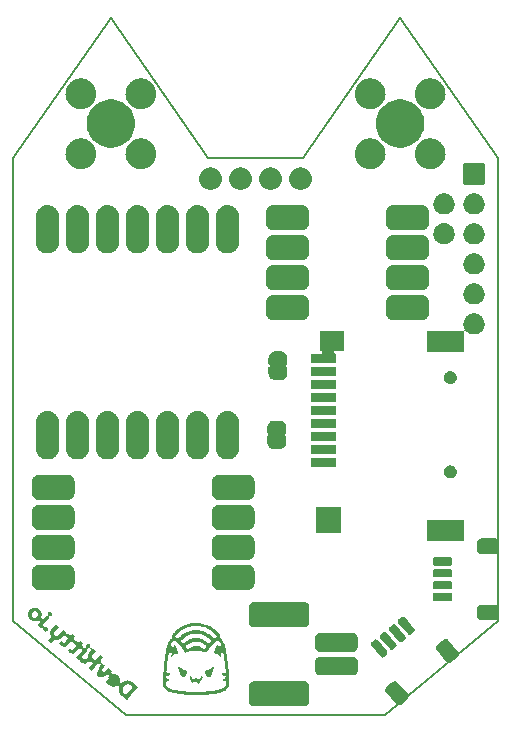
<source format=gbs>
G04 #@! TF.GenerationSoftware,KiCad,Pcbnew,7.0.7-7.0.7~ubuntu22.04.1*
G04 #@! TF.CreationDate,2025-01-16T16:21:51-05:00*
G04 #@! TF.ProjectId,CutieCat,43757469-6543-4617-942e-6b696361645f,rev?*
G04 #@! TF.SameCoordinates,Original*
G04 #@! TF.FileFunction,Soldermask,Bot*
G04 #@! TF.FilePolarity,Negative*
%FSLAX46Y46*%
G04 Gerber Fmt 4.6, Leading zero omitted, Abs format (unit mm)*
G04 Created by KiCad (PCBNEW 7.0.7-7.0.7~ubuntu22.04.1) date 2025-01-16 16:21:51*
%MOMM*%
%LPD*%
G01*
G04 APERTURE LIST*
G04 #@! TA.AperFunction,Profile*
%ADD10C,0.200000*%
G04 #@! TD*
G04 APERTURE END LIST*
G36*
X4185528Y-25721748D02*
G01*
X4245960Y-25728245D01*
X4256115Y-25732032D01*
X4276330Y-25734978D01*
X4315977Y-25754360D01*
X4350241Y-25767140D01*
X4365529Y-25778584D01*
X4389993Y-25790544D01*
X4415264Y-25815815D01*
X4437522Y-25832477D01*
X4454183Y-25854734D01*
X4479456Y-25880007D01*
X4491415Y-25904471D01*
X4502859Y-25919758D01*
X4515637Y-25954017D01*
X4535022Y-25993670D01*
X4537967Y-26013886D01*
X4541754Y-26024039D01*
X4548253Y-26084489D01*
X4550999Y-26103336D01*
X4550999Y-26110027D01*
X4551000Y-26110037D01*
X4551000Y-26770094D01*
X4551000Y-27436665D01*
X4548250Y-27455538D01*
X4541754Y-27515960D01*
X4537967Y-27526110D01*
X4535022Y-27546330D01*
X4515635Y-27585986D01*
X4502859Y-27620241D01*
X4491417Y-27635525D01*
X4479456Y-27659993D01*
X4454180Y-27685268D01*
X4437522Y-27707522D01*
X4415268Y-27724180D01*
X4389993Y-27749456D01*
X4365525Y-27761417D01*
X4350241Y-27772859D01*
X4315986Y-27785635D01*
X4276330Y-27805022D01*
X4256111Y-27807967D01*
X4245960Y-27811754D01*
X4185511Y-27818253D01*
X4166664Y-27820999D01*
X4159972Y-27820999D01*
X4159963Y-27821000D01*
X-159963Y-27821000D01*
X-159963Y-27820999D01*
X-166665Y-27821000D01*
X-185536Y-27818250D01*
X-245960Y-27811754D01*
X-256110Y-27807967D01*
X-276330Y-27805022D01*
X-315986Y-27785635D01*
X-350241Y-27772859D01*
X-365525Y-27761417D01*
X-389993Y-27749456D01*
X-415268Y-27724180D01*
X-437522Y-27707522D01*
X-454180Y-27685268D01*
X-479456Y-27659993D01*
X-491417Y-27635525D01*
X-502859Y-27620241D01*
X-515635Y-27585986D01*
X-535022Y-27546330D01*
X-537967Y-27526111D01*
X-541754Y-27515960D01*
X-548252Y-27455513D01*
X-550999Y-27436664D01*
X-550999Y-27429971D01*
X-551000Y-27429962D01*
X-551000Y-26110037D01*
X-550999Y-26110036D01*
X-551000Y-26103335D01*
X-548250Y-26084464D01*
X-541754Y-26024039D01*
X-537967Y-26013887D01*
X-535022Y-25993670D01*
X-515637Y-25954017D01*
X-502859Y-25919758D01*
X-491415Y-25904471D01*
X-479456Y-25880007D01*
X-454183Y-25854734D01*
X-437522Y-25832477D01*
X-415264Y-25815815D01*
X-389993Y-25790544D01*
X-365529Y-25778584D01*
X-350241Y-25767140D01*
X-315977Y-25754360D01*
X-276330Y-25734978D01*
X-256116Y-25732033D01*
X-245960Y-25728245D01*
X-185503Y-25721745D01*
X-166664Y-25719001D01*
X-159972Y-25719000D01*
X-159963Y-25719000D01*
X4159963Y-25719000D01*
X4166665Y-25719000D01*
X4185528Y-25721748D01*
G37*
G36*
X11891491Y-25723306D02*
G01*
X11935699Y-25745036D01*
X11969286Y-25759293D01*
X11975250Y-25764477D01*
X11990763Y-25772103D01*
X12041185Y-25819755D01*
X12876809Y-26815613D01*
X12914981Y-26873543D01*
X12919797Y-26890145D01*
X12923867Y-26896919D01*
X12932074Y-26932467D01*
X12945799Y-26979781D01*
X12936158Y-27089977D01*
X12914418Y-27134204D01*
X12900170Y-27167772D01*
X12894988Y-27173732D01*
X12887361Y-27189250D01*
X12839709Y-27239672D01*
X12303477Y-27689623D01*
X12245547Y-27727795D01*
X12228942Y-27732611D01*
X12222170Y-27736681D01*
X12186626Y-27744886D01*
X12139309Y-27758613D01*
X12029113Y-27748972D01*
X11984895Y-27727236D01*
X11951317Y-27712984D01*
X11945354Y-27707800D01*
X11929841Y-27700175D01*
X11879419Y-27652523D01*
X11043795Y-26656665D01*
X11005623Y-26598735D01*
X11000807Y-26582133D01*
X10996736Y-26575358D01*
X10988526Y-26539797D01*
X10974805Y-26492497D01*
X10984446Y-26382301D01*
X11006175Y-26338095D01*
X11020433Y-26304505D01*
X11025617Y-26298540D01*
X11033243Y-26283028D01*
X11080895Y-26232606D01*
X11500485Y-25880529D01*
X11609593Y-25788976D01*
X11609596Y-25788974D01*
X11617127Y-25782655D01*
X11675057Y-25744483D01*
X11691656Y-25739667D01*
X11698433Y-25735596D01*
X11733998Y-25727384D01*
X11781295Y-25713665D01*
X11891491Y-25723306D01*
G37*
G36*
X-16867803Y-20879976D02*
G01*
X-16867801Y-20879978D01*
X-16636883Y-21073742D01*
X-16636881Y-21073743D01*
X-16627452Y-21081656D01*
X-17019079Y-21548379D01*
X-17020753Y-21550436D01*
X-17022447Y-21552518D01*
X-17024500Y-21555185D01*
X-17032216Y-21565786D01*
X-17034979Y-21569918D01*
X-17041229Y-21580121D01*
X-17043711Y-21584569D01*
X-17045328Y-21587769D01*
X-17048993Y-21595021D01*
X-17051128Y-21599719D01*
X-17053665Y-21605974D01*
X-17055481Y-21610454D01*
X-17057222Y-21615317D01*
X-17060706Y-21626477D01*
X-17062028Y-21631415D01*
X-17064859Y-21644031D01*
X-17065455Y-21647042D01*
X-17065822Y-21649165D01*
X-17066069Y-21650605D01*
X-17066549Y-21653936D01*
X-17068006Y-21666456D01*
X-17068384Y-21671454D01*
X-17068796Y-21683071D01*
X-17068770Y-21688150D01*
X-17068242Y-21699683D01*
X-17067803Y-21704746D01*
X-17066326Y-21716300D01*
X-17065493Y-21721238D01*
X-17063042Y-21732899D01*
X-17061854Y-21737627D01*
X-17058339Y-21749616D01*
X-17056960Y-21753773D01*
X-17054907Y-21759306D01*
X-17053200Y-21763447D01*
X-17048175Y-21774493D01*
X-17045637Y-21779469D01*
X-17039895Y-21789584D01*
X-17036959Y-21794262D01*
X-17030170Y-21804088D01*
X-17026936Y-21808364D01*
X-17019010Y-21817959D01*
X-17015584Y-21821776D01*
X-17006241Y-21831364D01*
X-17003068Y-21834400D01*
X-16994623Y-21841928D01*
X-16992463Y-21843767D01*
X-16992234Y-21843954D01*
X-16989126Y-21846480D01*
X-16986462Y-21848529D01*
X-16975293Y-21856649D01*
X-16971061Y-21859470D01*
X-16960407Y-21865963D01*
X-16955798Y-21868512D01*
X-16945051Y-21873877D01*
X-16940096Y-21876087D01*
X-16938226Y-21876827D01*
X-16929170Y-21880403D01*
X-16923991Y-21882190D01*
X-16919378Y-21883559D01*
X-16912797Y-21885512D01*
X-16907494Y-21886836D01*
X-16893735Y-21889638D01*
X-16887909Y-21890474D01*
X-16886384Y-21890685D01*
X-16871734Y-21891921D01*
X-16866885Y-21892140D01*
X-16864393Y-21892156D01*
X-16854902Y-21892217D01*
X-16849950Y-21892052D01*
X-16838192Y-21891194D01*
X-16833221Y-21890630D01*
X-16821595Y-21888838D01*
X-16816700Y-21887882D01*
X-16805115Y-21885136D01*
X-16800406Y-21883824D01*
X-16786836Y-21879463D01*
X-16780027Y-21876827D01*
X-16770270Y-21872379D01*
X-16767074Y-21870922D01*
X-16762507Y-21868609D01*
X-16752339Y-21862921D01*
X-16747946Y-21860218D01*
X-16746095Y-21858971D01*
X-16738308Y-21853722D01*
X-16734169Y-21850678D01*
X-16724973Y-21843313D01*
X-16721150Y-21839988D01*
X-16717759Y-21836789D01*
X-16712339Y-21831675D01*
X-16708910Y-21828176D01*
X-16698856Y-21817078D01*
X-16315141Y-21359784D01*
X-16315140Y-21359783D01*
X-16307229Y-21350355D01*
X-16297801Y-21358265D01*
X-16297799Y-21358267D01*
X-16067439Y-21551561D01*
X-16067436Y-21551564D01*
X-16058010Y-21559474D01*
X-16060787Y-21562784D01*
X-16067151Y-21620885D01*
X-15964791Y-21706777D01*
X-15908675Y-21690423D01*
X-15905897Y-21687112D01*
X-15896468Y-21695023D01*
X-15896464Y-21695026D01*
X-15735221Y-21830324D01*
X-15632063Y-21821299D01*
X-15630439Y-21819364D01*
X-15530016Y-21699683D01*
X-15517958Y-21685313D01*
X-15517957Y-21685312D01*
X-15510046Y-21675884D01*
X-15500618Y-21683794D01*
X-15500616Y-21683796D01*
X-15269415Y-21877796D01*
X-15269412Y-21877799D01*
X-15259986Y-21885709D01*
X-15267898Y-21895138D01*
X-15382004Y-22031125D01*
X-15372979Y-22134282D01*
X-15341972Y-22160301D01*
X-15316370Y-22181784D01*
X-15294077Y-22200490D01*
X-15295932Y-22202701D01*
X-15291678Y-22217296D01*
X-15233598Y-22266036D01*
X-15218471Y-22267694D01*
X-15216618Y-22265486D01*
X-15207189Y-22273397D01*
X-15207185Y-22273400D01*
X-15045942Y-22408698D01*
X-14942785Y-22399673D01*
X-14862366Y-22303835D01*
X-14820766Y-22254258D01*
X-14811338Y-22262168D01*
X-14811336Y-22262170D01*
X-14580137Y-22456170D01*
X-14580135Y-22456171D01*
X-14570706Y-22464084D01*
X-14690465Y-22606808D01*
X-14692723Y-22609498D01*
X-14683700Y-22712656D01*
X-14621078Y-22765203D01*
X-14604798Y-22778864D01*
X-14606654Y-22781076D01*
X-14595497Y-22819358D01*
X-14537408Y-22868104D01*
X-14497761Y-22872448D01*
X-14495905Y-22870236D01*
X-14492592Y-22873015D01*
X-14440784Y-22878693D01*
X-14357130Y-22801433D01*
X-14358796Y-22745320D01*
X-14358799Y-22745291D01*
X-14359237Y-22730543D01*
X-14358270Y-22711446D01*
X-14355533Y-22692999D01*
X-14351023Y-22675202D01*
X-14344742Y-22658054D01*
X-14343197Y-22654889D01*
X-14336691Y-22641557D01*
X-14336683Y-22641543D01*
X-14326868Y-22625709D01*
X-14315272Y-22610508D01*
X-14315271Y-22610507D01*
X-14312095Y-22606808D01*
X-14298800Y-22593034D01*
X-14298792Y-22593026D01*
X-14284568Y-22580904D01*
X-14284557Y-22580895D01*
X-14269397Y-22570418D01*
X-14269391Y-22570415D01*
X-14253305Y-22561591D01*
X-14253291Y-22561584D01*
X-14236286Y-22554413D01*
X-14236272Y-22554408D01*
X-14218312Y-22548877D01*
X-14218310Y-22548877D01*
X-14206541Y-22546460D01*
X-14199419Y-22544997D01*
X-14199416Y-22544996D01*
X-14199413Y-22544996D01*
X-14184639Y-22543168D01*
X-14179643Y-22542769D01*
X-14164892Y-22542249D01*
X-14145772Y-22543133D01*
X-14127291Y-22545819D01*
X-14127293Y-22545819D01*
X-14109452Y-22550304D01*
X-14109437Y-22550309D01*
X-14092231Y-22556593D01*
X-14092212Y-22556601D01*
X-14075628Y-22564691D01*
X-14060338Y-22574171D01*
X-14059669Y-22574586D01*
X-14044339Y-22586284D01*
X-14040638Y-22589463D01*
X-14036950Y-22593026D01*
X-14026864Y-22602769D01*
X-14026862Y-22602772D01*
X-14014778Y-22616986D01*
X-14014774Y-22616991D01*
X-14008778Y-22625707D01*
X-14006248Y-22629386D01*
X-14004336Y-22632165D01*
X-13995567Y-22648264D01*
X-13988469Y-22665285D01*
X-13988461Y-22665308D01*
X-13983026Y-22683263D01*
X-13983024Y-22683274D01*
X-13981820Y-22689310D01*
X-13979253Y-22702172D01*
X-13977516Y-22716963D01*
X-13977166Y-22721946D01*
X-13976806Y-22735837D01*
X-13976784Y-22736669D01*
X-13977829Y-22755740D01*
X-13980647Y-22774165D01*
X-13980651Y-22774183D01*
X-13980652Y-22774188D01*
X-13985249Y-22791998D01*
X-13985279Y-22792112D01*
X-14011225Y-22875305D01*
X-14082946Y-22905613D01*
X-14082950Y-22905616D01*
X-14099889Y-22912774D01*
X-14111639Y-22916411D01*
X-14117770Y-22918309D01*
X-14117772Y-22918309D01*
X-14136583Y-22922217D01*
X-14151311Y-22924083D01*
X-14151354Y-22924086D01*
X-14200030Y-22930249D01*
X-14263277Y-23026647D01*
X-14248312Y-23077990D01*
X-14245003Y-23080768D01*
X-14294403Y-23139641D01*
X-14708620Y-23633286D01*
X-14686824Y-23749494D01*
X-14646040Y-23771871D01*
X-14644468Y-23769998D01*
X-14635045Y-23777904D01*
X-14635041Y-23777907D01*
X-14543463Y-23854750D01*
X-14471698Y-23864441D01*
X-14470028Y-23863676D01*
X-14222672Y-23750328D01*
X-14193153Y-23736801D01*
X-14153427Y-23662541D01*
X-14157861Y-23634824D01*
X-14157886Y-23634695D01*
X-14160367Y-23619168D01*
X-14162370Y-23603597D01*
X-14163895Y-23587982D01*
X-14164659Y-23576561D01*
X-14164943Y-23572325D01*
X-14165514Y-23556621D01*
X-14165606Y-23540876D01*
X-14165566Y-23539255D01*
X-14165221Y-23525085D01*
X-14164358Y-23509252D01*
X-14163018Y-23493374D01*
X-14161200Y-23477453D01*
X-14158904Y-23461487D01*
X-14156130Y-23445550D01*
X-14152805Y-23429772D01*
X-14148930Y-23414153D01*
X-14145902Y-23403578D01*
X-14144504Y-23398693D01*
X-14139530Y-23383395D01*
X-14134003Y-23368251D01*
X-14130580Y-23359811D01*
X-14127927Y-23353269D01*
X-14121300Y-23338445D01*
X-14114123Y-23323781D01*
X-14106396Y-23309275D01*
X-14098119Y-23294929D01*
X-14090115Y-23282064D01*
X-14073607Y-23255530D01*
X-13883754Y-23029273D01*
X-13978872Y-22900513D01*
X-13859069Y-22982179D01*
X-13813615Y-22945685D01*
X-13805684Y-22936233D01*
X-13796256Y-22944143D01*
X-13796254Y-22944145D01*
X-13545968Y-23154159D01*
X-13545965Y-23154162D01*
X-13536539Y-23162072D01*
X-13777686Y-23449459D01*
X-13784661Y-23458132D01*
X-13786553Y-23460611D01*
X-13789500Y-23464681D01*
X-13794160Y-23471119D01*
X-13796302Y-23474277D01*
X-13801152Y-23481921D01*
X-13802735Y-23484416D01*
X-13804793Y-23487906D01*
X-13807397Y-23492667D01*
X-13810253Y-23497891D01*
X-13812165Y-23501688D01*
X-13816701Y-23511524D01*
X-13818422Y-23515633D01*
X-13822087Y-23525342D01*
X-13823548Y-23529690D01*
X-13826315Y-23539048D01*
X-13827598Y-23544170D01*
X-13830620Y-23558852D01*
X-13831716Y-23566603D01*
X-13832882Y-23581553D01*
X-13833070Y-23586918D01*
X-13832973Y-23598936D01*
X-13832688Y-23604415D01*
X-13831560Y-23616156D01*
X-13830786Y-23621640D01*
X-13828628Y-23633211D01*
X-13827382Y-23638572D01*
X-13824155Y-23650121D01*
X-13822488Y-23655231D01*
X-13818088Y-23666975D01*
X-13816192Y-23671490D01*
X-13810748Y-23683150D01*
X-13808506Y-23687500D01*
X-13802157Y-23698718D01*
X-13799602Y-23702849D01*
X-13792271Y-23713731D01*
X-13789475Y-23717561D01*
X-13780957Y-23728343D01*
X-13778282Y-23731508D01*
X-13770940Y-23739631D01*
X-13768491Y-23742190D01*
X-13760252Y-23750328D01*
X-13757757Y-23752661D01*
X-13747507Y-23761734D01*
X-13616961Y-23871273D01*
X-13513803Y-23862247D01*
X-13186340Y-23471992D01*
X-13186339Y-23471991D01*
X-13178428Y-23462563D01*
X-13169000Y-23470473D01*
X-13168998Y-23470475D01*
X-12918715Y-23680488D01*
X-12918713Y-23680489D01*
X-12909284Y-23688402D01*
X-12956442Y-23744603D01*
X-13121251Y-23941015D01*
X-13101931Y-24054964D01*
X-13048627Y-24086681D01*
X-13048025Y-24085152D01*
X-13040286Y-24091645D01*
X-13040282Y-24091648D01*
X-12789993Y-24301665D01*
X-12789990Y-24301668D01*
X-12780564Y-24309578D01*
X-12856157Y-24478756D01*
X-12996940Y-24793833D01*
X-12852188Y-24915076D01*
X-12413753Y-24617369D01*
X-12407777Y-24622382D01*
X-12407775Y-24622384D01*
X-12150108Y-24838592D01*
X-12150105Y-24838595D01*
X-12140679Y-24846505D01*
X-12149285Y-24851785D01*
X-12218156Y-24911160D01*
X-12147122Y-25078973D01*
X-12040844Y-25069449D01*
X-12024584Y-25068597D01*
X-12008247Y-25068345D01*
X-11991839Y-25068691D01*
X-11986346Y-25069006D01*
X-11975360Y-25069636D01*
X-11958807Y-25071181D01*
X-11942182Y-25073324D01*
X-11925538Y-25076055D01*
X-11908917Y-25079491D01*
X-11892320Y-25083632D01*
X-11887416Y-25085065D01*
X-11875746Y-25088478D01*
X-11859199Y-25094028D01*
X-11856307Y-25095123D01*
X-11842671Y-25100285D01*
X-11826168Y-25107246D01*
X-11809690Y-25114912D01*
X-11793234Y-25123283D01*
X-11790005Y-25125067D01*
X-11776801Y-25132360D01*
X-11760396Y-25142140D01*
X-11753228Y-25146728D01*
X-11744011Y-25152627D01*
X-11729740Y-25162389D01*
X-11727649Y-25163819D01*
X-11711313Y-25175713D01*
X-11695001Y-25188314D01*
X-11678711Y-25201621D01*
X-11664677Y-25213740D01*
X-11651134Y-25226135D01*
X-11640859Y-25236110D01*
X-11638080Y-25238808D01*
X-11625517Y-25251756D01*
X-11613443Y-25264981D01*
X-11601858Y-25278483D01*
X-11590764Y-25292261D01*
X-11580159Y-25306315D01*
X-11570045Y-25320646D01*
X-11560420Y-25335254D01*
X-11557948Y-25339280D01*
X-11551285Y-25350137D01*
X-11542639Y-25365298D01*
X-11534484Y-25380735D01*
X-11526818Y-25396448D01*
X-11519642Y-25412438D01*
X-11512955Y-25428706D01*
X-11508617Y-25440370D01*
X-11506847Y-25445130D01*
X-11501329Y-25461656D01*
X-11496405Y-25478283D01*
X-11492073Y-25495010D01*
X-11488333Y-25511838D01*
X-11487608Y-25515738D01*
X-11485186Y-25528765D01*
X-11482632Y-25545795D01*
X-11480670Y-25562925D01*
X-11479300Y-25580154D01*
X-11478524Y-25597485D01*
X-11478339Y-25614918D01*
X-11478748Y-25632452D01*
X-11479749Y-25650085D01*
X-11480305Y-25656276D01*
X-11481342Y-25667816D01*
X-11482636Y-25678372D01*
X-11493715Y-25768758D01*
X-11346685Y-25850595D01*
X-11271965Y-25790544D01*
X-11270748Y-25789566D01*
X-11260926Y-25782185D01*
X-11251103Y-25774803D01*
X-11231136Y-25760810D01*
X-11210844Y-25747584D01*
X-11195953Y-25738585D01*
X-11190231Y-25735127D01*
X-11169294Y-25723438D01*
X-11148034Y-25712517D01*
X-11126450Y-25702364D01*
X-11118054Y-25698767D01*
X-11104542Y-25692978D01*
X-11082315Y-25684363D01*
X-11070680Y-25680285D01*
X-11059904Y-25676507D01*
X-11037389Y-25669465D01*
X-11014768Y-25663237D01*
X-10992042Y-25657823D01*
X-10969210Y-25653222D01*
X-10946272Y-25649434D01*
X-10923228Y-25646460D01*
X-10900079Y-25644300D01*
X-10888451Y-25643626D01*
X-10876825Y-25642953D01*
X-10853465Y-25642420D01*
X-10853463Y-25642420D01*
X-10829997Y-25642700D01*
X-10806425Y-25643794D01*
X-10782747Y-25645701D01*
X-10758963Y-25648422D01*
X-10738608Y-25651434D01*
X-10735073Y-25651957D01*
X-10723076Y-25654131D01*
X-10711079Y-25656305D01*
X-10704064Y-25657823D01*
X-10687083Y-25661497D01*
X-10663197Y-25667563D01*
X-10646357Y-25672479D01*
X-10639414Y-25674506D01*
X-10615738Y-25682322D01*
X-10592168Y-25691014D01*
X-10568705Y-25700580D01*
X-10545348Y-25711021D01*
X-10522098Y-25722336D01*
X-10498954Y-25734527D01*
X-10482118Y-25744075D01*
X-10475916Y-25747592D01*
X-10452985Y-25761531D01*
X-10452976Y-25761537D01*
X-10430159Y-25776347D01*
X-10407440Y-25792036D01*
X-10385413Y-25808171D01*
X-10384826Y-25808601D01*
X-10362322Y-25826039D01*
X-10339921Y-25844353D01*
X-9937075Y-26182381D01*
X-9937073Y-26182382D01*
X-9927644Y-26190295D01*
X-10164265Y-26472289D01*
X-10813477Y-27245990D01*
X-10872448Y-27316268D01*
X-11284725Y-26970326D01*
X-11306651Y-26951448D01*
X-11327736Y-26932315D01*
X-11347980Y-26912928D01*
X-11367383Y-26893286D01*
X-11385944Y-26873390D01*
X-11386707Y-26872523D01*
X-11403664Y-26853240D01*
X-11420544Y-26832836D01*
X-11433913Y-26815613D01*
X-11436582Y-26812175D01*
X-11451778Y-26791262D01*
X-11466134Y-26770094D01*
X-11479648Y-26748671D01*
X-11492322Y-26726994D01*
X-11504154Y-26705063D01*
X-11515145Y-26682877D01*
X-11525294Y-26660437D01*
X-11534603Y-26637742D01*
X-11541008Y-26620399D01*
X-11543052Y-26614864D01*
X-11550677Y-26591951D01*
X-11557482Y-26568996D01*
X-11563466Y-26546000D01*
X-11564972Y-26539278D01*
X-11568628Y-26522966D01*
X-11572969Y-26499893D01*
X-11576488Y-26476780D01*
X-11579186Y-26453628D01*
X-11580796Y-26433742D01*
X-11246425Y-26433742D01*
X-11246133Y-26450585D01*
X-11245985Y-26453938D01*
X-11244799Y-26470609D01*
X-11244468Y-26473972D01*
X-11242395Y-26490461D01*
X-11241880Y-26493813D01*
X-11238908Y-26510206D01*
X-11238218Y-26513504D01*
X-11234352Y-26529776D01*
X-11233489Y-26533017D01*
X-11228705Y-26549230D01*
X-11227692Y-26552359D01*
X-11221447Y-26570037D01*
X-11216349Y-26582658D01*
X-11208568Y-26599787D01*
X-11207185Y-26602638D01*
X-11199237Y-26618014D01*
X-11197717Y-26620780D01*
X-11188953Y-26635822D01*
X-11187319Y-26638472D01*
X-11177697Y-26653243D01*
X-11175962Y-26655768D01*
X-11165470Y-26670266D01*
X-11163660Y-26672646D01*
X-11152291Y-26686872D01*
X-11150416Y-26689108D01*
X-11138129Y-26703091D01*
X-11136213Y-26705174D01*
X-11122067Y-26719873D01*
X-11111448Y-26730128D01*
X-11106088Y-26735019D01*
X-11100402Y-26740206D01*
X-11089991Y-26749186D01*
X-11088931Y-26750100D01*
X-11016343Y-26811009D01*
X-11008347Y-26817718D01*
X-10905188Y-26808693D01*
X-10884727Y-26784309D01*
X-10606525Y-26452760D01*
X-10433193Y-26246191D01*
X-10442219Y-26143032D01*
X-10522801Y-26075416D01*
X-10528672Y-26070557D01*
X-10540495Y-26061178D01*
X-10549719Y-26054276D01*
X-10552423Y-26052253D01*
X-10569369Y-26040507D01*
X-10571668Y-26038988D01*
X-10587657Y-26028942D01*
X-10590035Y-26027523D01*
X-10606125Y-26018427D01*
X-10608685Y-26017059D01*
X-10624844Y-26008916D01*
X-10627525Y-26007646D01*
X-10643807Y-26000416D01*
X-10646642Y-25999243D01*
X-10663000Y-25992936D01*
X-10665942Y-25991885D01*
X-10682452Y-25986462D01*
X-10685488Y-25985551D01*
X-10702155Y-25981004D01*
X-10705245Y-25980245D01*
X-10719252Y-25977185D01*
X-10723658Y-25976224D01*
X-10728117Y-25975447D01*
X-10737039Y-25973895D01*
X-10755449Y-25971506D01*
X-10758708Y-25971171D01*
X-10775436Y-25969893D01*
X-10778738Y-25969728D01*
X-10795445Y-25969345D01*
X-10798688Y-25969357D01*
X-10815334Y-25969869D01*
X-10818676Y-25970062D01*
X-10835263Y-25971466D01*
X-10838543Y-25971831D01*
X-10855167Y-25974136D01*
X-10858379Y-25974667D01*
X-10875069Y-25977887D01*
X-10878201Y-25978577D01*
X-10894894Y-25982706D01*
X-10897923Y-25983537D01*
X-10914740Y-25988614D01*
X-10917620Y-25989561D01*
X-10931936Y-25994669D01*
X-10934463Y-25995571D01*
X-10937375Y-25996692D01*
X-10953887Y-26003536D01*
X-10956996Y-26004926D01*
X-10973197Y-26012704D01*
X-10976149Y-26014220D01*
X-10992219Y-26023024D01*
X-10995007Y-26024648D01*
X-11012263Y-26035308D01*
X-11018771Y-26039718D01*
X-11024525Y-26043617D01*
X-11036654Y-26052432D01*
X-11048651Y-26061753D01*
X-11050434Y-26063230D01*
X-11060513Y-26071579D01*
X-11061608Y-26072543D01*
X-11072250Y-26081916D01*
X-11082581Y-26091570D01*
X-11083854Y-26092759D01*
X-11090799Y-26099630D01*
X-11095322Y-26104104D01*
X-11096230Y-26105053D01*
X-11106660Y-26115958D01*
X-11117865Y-26128317D01*
X-11123405Y-26134752D01*
X-11128943Y-26141186D01*
X-11132233Y-26145210D01*
X-11139609Y-26154231D01*
X-11142245Y-26157630D01*
X-11149767Y-26167331D01*
X-11159416Y-26180488D01*
X-11160969Y-26182733D01*
X-11168555Y-26193703D01*
X-11177185Y-26206972D01*
X-11185312Y-26220307D01*
X-11192925Y-26233693D01*
X-11200027Y-26247133D01*
X-11203400Y-26254037D01*
X-11206624Y-26260634D01*
X-11212711Y-26274191D01*
X-11215848Y-26282034D01*
X-11220291Y-26293142D01*
X-11221401Y-26296138D01*
X-11227392Y-26313662D01*
X-11228367Y-26316781D01*
X-11233349Y-26334299D01*
X-11234174Y-26337522D01*
X-11238547Y-26356732D01*
X-11241060Y-26370594D01*
X-11243713Y-26389679D01*
X-11244069Y-26392823D01*
X-11245588Y-26410126D01*
X-11245787Y-26413366D01*
X-11246395Y-26430436D01*
X-11246425Y-26433742D01*
X-11580796Y-26433742D01*
X-11580930Y-26432084D01*
X-11581063Y-26430436D01*
X-11582118Y-26407206D01*
X-11582352Y-26383936D01*
X-11581764Y-26360626D01*
X-11580355Y-26337277D01*
X-11578125Y-26313889D01*
X-11577117Y-26306149D01*
X-11575073Y-26290461D01*
X-11572387Y-26274190D01*
X-11571200Y-26266995D01*
X-11566517Y-26243538D01*
X-11562446Y-26226287D01*
X-11544158Y-26148791D01*
X-11679074Y-26051057D01*
X-11751084Y-26095078D01*
X-11751092Y-26095084D01*
X-11757212Y-26098825D01*
X-11766469Y-26104484D01*
X-11770548Y-26106774D01*
X-11782121Y-26113272D01*
X-11791493Y-26118084D01*
X-11798050Y-26121451D01*
X-11814257Y-26129021D01*
X-11830740Y-26135981D01*
X-11847500Y-26142331D01*
X-11864536Y-26148072D01*
X-11881730Y-26153162D01*
X-11899020Y-26157631D01*
X-11916401Y-26161477D01*
X-11920356Y-26162206D01*
X-11933880Y-26164703D01*
X-11951453Y-26167307D01*
X-11969121Y-26169289D01*
X-11986885Y-26170650D01*
X-11995452Y-26171005D01*
X-12004742Y-26171390D01*
X-12022696Y-26171508D01*
X-12040747Y-26171005D01*
X-12058890Y-26169880D01*
X-12077126Y-26168135D01*
X-12095457Y-26165767D01*
X-12109460Y-26163494D01*
X-12113888Y-26162776D01*
X-12123149Y-26160970D01*
X-12132412Y-26159165D01*
X-12141720Y-26157049D01*
X-12151030Y-26154933D01*
X-12169665Y-26150010D01*
X-12188227Y-26144458D01*
X-12201621Y-26139979D01*
X-12206717Y-26138275D01*
X-12215924Y-26134868D01*
X-12225133Y-26131462D01*
X-12243476Y-26124019D01*
X-12261747Y-26115946D01*
X-12261746Y-26115946D01*
X-12279944Y-26107244D01*
X-12298070Y-26097909D01*
X-12316122Y-26087946D01*
X-12334101Y-26077353D01*
X-12352008Y-26066129D01*
X-12369841Y-26054276D01*
X-12387602Y-26041792D01*
X-12405290Y-26028678D01*
X-12422905Y-26014934D01*
X-12426212Y-26012224D01*
X-12440448Y-26000560D01*
X-12602122Y-25864899D01*
X-12684894Y-25795445D01*
X-12616991Y-25714521D01*
X-12520427Y-25599440D01*
X-12520425Y-25599438D01*
X-12512512Y-25590008D01*
X-12510635Y-25591582D01*
X-12456293Y-25547969D01*
X-12445019Y-25445029D01*
X-12484330Y-25396048D01*
X-12493767Y-25388131D01*
X-12488334Y-25377416D01*
X-12480471Y-25364043D01*
X-12471927Y-25350984D01*
X-12463250Y-25338652D01*
X-12454206Y-25326098D01*
X-12451494Y-25322456D01*
X-12386497Y-25235176D01*
X-12525786Y-25082782D01*
X-12913480Y-25320647D01*
X-12963759Y-25351495D01*
X-12973691Y-25357046D01*
X-12973690Y-25357045D01*
X-12986179Y-25363221D01*
X-12988767Y-25364501D01*
X-13004105Y-25370937D01*
X-13004108Y-25370938D01*
X-13004106Y-25370938D01*
X-13019694Y-25376349D01*
X-13023988Y-25377538D01*
X-13035529Y-25380735D01*
X-13041836Y-25382053D01*
X-13051610Y-25384096D01*
X-13051608Y-25384096D01*
X-13055715Y-25384683D01*
X-13067952Y-25386433D01*
X-13084538Y-25387745D01*
X-13101374Y-25388032D01*
X-13101375Y-25388031D01*
X-13101379Y-25388032D01*
X-13118448Y-25387294D01*
X-13118450Y-25387294D01*
X-13135781Y-25385532D01*
X-13147334Y-25383782D01*
X-13164380Y-25380422D01*
X-13167999Y-25379503D01*
X-13181096Y-25376182D01*
X-13197497Y-25371058D01*
X-13203026Y-25368993D01*
X-13213579Y-25365052D01*
X-13213577Y-25365053D01*
X-13229330Y-25358165D01*
X-13229333Y-25358164D01*
X-13244777Y-25350389D01*
X-13244774Y-25350391D01*
X-13259895Y-25341735D01*
X-13259896Y-25341734D01*
X-13274691Y-25332199D01*
X-13274692Y-25332198D01*
X-13283171Y-25326095D01*
X-13289167Y-25321779D01*
X-13289168Y-25321779D01*
X-13296907Y-25315600D01*
X-13303331Y-25310471D01*
X-13305448Y-25308635D01*
X-13312511Y-25302509D01*
X-13325596Y-25290165D01*
X-13325597Y-25290164D01*
X-13337834Y-25277365D01*
X-13337837Y-25277362D01*
X-13341260Y-25273381D01*
X-13345373Y-25268596D01*
X-13349247Y-25264090D01*
X-13349249Y-25264085D01*
X-13349255Y-25264080D01*
X-13352428Y-25259956D01*
X-13359831Y-25250343D01*
X-13359830Y-25250343D01*
X-13359839Y-25250331D01*
X-13369591Y-25236110D01*
X-13378511Y-25221420D01*
X-13379171Y-25220184D01*
X-13386603Y-25206250D01*
X-13393853Y-25190630D01*
X-13400281Y-25174520D01*
X-13400281Y-25174521D01*
X-13405873Y-25157945D01*
X-13409061Y-25146727D01*
X-13409062Y-25146726D01*
X-13412980Y-25129955D01*
X-13412980Y-25129954D01*
X-13415860Y-25113256D01*
X-13417295Y-25100285D01*
X-13417700Y-25096625D01*
X-13418501Y-25080080D01*
X-13418492Y-25079491D01*
X-13418262Y-25063591D01*
X-13418262Y-25063587D01*
X-13416984Y-25047179D01*
X-13414667Y-25030857D01*
X-13414383Y-25029482D01*
X-13411308Y-25014593D01*
X-13410695Y-25012335D01*
X-13406916Y-24998419D01*
X-13406916Y-24998420D01*
X-13406915Y-24998419D01*
X-13401473Y-24982290D01*
X-13401362Y-24982009D01*
X-13118591Y-24264265D01*
X-13301283Y-24155569D01*
X-13841872Y-24799818D01*
X-13854087Y-24814375D01*
X-14123232Y-24588536D01*
X-13806830Y-24211463D01*
X-13796804Y-24199514D01*
X-13805829Y-24096357D01*
X-13811441Y-24091648D01*
X-13873505Y-24039570D01*
X-13874328Y-24038880D01*
X-13886275Y-24028855D01*
X-13890186Y-24025572D01*
X-13961766Y-24015814D01*
X-14342299Y-24189024D01*
X-14352090Y-24193083D01*
X-14359792Y-24195913D01*
X-14366857Y-24198509D01*
X-14366855Y-24198508D01*
X-14381690Y-24203131D01*
X-14381691Y-24203131D01*
X-14381697Y-24203133D01*
X-14396633Y-24206963D01*
X-14405379Y-24208728D01*
X-14411649Y-24209995D01*
X-14411656Y-24209996D01*
X-14426768Y-24212233D01*
X-14426774Y-24212233D01*
X-14426777Y-24212234D01*
X-14426776Y-24212234D01*
X-14441968Y-24213672D01*
X-14441967Y-24213672D01*
X-14457253Y-24214315D01*
X-14457254Y-24214315D01*
X-14457254Y-24214314D01*
X-14457255Y-24214315D01*
X-14472631Y-24214161D01*
X-14488094Y-24213210D01*
X-14503646Y-24211462D01*
X-14514068Y-24209724D01*
X-14529773Y-24206210D01*
X-14529780Y-24206207D01*
X-14529783Y-24206207D01*
X-14545557Y-24201609D01*
X-14545560Y-24201608D01*
X-14561443Y-24195912D01*
X-14561440Y-24195913D01*
X-14577404Y-24189131D01*
X-14577404Y-24189130D01*
X-14577411Y-24189128D01*
X-14577412Y-24189127D01*
X-14593443Y-24181263D01*
X-14593443Y-24181262D01*
X-14593453Y-24181258D01*
X-14609580Y-24172302D01*
X-14609582Y-24172301D01*
X-14609589Y-24172297D01*
X-14625810Y-24162245D01*
X-14642118Y-24151104D01*
X-14658512Y-24138874D01*
X-14674992Y-24125554D01*
X-14832157Y-23993677D01*
X-14830299Y-23991463D01*
X-14840595Y-23956140D01*
X-14898693Y-23907392D01*
X-14935263Y-23903388D01*
X-14937121Y-23905602D01*
X-15188023Y-23695070D01*
X-14841470Y-23282064D01*
X-14707026Y-23121840D01*
X-14728831Y-23005624D01*
X-14774191Y-22980739D01*
X-14775767Y-22982617D01*
X-14854667Y-22916411D01*
X-14957826Y-22925436D01*
X-15073102Y-23062815D01*
X-15229384Y-23249065D01*
X-15240045Y-23261309D01*
X-15241171Y-23262602D01*
X-15253154Y-23275354D01*
X-15265336Y-23287323D01*
X-15277718Y-23298511D01*
X-15290300Y-23308915D01*
X-15290299Y-23308914D01*
X-15303075Y-23318534D01*
X-15303076Y-23318534D01*
X-15316059Y-23327375D01*
X-15316058Y-23327375D01*
X-15329213Y-23335416D01*
X-15329215Y-23335418D01*
X-15342594Y-23342692D01*
X-15342593Y-23342691D01*
X-15342602Y-23342696D01*
X-15356175Y-23349184D01*
X-15356179Y-23349185D01*
X-15356183Y-23349187D01*
X-15369948Y-23354890D01*
X-15369949Y-23354890D01*
X-15378835Y-23358021D01*
X-15383915Y-23359811D01*
X-15383913Y-23359811D01*
X-15391275Y-23361960D01*
X-15398083Y-23363949D01*
X-15412450Y-23367305D01*
X-15427015Y-23369877D01*
X-15441779Y-23371667D01*
X-15441778Y-23371667D01*
X-15456624Y-23372586D01*
X-15456622Y-23372586D01*
X-15460982Y-23372612D01*
X-15471434Y-23372677D01*
X-15471435Y-23372676D01*
X-15471446Y-23372677D01*
X-15486192Y-23371940D01*
X-15486193Y-23371939D01*
X-15486199Y-23371939D01*
X-15492651Y-23371252D01*
X-15500920Y-23370374D01*
X-15500918Y-23370374D01*
X-15506011Y-23369542D01*
X-15515606Y-23367978D01*
X-15515609Y-23367977D01*
X-15515608Y-23367978D01*
X-15524696Y-23365977D01*
X-15530248Y-23364755D01*
X-15540296Y-23361966D01*
X-15544849Y-23360703D01*
X-15544848Y-23360703D01*
X-15559401Y-23355825D01*
X-15559400Y-23355825D01*
X-15559407Y-23355823D01*
X-15573924Y-23350115D01*
X-15588401Y-23343578D01*
X-15598460Y-23338445D01*
X-15602837Y-23336212D01*
X-15617230Y-23328019D01*
X-15631582Y-23318996D01*
X-15645893Y-23309145D01*
X-15660164Y-23298465D01*
X-15674393Y-23286958D01*
X-15775616Y-23202021D01*
X-15908736Y-23090320D01*
X-15733763Y-22881797D01*
X-15724335Y-22889707D01*
X-15724333Y-22889709D01*
X-15563087Y-23025008D01*
X-15459929Y-23015983D01*
X-15457726Y-23013357D01*
X-15207886Y-22715609D01*
X-15216910Y-22612452D01*
X-15387586Y-22469239D01*
X-15385726Y-22467022D01*
X-15389977Y-22452433D01*
X-15448090Y-22403675D01*
X-15463184Y-22402024D01*
X-15465046Y-22404243D01*
X-15543947Y-22338036D01*
X-15647104Y-22347059D01*
X-15918663Y-22670691D01*
X-15930449Y-22684227D01*
X-15942433Y-22696980D01*
X-15954616Y-22708949D01*
X-15966997Y-22720136D01*
X-15979577Y-22730539D01*
X-15983901Y-22733794D01*
X-15992352Y-22740157D01*
X-15992353Y-22740157D01*
X-15997296Y-22743524D01*
X-16005332Y-22748997D01*
X-16006394Y-22749646D01*
X-16018511Y-22757053D01*
X-16031886Y-22764324D01*
X-16045454Y-22770810D01*
X-16059232Y-22776518D01*
X-16073195Y-22781436D01*
X-16073194Y-22781436D01*
X-16080865Y-22783676D01*
X-16087357Y-22785573D01*
X-16087357Y-22785574D01*
X-16101725Y-22788930D01*
X-16101726Y-22788930D01*
X-16101730Y-22788931D01*
X-16116295Y-22791503D01*
X-16131059Y-22793293D01*
X-16131058Y-22793293D01*
X-16145903Y-22794212D01*
X-16145902Y-22794212D01*
X-16146317Y-22794214D01*
X-16160713Y-22794302D01*
X-16171555Y-22793760D01*
X-16175483Y-22793565D01*
X-16190213Y-22791997D01*
X-16190214Y-22791997D01*
X-16204884Y-22789605D01*
X-16204884Y-22789604D01*
X-16204886Y-22789604D01*
X-16214332Y-22787524D01*
X-16219528Y-22786380D01*
X-16219529Y-22786380D01*
X-16234117Y-22782332D01*
X-16234120Y-22782330D01*
X-16234127Y-22782329D01*
X-16248686Y-22777449D01*
X-16256992Y-22774183D01*
X-16263204Y-22771740D01*
X-16263202Y-22771741D01*
X-16265263Y-22770810D01*
X-16277680Y-22765203D01*
X-16292115Y-22757838D01*
X-16292120Y-22757834D01*
X-16292132Y-22757829D01*
X-16292133Y-22757829D01*
X-16306507Y-22749646D01*
X-16320862Y-22740622D01*
X-16335173Y-22730771D01*
X-16349443Y-22720092D01*
X-16353310Y-22716964D01*
X-16363671Y-22708584D01*
X-16598015Y-22511946D01*
X-16423043Y-22303422D01*
X-16413615Y-22311332D01*
X-16413613Y-22311334D01*
X-16252368Y-22446635D01*
X-16149210Y-22437610D01*
X-15920744Y-22165335D01*
X-15897166Y-22137236D01*
X-15906190Y-22034077D01*
X-16076866Y-21890865D01*
X-16075008Y-21888651D01*
X-16097361Y-21811961D01*
X-16243998Y-21781126D01*
X-16455760Y-22033494D01*
X-16464744Y-22043932D01*
X-16478577Y-22059003D01*
X-16478578Y-22059004D01*
X-16492839Y-22073372D01*
X-16507527Y-22087038D01*
X-16507542Y-22087051D01*
X-16551597Y-22128040D01*
X-16622299Y-22163005D01*
X-16634275Y-22168416D01*
X-16652407Y-22175842D01*
X-16670742Y-22182440D01*
X-16680013Y-22185325D01*
X-16689284Y-22188211D01*
X-16695998Y-22189981D01*
X-16708031Y-22193155D01*
X-16726979Y-22197269D01*
X-16730946Y-22197949D01*
X-16746136Y-22200556D01*
X-16765497Y-22203015D01*
X-16785063Y-22204647D01*
X-16794948Y-22205049D01*
X-16804832Y-22205451D01*
X-16804832Y-22205450D01*
X-16804833Y-22205451D01*
X-16824809Y-22205428D01*
X-16838205Y-22204871D01*
X-16858309Y-22203282D01*
X-16878426Y-22200790D01*
X-16895165Y-22197965D01*
X-16898562Y-22197393D01*
X-16918711Y-22193093D01*
X-16938876Y-22187889D01*
X-16954886Y-22183044D01*
X-16959050Y-22181784D01*
X-16959678Y-22181566D01*
X-16979250Y-22174770D01*
X-16979310Y-22174746D01*
X-16998781Y-22167983D01*
X-17073791Y-22188675D01*
X-17205130Y-22345197D01*
X-17310508Y-22470782D01*
X-17560288Y-22261192D01*
X-17476281Y-22161076D01*
X-17323897Y-21979471D01*
X-17315682Y-21903988D01*
X-17332945Y-21870937D01*
X-17342698Y-21852264D01*
X-17351523Y-21833445D01*
X-17359418Y-21814482D01*
X-17359421Y-21814472D01*
X-17359425Y-21814464D01*
X-17359425Y-21814465D01*
X-17366382Y-21795381D01*
X-17366382Y-21795382D01*
X-17372423Y-21776119D01*
X-17377031Y-21758621D01*
X-17377534Y-21756712D01*
X-17377533Y-21756712D01*
X-17378020Y-21754439D01*
X-17380934Y-21740813D01*
X-17381712Y-21737175D01*
X-17383381Y-21727633D01*
X-17384008Y-21724050D01*
X-17386425Y-21706777D01*
X-17386753Y-21704432D01*
X-17388659Y-21684895D01*
X-17389725Y-21665440D01*
X-17389953Y-21646067D01*
X-17389341Y-21626776D01*
X-17388896Y-21620885D01*
X-17387890Y-21607569D01*
X-17385601Y-21588442D01*
X-17385021Y-21584909D01*
X-17382472Y-21569396D01*
X-17378505Y-21550436D01*
X-17373697Y-21531559D01*
X-17373696Y-21531555D01*
X-17370077Y-21519028D01*
X-17370071Y-21519011D01*
X-17358866Y-21480229D01*
X-17341276Y-21446608D01*
X-17341219Y-21446486D01*
X-17332092Y-21429051D01*
X-17322200Y-21411897D01*
X-17311950Y-21395668D01*
X-17311544Y-21395025D01*
X-17305291Y-21385942D01*
X-17300121Y-21378431D01*
X-17290376Y-21365387D01*
X-17287933Y-21362116D01*
X-17274981Y-21346085D01*
X-16885143Y-20881495D01*
X-16885142Y-20881494D01*
X-16877231Y-20872066D01*
X-16867803Y-20879976D01*
G37*
G36*
X-4528350Y-25292044D02*
G01*
X-4528346Y-25292045D01*
X-4524122Y-25293632D01*
X-4524113Y-25293636D01*
X-4515753Y-25296778D01*
X-4504799Y-25303327D01*
X-4494358Y-25312282D01*
X-4494353Y-25312286D01*
X-4490490Y-25315600D01*
X-4490486Y-25315603D01*
X-4483706Y-25321420D01*
X-4473463Y-25344153D01*
X-4474420Y-25362095D01*
X-4474420Y-25362097D01*
X-4474630Y-25366039D01*
X-4474630Y-25366043D01*
X-4475107Y-25374969D01*
X-4478174Y-25383888D01*
X-4478175Y-25383890D01*
X-4483424Y-25399153D01*
X-4489672Y-25417317D01*
X-4495565Y-25429162D01*
X-4495567Y-25429167D01*
X-4513084Y-25464375D01*
X-4518193Y-25474643D01*
X-4523458Y-25483809D01*
X-4523461Y-25483815D01*
X-4557252Y-25542640D01*
X-4557255Y-25542644D01*
X-4561706Y-25550392D01*
X-4565792Y-25557091D01*
X-4614862Y-25637545D01*
X-4621246Y-25648011D01*
X-4622311Y-25649731D01*
X-4624122Y-25652656D01*
X-4624123Y-25652657D01*
X-4667213Y-25722238D01*
X-4667214Y-25722240D01*
X-4672039Y-25730030D01*
X-4674226Y-25733557D01*
X-4674230Y-25733565D01*
X-4702453Y-25779087D01*
X-4717486Y-25803334D01*
X-4719596Y-25806733D01*
X-4719600Y-25806740D01*
X-4750612Y-25856692D01*
X-4755707Y-25864899D01*
X-4758007Y-25868597D01*
X-4758009Y-25868599D01*
X-4774909Y-25895761D01*
X-4783760Y-25909985D01*
X-4786339Y-25914106D01*
X-4786342Y-25914110D01*
X-4793948Y-25926260D01*
X-4793950Y-25926263D01*
X-4798699Y-25933848D01*
X-4800274Y-25936318D01*
X-4809874Y-25948835D01*
X-4820143Y-25951947D01*
X-4834467Y-25942544D01*
X-4856232Y-25917519D01*
X-4888825Y-25873764D01*
X-4893601Y-25867072D01*
X-4914953Y-25837149D01*
X-4935631Y-25808171D01*
X-4942635Y-25798319D01*
X-4985596Y-25738583D01*
X-4987794Y-25735596D01*
X-5018049Y-25694496D01*
X-5122800Y-25681198D01*
X-5152264Y-25703734D01*
X-5199473Y-25742198D01*
X-5199476Y-25742200D01*
X-5206427Y-25747863D01*
X-5257671Y-25789589D01*
X-5264335Y-25794674D01*
X-5264337Y-25794676D01*
X-5290829Y-25814892D01*
X-5304963Y-25825677D01*
X-5339474Y-25849294D01*
X-5356048Y-25856692D01*
X-5364291Y-25846300D01*
X-5384205Y-25812219D01*
X-5412741Y-25758867D01*
X-5447477Y-25690796D01*
X-5485992Y-25612557D01*
X-5489463Y-25605383D01*
X-5530233Y-25520723D01*
X-5559157Y-25458749D01*
X-5577673Y-25415036D01*
X-5587220Y-25385155D01*
X-5589237Y-25364681D01*
X-5585161Y-25349187D01*
X-5576433Y-25334245D01*
X-5564504Y-25319850D01*
X-5547364Y-25310471D01*
X-5532276Y-25302214D01*
X-5532270Y-25302211D01*
X-5524438Y-25297926D01*
X-5506468Y-25298089D01*
X-5488821Y-25298249D01*
X-5488820Y-25298249D01*
X-5479817Y-25298331D01*
X-5464614Y-25307909D01*
X-5464614Y-25307910D01*
X-5449652Y-25317337D01*
X-5449649Y-25317339D01*
X-5442092Y-25322101D01*
X-5438159Y-25327302D01*
X-5431663Y-25338060D01*
X-5431660Y-25338065D01*
X-5423110Y-25352226D01*
X-5423109Y-25352229D01*
X-5418494Y-25359873D01*
X-5413664Y-25368988D01*
X-5413662Y-25368993D01*
X-5396488Y-25401411D01*
X-5396486Y-25401416D01*
X-5392307Y-25409305D01*
X-5388542Y-25417034D01*
X-5388538Y-25417043D01*
X-5349185Y-25497852D01*
X-5343737Y-25508481D01*
X-5225800Y-25534104D01*
X-5217753Y-25527802D01*
X-5167034Y-25485965D01*
X-5166075Y-25485171D01*
X-5133132Y-25457889D01*
X-5123943Y-25450648D01*
X-5093752Y-25426858D01*
X-5093748Y-25426855D01*
X-5086738Y-25421332D01*
X-5075050Y-25412901D01*
X-5059247Y-25401501D01*
X-5059244Y-25401499D01*
X-5052000Y-25396274D01*
X-5034613Y-25386975D01*
X-5027470Y-25391399D01*
X-5020196Y-25399149D01*
X-5020193Y-25399153D01*
X-5010713Y-25409255D01*
X-5010709Y-25409260D01*
X-5004597Y-25415774D01*
X-4997355Y-25424821D01*
X-4997352Y-25424825D01*
X-4977442Y-25449700D01*
X-4977439Y-25449704D01*
X-4971861Y-25456674D01*
X-4966339Y-25464210D01*
X-4966335Y-25464215D01*
X-4900705Y-25553787D01*
X-4768594Y-25549051D01*
X-4765308Y-25544180D01*
X-4763257Y-25540913D01*
X-4730818Y-25489251D01*
X-4730813Y-25489245D01*
X-4727113Y-25483352D01*
X-4709770Y-25455604D01*
X-4686914Y-25419034D01*
X-4686910Y-25419030D01*
X-4682173Y-25411450D01*
X-4638936Y-25349155D01*
X-4603719Y-25309227D01*
X-4593685Y-25302509D01*
X-4580907Y-25293953D01*
X-4580906Y-25293952D01*
X-4573478Y-25288979D01*
X-4555623Y-25286926D01*
X-4555622Y-25286926D01*
X-4554053Y-25286746D01*
X-4554052Y-25286746D01*
X-4545170Y-25285725D01*
X-4528350Y-25292044D01*
G37*
G36*
X-6547136Y-24471413D02*
G01*
X-6526948Y-24480838D01*
X-6520288Y-24484132D01*
X-6520279Y-24484136D01*
X-6491741Y-24498253D01*
X-6491737Y-24498255D01*
X-6483844Y-24502160D01*
X-6479008Y-24504592D01*
X-6479000Y-24504596D01*
X-6429139Y-24529678D01*
X-6429133Y-24529682D01*
X-6421301Y-24533622D01*
X-6416913Y-24535849D01*
X-6416904Y-24535853D01*
X-6350562Y-24569527D01*
X-6350558Y-24569529D01*
X-6342797Y-24573469D01*
X-6338575Y-24575625D01*
X-6338569Y-24575628D01*
X-6259605Y-24615960D01*
X-6259599Y-24615963D01*
X-6251809Y-24619943D01*
X-6247587Y-24622110D01*
X-6247582Y-24622113D01*
X-6183458Y-24655039D01*
X-6151813Y-24671289D01*
X-6095781Y-24699994D01*
X-6043376Y-24726664D01*
X-5991292Y-24753169D01*
X-5986156Y-24755841D01*
X-5986153Y-24755843D01*
X-5918189Y-24791212D01*
X-5910263Y-24795337D01*
X-5902415Y-24799817D01*
X-5902414Y-24799818D01*
X-5858227Y-24825044D01*
X-5858220Y-24825049D01*
X-5850470Y-24829474D01*
X-5840323Y-24836714D01*
X-5840321Y-24836716D01*
X-5817061Y-24853315D01*
X-5809787Y-24858506D01*
X-5800628Y-24868881D01*
X-5800623Y-24868886D01*
X-5792003Y-24878652D01*
X-5791999Y-24878657D01*
X-5786085Y-24885358D01*
X-5777237Y-24912956D01*
X-5779449Y-24930787D01*
X-5779449Y-24930790D01*
X-5780016Y-24935357D01*
X-5780016Y-24935360D01*
X-5781117Y-24944226D01*
X-5795596Y-24982092D01*
X-5800782Y-24992800D01*
X-5800783Y-24992803D01*
X-5811894Y-25015745D01*
X-5818547Y-25029482D01*
X-5820791Y-25034065D01*
X-5820795Y-25034075D01*
X-5833941Y-25060924D01*
X-5847844Y-25089319D01*
X-5850791Y-25095123D01*
X-5885671Y-25163819D01*
X-5891990Y-25176263D01*
X-5898315Y-25186419D01*
X-5898320Y-25186429D01*
X-5937797Y-25249815D01*
X-5937801Y-25249819D01*
X-5942527Y-25257408D01*
X-5993145Y-25316692D01*
X-6004120Y-25325201D01*
X-6004121Y-25325202D01*
X-6025446Y-25341735D01*
X-6047120Y-25358539D01*
X-6064863Y-25368918D01*
X-6102691Y-25384057D01*
X-6138526Y-25381807D01*
X-6186178Y-25362568D01*
X-6203981Y-25352229D01*
X-6254491Y-25304441D01*
X-6306228Y-25230555D01*
X-6357479Y-25133666D01*
X-6406531Y-25016866D01*
X-6412763Y-24998420D01*
X-6418278Y-24982092D01*
X-6451670Y-24883249D01*
X-6460274Y-24853949D01*
X-6478387Y-24788039D01*
X-6496965Y-24715964D01*
X-6514616Y-24643665D01*
X-6529950Y-24577087D01*
X-6541576Y-24522173D01*
X-6548102Y-24484866D01*
X-6548137Y-24471110D01*
X-6547136Y-24471413D01*
G37*
G36*
X-3522438Y-24500094D02*
G01*
X-3523957Y-24513867D01*
X-3523957Y-24513869D01*
X-3525990Y-24532300D01*
X-3527135Y-24542680D01*
X-3540084Y-24605690D01*
X-3542373Y-24614807D01*
X-3542375Y-24614820D01*
X-3556553Y-24671289D01*
X-3559700Y-24683822D01*
X-3561862Y-24691521D01*
X-3561864Y-24691530D01*
X-3580058Y-24756310D01*
X-3584401Y-24771774D01*
X-3586561Y-24778857D01*
X-3586563Y-24778865D01*
X-3610000Y-24855713D01*
X-3610002Y-24855718D01*
X-3612603Y-24864245D01*
X-3614883Y-24871186D01*
X-3614884Y-24871190D01*
X-3639930Y-24947437D01*
X-3639931Y-24947439D01*
X-3642721Y-24955932D01*
X-3645283Y-24963134D01*
X-3645284Y-24963137D01*
X-3664041Y-25015862D01*
X-3673174Y-25041534D01*
X-3676289Y-25049452D01*
X-3676292Y-25049460D01*
X-3697614Y-25103645D01*
X-3702376Y-25115748D01*
X-3706645Y-25125061D01*
X-3706647Y-25125067D01*
X-3721718Y-25157945D01*
X-3728744Y-25173273D01*
X-3739154Y-25193276D01*
X-3777100Y-25260829D01*
X-3784283Y-25271037D01*
X-3784285Y-25271040D01*
X-3804524Y-25299801D01*
X-3809994Y-25307574D01*
X-3819877Y-25317258D01*
X-3819878Y-25317260D01*
X-3824486Y-25321775D01*
X-3842734Y-25339657D01*
X-3861567Y-25351495D01*
X-3872650Y-25358462D01*
X-3872653Y-25358463D01*
X-3880222Y-25363221D01*
X-3885489Y-25365904D01*
X-3929215Y-25383425D01*
X-3965126Y-25383011D01*
X-4008462Y-25364858D01*
X-4031370Y-25350986D01*
X-4092967Y-25293715D01*
X-4155262Y-25206770D01*
X-4218570Y-25089739D01*
X-4227545Y-25071352D01*
X-4255048Y-25015862D01*
X-4275062Y-24971504D01*
X-4285465Y-24935378D01*
X-4284132Y-24904581D01*
X-4268940Y-24876215D01*
X-4255747Y-24864011D01*
X-4255747Y-24864010D01*
X-4244330Y-24853449D01*
X-4244329Y-24853448D01*
X-4237765Y-24847376D01*
X-4226261Y-24839857D01*
X-4226260Y-24839856D01*
X-4195958Y-24820051D01*
X-4195956Y-24820050D01*
X-4188482Y-24815165D01*
X-4152668Y-24795337D01*
X-4126770Y-24780998D01*
X-4126766Y-24780996D01*
X-4118968Y-24776679D01*
X-4099891Y-24766782D01*
X-4035034Y-24733135D01*
X-4035030Y-24733133D01*
X-4027099Y-24729019D01*
X-3910751Y-24669283D01*
X-3901733Y-24664637D01*
X-3901730Y-24664636D01*
X-3893818Y-24660560D01*
X-3848379Y-24637479D01*
X-3804314Y-24615095D01*
X-3804310Y-24615093D01*
X-3796391Y-24611071D01*
X-3791022Y-24608414D01*
X-3791019Y-24608413D01*
X-3745371Y-24585830D01*
X-3708654Y-24567665D01*
X-3694093Y-24560696D01*
X-3642119Y-24535821D01*
X-3642114Y-24535819D01*
X-3634071Y-24531970D01*
X-3576108Y-24505615D01*
X-3567573Y-24502148D01*
X-3567571Y-24502147D01*
X-3546508Y-24493591D01*
X-3546505Y-24493590D01*
X-3538228Y-24490228D01*
X-3523896Y-24487437D01*
X-3522438Y-24500094D01*
G37*
G36*
X-5027501Y-20778868D02*
G01*
X-5027500Y-20778868D01*
X-4896384Y-20782140D01*
X-4896377Y-20782141D01*
X-4887449Y-20782364D01*
X-4878726Y-20782892D01*
X-4878725Y-20782892D01*
X-4752868Y-20790511D01*
X-4752867Y-20790511D01*
X-4743965Y-20791050D01*
X-4734673Y-20792011D01*
X-4734662Y-20792012D01*
X-4622952Y-20803576D01*
X-4622939Y-20803579D01*
X-4614064Y-20804498D01*
X-4603514Y-20806255D01*
X-4603510Y-20806256D01*
X-4514876Y-20821024D01*
X-4514871Y-20821025D01*
X-4506064Y-20822493D01*
X-4495679Y-20824884D01*
X-4495678Y-20824885D01*
X-4423831Y-20841433D01*
X-4423827Y-20841434D01*
X-4415133Y-20843437D01*
X-4404720Y-20846562D01*
X-4404711Y-20846564D01*
X-4155305Y-20921420D01*
X-4155298Y-20921422D01*
X-4146749Y-20923989D01*
X-4135132Y-20928856D01*
X-4135125Y-20928859D01*
X-3904710Y-21025414D01*
X-3904705Y-21025416D01*
X-3896467Y-21028869D01*
X-3885303Y-21035080D01*
X-3885302Y-21035081D01*
X-3671288Y-21154159D01*
X-3671284Y-21154161D01*
X-3663475Y-21158507D01*
X-3653041Y-21165968D01*
X-3653038Y-21165970D01*
X-3454228Y-21308141D01*
X-3454225Y-21308143D01*
X-3446960Y-21313339D01*
X-3437456Y-21321877D01*
X-3437453Y-21321880D01*
X-3258530Y-21482636D01*
X-3246110Y-21493795D01*
X-3238608Y-21501428D01*
X-3238605Y-21501431D01*
X-3216365Y-21524060D01*
X-3216360Y-21524065D01*
X-3210118Y-21530418D01*
X-3205073Y-21535782D01*
X-3205064Y-21535791D01*
X-3173463Y-21569398D01*
X-3151099Y-21593180D01*
X-3145646Y-21599341D01*
X-3145639Y-21599348D01*
X-3106669Y-21643381D01*
X-3106667Y-21643383D01*
X-3100754Y-21650065D01*
X-3094846Y-21657350D01*
X-3094845Y-21657352D01*
X-3069149Y-21689041D01*
X-3069145Y-21689046D01*
X-3063526Y-21695977D01*
X-3056714Y-21706311D01*
X-3056712Y-21706315D01*
X-3048773Y-21718361D01*
X-3048771Y-21718364D01*
X-3043857Y-21725821D01*
X-3041567Y-21731021D01*
X-3038051Y-21744148D01*
X-3038049Y-21744155D01*
X-3028864Y-21778457D01*
X-3028863Y-21778462D01*
X-3026552Y-21787094D01*
X-3025151Y-21800684D01*
X-3025152Y-21800684D01*
X-3020398Y-21846822D01*
X-3020398Y-21846828D01*
X-3019483Y-21855713D01*
X-3019783Y-21868840D01*
X-3019783Y-21868844D01*
X-3020048Y-21880403D01*
X-3020169Y-21885709D01*
X-3020185Y-21886389D01*
X-3020319Y-21892234D01*
X-3020802Y-21913359D01*
X-3021025Y-21923074D01*
X-3023826Y-21936619D01*
X-3024223Y-21946081D01*
X-3021063Y-21984594D01*
X-2990738Y-22034840D01*
X-2955786Y-22057075D01*
X-2955778Y-22057081D01*
X-2948241Y-22061876D01*
X-2938021Y-22070891D01*
X-2938022Y-22070891D01*
X-2885224Y-22117467D01*
X-2885221Y-22117470D01*
X-2878521Y-22123381D01*
X-2869859Y-22133997D01*
X-2869857Y-22134000D01*
X-2813319Y-22203300D01*
X-2813314Y-22203307D01*
X-2807671Y-22210225D01*
X-2800719Y-22221178D01*
X-2800716Y-22221183D01*
X-2743626Y-22311144D01*
X-2738751Y-22318826D01*
X-2733377Y-22328894D01*
X-2733373Y-22328901D01*
X-2724676Y-22345197D01*
X-2724673Y-22345202D01*
X-2720472Y-22353076D01*
X-2715828Y-22363757D01*
X-2715824Y-22363765D01*
X-2673400Y-22461351D01*
X-2668150Y-22473427D01*
X-2664361Y-22484663D01*
X-2664358Y-22484671D01*
X-2620388Y-22615084D01*
X-2620387Y-22615088D01*
X-2617534Y-22623551D01*
X-2614766Y-22633718D01*
X-2614764Y-22633725D01*
X-2571081Y-22794212D01*
X-2568712Y-22802917D01*
X-2566636Y-22812119D01*
X-2566633Y-22812129D01*
X-2525462Y-22994643D01*
X-2521774Y-23010992D01*
X-2520171Y-23019412D01*
X-2520170Y-23019417D01*
X-2505709Y-23095396D01*
X-2476807Y-23247245D01*
X-2475537Y-23255052D01*
X-2475537Y-23255055D01*
X-2436741Y-23493683D01*
X-2433902Y-23511144D01*
X-2432878Y-23518450D01*
X-2432877Y-23518458D01*
X-2394381Y-23793334D01*
X-2394381Y-23793337D01*
X-2393146Y-23802156D01*
X-2392307Y-23809066D01*
X-2392307Y-23809071D01*
X-2355699Y-24110913D01*
X-2355699Y-24110917D01*
X-2354628Y-24119749D01*
X-2353933Y-24126345D01*
X-2353933Y-24126347D01*
X-2319612Y-24452245D01*
X-2318438Y-24463392D01*
X-2317857Y-24469741D01*
X-2317856Y-24469748D01*
X-2285478Y-24823647D01*
X-2285478Y-24823652D01*
X-2284664Y-24832553D01*
X-2284174Y-24838720D01*
X-2284174Y-24838725D01*
X-2254097Y-25217831D01*
X-2254097Y-25217834D01*
X-2253394Y-25226699D01*
X-2252988Y-25232494D01*
X-2252987Y-25232506D01*
X-2244076Y-25359942D01*
X-2243154Y-25373122D01*
X-2242798Y-25379286D01*
X-2242797Y-25379298D01*
X-2234005Y-25531800D01*
X-2233492Y-25540704D01*
X-2233228Y-25548026D01*
X-2233228Y-25548029D01*
X-2228673Y-25674506D01*
X-2228344Y-25683637D01*
X-2228318Y-25692137D01*
X-2228318Y-25692143D01*
X-2228194Y-25733565D01*
X-2228038Y-25785569D01*
X-2227979Y-25805104D01*
X-2228423Y-25814882D01*
X-2228423Y-25814892D01*
X-2232263Y-25899365D01*
X-2232669Y-25908289D01*
X-2233914Y-25919246D01*
X-2233915Y-25919250D01*
X-2241674Y-25987488D01*
X-2241675Y-25987491D01*
X-2242685Y-25996374D01*
X-2245101Y-26008165D01*
X-2245102Y-26008166D01*
X-2256280Y-26062701D01*
X-2258298Y-26072543D01*
X-2262132Y-26084582D01*
X-2262133Y-26084584D01*
X-2277063Y-26131460D01*
X-2277064Y-26131462D01*
X-2279777Y-26139979D01*
X-2284988Y-26151657D01*
X-2284989Y-26151658D01*
X-2302144Y-26190099D01*
X-2307395Y-26201864D01*
X-2313562Y-26212651D01*
X-2335575Y-26251157D01*
X-2341422Y-26261383D01*
X-2364985Y-26296475D01*
X-2380651Y-26315206D01*
X-2423540Y-26366489D01*
X-2431256Y-26375714D01*
X-2441343Y-26384700D01*
X-2441345Y-26384702D01*
X-2463505Y-26404443D01*
X-2512070Y-26447706D01*
X-2608869Y-26512865D01*
X-2723096Y-26571600D01*
X-2856193Y-26624326D01*
X-2954513Y-26654529D01*
X-3001053Y-26668826D01*
X-3001054Y-26668826D01*
X-3009602Y-26671452D01*
X-3184765Y-26713390D01*
X-3383125Y-26750554D01*
X-3606123Y-26783353D01*
X-3855203Y-26812199D01*
X-4131806Y-26837506D01*
X-4437374Y-26859683D01*
X-4570297Y-26867522D01*
X-4775999Y-26876198D01*
X-4977588Y-26879966D01*
X-5180749Y-26878693D01*
X-5391164Y-26872249D01*
X-5614519Y-26860500D01*
X-5856498Y-26843316D01*
X-6122784Y-26820564D01*
X-6285447Y-26804498D01*
X-6539757Y-26773369D01*
X-6766242Y-26737037D01*
X-6966418Y-26694917D01*
X-7141798Y-26646422D01*
X-7293899Y-26590968D01*
X-7424234Y-26527969D01*
X-7534320Y-26456841D01*
X-7625670Y-26376998D01*
X-7699800Y-26287855D01*
X-7758225Y-26188826D01*
X-7763391Y-26177996D01*
X-7763394Y-26177993D01*
X-7766873Y-26170701D01*
X-7766873Y-26170697D01*
X-7770727Y-26162622D01*
X-7793149Y-26109851D01*
X-7811007Y-26056428D01*
X-7824479Y-25999048D01*
X-7833742Y-25934408D01*
X-7838974Y-25859205D01*
X-7839938Y-25796907D01*
X-7582173Y-25796907D01*
X-7580573Y-25820254D01*
X-7577780Y-25861023D01*
X-7577769Y-25861177D01*
X-7574956Y-25892459D01*
X-7574012Y-25899023D01*
X-7558703Y-25976224D01*
X-7554616Y-25996837D01*
X-7554336Y-25998247D01*
X-7550690Y-26010213D01*
X-7516094Y-26093021D01*
X-7509155Y-26105443D01*
X-7457671Y-26177078D01*
X-7448401Y-26187358D01*
X-7376587Y-26251157D01*
X-7367202Y-26258048D01*
X-7271257Y-26315588D01*
X-7263354Y-26319596D01*
X-7140529Y-26371308D01*
X-7134525Y-26373482D01*
X-6983062Y-26419730D01*
X-6978732Y-26420884D01*
X-6797103Y-26462387D01*
X-6794349Y-26462952D01*
X-6652380Y-26488737D01*
X-6461952Y-26516967D01*
X-6246134Y-26542851D01*
X-6106482Y-26556485D01*
X-6003784Y-26566512D01*
X-5733492Y-26588100D01*
X-5433964Y-26607751D01*
X-5393398Y-26610079D01*
X-5252286Y-26616592D01*
X-5115084Y-26620079D01*
X-4976969Y-26620399D01*
X-4833092Y-26617414D01*
X-4678480Y-26610979D01*
X-4526439Y-26602027D01*
X-4508284Y-26600959D01*
X-4329937Y-26588100D01*
X-4317691Y-26587217D01*
X-4101525Y-26569593D01*
X-4045530Y-26564727D01*
X-3788304Y-26539278D01*
X-3559692Y-26510991D01*
X-3358039Y-26479463D01*
X-3183577Y-26444656D01*
X-3180237Y-26443894D01*
X-3031789Y-26405716D01*
X-3027486Y-26404443D01*
X-2992830Y-26392823D01*
X-2902483Y-26362530D01*
X-2897040Y-26360416D01*
X-2794034Y-26314773D01*
X-2787375Y-26311330D01*
X-2704738Y-26262109D01*
X-2697118Y-26256764D01*
X-2628924Y-26200929D01*
X-2618177Y-26189624D01*
X-2557775Y-26107723D01*
X-2550017Y-26093786D01*
X-2511314Y-25997000D01*
X-2507656Y-25983842D01*
X-2488075Y-25863969D01*
X-2487396Y-25858021D01*
X-2487308Y-25856692D01*
X-2486496Y-25844353D01*
X-2486020Y-25837140D01*
X-2484310Y-25796402D01*
X-2533892Y-25725615D01*
X-2591249Y-25708932D01*
X-2660182Y-25688255D01*
X-2708040Y-25672553D01*
X-2739196Y-25660044D01*
X-2758026Y-25648945D01*
X-2768905Y-25637470D01*
X-2776208Y-25623839D01*
X-2778489Y-25618440D01*
X-2785380Y-25567989D01*
X-2770045Y-25521947D01*
X-2735810Y-25491240D01*
X-2732621Y-25489858D01*
X-2719049Y-25486931D01*
X-2719048Y-25486931D01*
X-2710668Y-25485124D01*
X-2710665Y-25485123D01*
X-2701929Y-25483240D01*
X-2673383Y-25485404D01*
X-2572957Y-25493015D01*
X-2533166Y-25271299D01*
X-2602968Y-25250774D01*
X-2633240Y-25242086D01*
X-2657034Y-25235258D01*
X-2712162Y-25220184D01*
X-2750655Y-25210492D01*
X-2762860Y-25207563D01*
X-2821851Y-25184744D01*
X-2854859Y-25151660D01*
X-2865138Y-25105322D01*
X-2865132Y-25103645D01*
X-2856154Y-25052435D01*
X-2839688Y-25033118D01*
X-2835045Y-25027671D01*
X-2835044Y-25027670D01*
X-2828970Y-25020545D01*
X-2807480Y-25014589D01*
X-2790466Y-25009873D01*
X-2790463Y-25009872D01*
X-2781852Y-25007486D01*
X-2763931Y-25008861D01*
X-2763929Y-25008861D01*
X-2721986Y-25012080D01*
X-2721979Y-25012081D01*
X-2713073Y-25012765D01*
X-2699736Y-25016111D01*
X-2699732Y-25016112D01*
X-2616927Y-25036890D01*
X-2519381Y-24954109D01*
X-2522360Y-24912554D01*
X-2529867Y-24821718D01*
X-2539299Y-24716709D01*
X-2550301Y-24601173D01*
X-2559942Y-24504596D01*
X-2562537Y-24478607D01*
X-2562701Y-24477037D01*
X-2575610Y-24353103D01*
X-2589213Y-24227862D01*
X-2602978Y-24106677D01*
X-2616553Y-23993195D01*
X-2629587Y-23891062D01*
X-2645172Y-23777649D01*
X-2683797Y-23526113D01*
X-2722078Y-23311490D01*
X-2959759Y-23343812D01*
X-2945306Y-23497414D01*
X-2945306Y-23497420D01*
X-2944470Y-23506308D01*
X-2944026Y-23516088D01*
X-2944026Y-23516091D01*
X-2941864Y-23563739D01*
X-2941864Y-23563744D01*
X-2941460Y-23572661D01*
X-2941460Y-23649572D01*
X-3003006Y-23571712D01*
X-3027682Y-23542289D01*
X-3033520Y-23536212D01*
X-3115116Y-23462008D01*
X-3127366Y-23453302D01*
X-3206541Y-23410287D01*
X-3215439Y-23405454D01*
X-3229585Y-23399867D01*
X-3272902Y-23388593D01*
X-3335017Y-23372426D01*
X-3341345Y-23371124D01*
X-3343691Y-23370766D01*
X-3344139Y-23370700D01*
X-3404133Y-23361561D01*
X-3454787Y-23353489D01*
X-3485665Y-23348144D01*
X-3518511Y-23341713D01*
X-3480076Y-23200432D01*
X-3472266Y-23172095D01*
X-3429702Y-23029782D01*
X-3386441Y-22904238D01*
X-3381661Y-22892389D01*
X-3346984Y-22806423D01*
X-3346983Y-22806422D01*
X-3343639Y-22798131D01*
X-3338439Y-22787524D01*
X-3306390Y-22722151D01*
X-3306389Y-22722149D01*
X-3302455Y-22714125D01*
X-3264045Y-22654889D01*
X-3229565Y-22623088D01*
X-3211877Y-22619902D01*
X-3210575Y-22619667D01*
X-3210574Y-22619667D01*
X-3201361Y-22618008D01*
X-3185824Y-22627031D01*
X-3185822Y-22627032D01*
X-3173235Y-22634342D01*
X-3173228Y-22634346D01*
X-3165503Y-22638834D01*
X-3154971Y-22653388D01*
X-3154968Y-22653391D01*
X-3069081Y-22772083D01*
X-2881038Y-22666415D01*
X-2913782Y-22569929D01*
X-2962896Y-22452951D01*
X-2965729Y-22447082D01*
X-3012405Y-22362080D01*
X-3018378Y-22353128D01*
X-3058124Y-22303422D01*
X-3061107Y-22299692D01*
X-3071947Y-22289073D01*
X-3073639Y-22287777D01*
X-3089927Y-22275297D01*
X-3108762Y-22265399D01*
X-3149064Y-22252310D01*
X-3175270Y-22249576D01*
X-3208431Y-22253109D01*
X-3225067Y-22254882D01*
X-3243640Y-22259814D01*
X-3294226Y-22281983D01*
X-3311642Y-22289615D01*
X-3322385Y-22295648D01*
X-3369945Y-22328901D01*
X-3406584Y-22354519D01*
X-3412792Y-22359475D01*
X-3493776Y-22433013D01*
X-3509250Y-22447065D01*
X-3511181Y-22448818D01*
X-3513937Y-22451480D01*
X-3518434Y-22456099D01*
X-3538819Y-22477039D01*
X-3540728Y-22479089D01*
X-3597689Y-22543133D01*
X-3624321Y-22573076D01*
X-3626212Y-22575306D01*
X-3708905Y-22677532D01*
X-3717996Y-22688770D01*
X-3756616Y-22740157D01*
X-3759146Y-22743523D01*
X-3768328Y-22755740D01*
X-3813099Y-22815314D01*
X-3824055Y-22830907D01*
X-3905373Y-22946656D01*
X-3905751Y-22947193D01*
X-3991183Y-23077928D01*
X-4003175Y-23098030D01*
X-4064574Y-23200959D01*
X-4091617Y-23249065D01*
X-4105983Y-23274622D01*
X-4222069Y-23241108D01*
X-4271983Y-23227347D01*
X-4274801Y-23226641D01*
X-4324304Y-23215438D01*
X-4410623Y-23195906D01*
X-4414750Y-23195118D01*
X-4558697Y-23172657D01*
X-4562351Y-23172198D01*
X-4689514Y-23160075D01*
X-4722670Y-23156915D01*
X-4725559Y-23156707D01*
X-4819696Y-23152118D01*
X-4910571Y-23147689D01*
X-5055421Y-23145703D01*
X-5179784Y-23149018D01*
X-5251719Y-23150936D01*
X-5254743Y-23151090D01*
X-5439659Y-23165003D01*
X-5443009Y-23165346D01*
X-5612685Y-23187352D01*
X-5616730Y-23188012D01*
X-5718907Y-23208144D01*
X-5758788Y-23216002D01*
X-5765625Y-23217349D01*
X-5771011Y-23218661D01*
X-5822082Y-23233525D01*
X-5895462Y-23254882D01*
X-5898944Y-23256009D01*
X-5960364Y-23277913D01*
X-6001669Y-23202021D01*
X-6003512Y-23198660D01*
X-6036699Y-23142161D01*
X-6082966Y-23068315D01*
X-6137766Y-22983940D01*
X-6196552Y-22895856D01*
X-6254778Y-22810882D01*
X-6270876Y-22788140D01*
X-5881679Y-22788140D01*
X-5871296Y-22805882D01*
X-5839542Y-22852501D01*
X-5837806Y-22854924D01*
X-5803138Y-22900940D01*
X-5801020Y-22903598D01*
X-5766952Y-22944043D01*
X-5755707Y-22954915D01*
X-5665472Y-22968170D01*
X-5644739Y-22955559D01*
X-5589838Y-22919662D01*
X-5584476Y-22916256D01*
X-5584471Y-22916253D01*
X-5547709Y-22892906D01*
X-5547702Y-22892902D01*
X-5540155Y-22888110D01*
X-5412103Y-22819358D01*
X-5388775Y-22806833D01*
X-5388773Y-22806832D01*
X-5380898Y-22802604D01*
X-5368340Y-22797963D01*
X-5368337Y-22797962D01*
X-5236642Y-22749300D01*
X-5236639Y-22749299D01*
X-5228265Y-22746205D01*
X-5214731Y-22743704D01*
X-5214728Y-22743703D01*
X-5089170Y-22720503D01*
X-5089169Y-22720502D01*
X-5080381Y-22718879D01*
X-5066506Y-22719042D01*
X-5066501Y-22719042D01*
X-4944309Y-22720485D01*
X-4944305Y-22720485D01*
X-4935372Y-22720591D01*
X-4921800Y-22723485D01*
X-4921794Y-22723486D01*
X-4800107Y-22749442D01*
X-4800104Y-22749442D01*
X-4791365Y-22751307D01*
X-4778583Y-22756572D01*
X-4778581Y-22756573D01*
X-4654745Y-22807589D01*
X-4654742Y-22807590D01*
X-4646483Y-22810993D01*
X-4616518Y-22828981D01*
X-4506513Y-22895016D01*
X-4506506Y-22895020D01*
X-4498854Y-22899615D01*
X-4490515Y-22905232D01*
X-4490501Y-22905240D01*
X-4479142Y-22912892D01*
X-4427761Y-22944744D01*
X-4400473Y-22959183D01*
X-4319477Y-22950475D01*
X-4315892Y-22947885D01*
X-4278093Y-22911295D01*
X-4274708Y-22907749D01*
X-4254344Y-22884674D01*
X-4236805Y-22864800D01*
X-4234041Y-22861438D01*
X-4198850Y-22815456D01*
X-4180424Y-22785808D01*
X-4194100Y-22690681D01*
X-4216634Y-22670403D01*
X-4272115Y-22629783D01*
X-4274465Y-22628144D01*
X-4347645Y-22579638D01*
X-4351968Y-22577020D01*
X-4511152Y-22489339D01*
X-4517705Y-22486212D01*
X-4690744Y-22415683D01*
X-4694096Y-22414430D01*
X-4716674Y-22406726D01*
X-4763107Y-22392740D01*
X-4768319Y-22391414D01*
X-4808961Y-22382936D01*
X-4814992Y-22381983D01*
X-4861706Y-22376931D01*
X-4865871Y-22376622D01*
X-4929505Y-22374081D01*
X-5017412Y-22373372D01*
X-5057110Y-22373478D01*
X-5082854Y-22373548D01*
X-5151010Y-22375182D01*
X-5154556Y-22375369D01*
X-5198579Y-22378950D01*
X-5204593Y-22379440D01*
X-5210292Y-22380168D01*
X-5236821Y-22384806D01*
X-5252993Y-22387634D01*
X-5258456Y-22388844D01*
X-5304958Y-22401365D01*
X-5307967Y-22402257D01*
X-5368504Y-22421873D01*
X-5388003Y-22428646D01*
X-5470178Y-22461340D01*
X-5473332Y-22462698D01*
X-5557752Y-22501858D01*
X-5560260Y-22503092D01*
X-5645237Y-22547351D01*
X-5724597Y-22593213D01*
X-5727170Y-22594786D01*
X-5776528Y-22626676D01*
X-5794702Y-22638418D01*
X-5798218Y-22640864D01*
X-5852530Y-22681483D01*
X-5866047Y-22694465D01*
X-5881679Y-22788140D01*
X-6270876Y-22788140D01*
X-6280768Y-22774165D01*
X-6307902Y-22735832D01*
X-6351370Y-22677532D01*
X-6356905Y-22670691D01*
X-6390316Y-22629390D01*
X-6465968Y-22543920D01*
X-6468030Y-22541704D01*
X-6546753Y-22461214D01*
X-6548987Y-22459041D01*
X-6626014Y-22387868D01*
X-6628965Y-22385310D01*
X-6697779Y-22329393D01*
X-6702981Y-22325595D01*
X-6704557Y-22324565D01*
X-6289387Y-22324565D01*
X-6281526Y-22335423D01*
X-6245466Y-22377207D01*
X-6243273Y-22379618D01*
X-6202827Y-22421821D01*
X-6200577Y-22424052D01*
X-6159645Y-22462642D01*
X-6145378Y-22474124D01*
X-6060144Y-22480023D01*
X-6044462Y-22470204D01*
X-5993941Y-22434309D01*
X-5987995Y-22429731D01*
X-5943750Y-22395666D01*
X-5943743Y-22395662D01*
X-5936668Y-22390215D01*
X-5926472Y-22382937D01*
X-5766291Y-22268595D01*
X-5766290Y-22268594D01*
X-5759016Y-22263402D01*
X-5571130Y-22160469D01*
X-5558731Y-22155688D01*
X-5558728Y-22155686D01*
X-5389846Y-22090563D01*
X-5389844Y-22090562D01*
X-5381508Y-22087348D01*
X-5325452Y-22074585D01*
X-5199950Y-22046010D01*
X-5199947Y-22046009D01*
X-5191239Y-22044027D01*
X-5177689Y-22043061D01*
X-5010327Y-22031130D01*
X-5010322Y-22031130D01*
X-5001411Y-22030495D01*
X-4987822Y-22031667D01*
X-4987817Y-22031667D01*
X-4822022Y-22045971D01*
X-4822018Y-22045971D01*
X-4813114Y-22046740D01*
X-4799880Y-22050019D01*
X-4799875Y-22050020D01*
X-4636111Y-22090603D01*
X-4636107Y-22090604D01*
X-4627437Y-22092753D01*
X-4614906Y-22097970D01*
X-4614904Y-22097971D01*
X-4453719Y-22165084D01*
X-4453716Y-22165085D01*
X-4445468Y-22168520D01*
X-4433917Y-22175398D01*
X-4433912Y-22175401D01*
X-4275969Y-22269461D01*
X-4275966Y-22269462D01*
X-4268296Y-22274031D01*
X-4257902Y-22282237D01*
X-4257900Y-22282239D01*
X-4114130Y-22395758D01*
X-4097011Y-22409275D01*
X-4089403Y-22415972D01*
X-4089390Y-22415982D01*
X-4073786Y-22429720D01*
X-4029595Y-22466807D01*
X-4023545Y-22471442D01*
X-3932955Y-22471369D01*
X-3894826Y-22439265D01*
X-3866173Y-22413261D01*
X-3850276Y-22398834D01*
X-3808433Y-22358224D01*
X-3785713Y-22333979D01*
X-3786151Y-22232376D01*
X-3818902Y-22198551D01*
X-3873948Y-22146042D01*
X-3876819Y-22143471D01*
X-4023461Y-22020186D01*
X-4029547Y-22015670D01*
X-4211742Y-21896968D01*
X-4218858Y-21892969D01*
X-4417558Y-21797832D01*
X-4424719Y-21794934D01*
X-4643753Y-21721710D01*
X-4647946Y-21720472D01*
X-4657669Y-21717969D01*
X-4662257Y-21716971D01*
X-4759831Y-21699605D01*
X-4765207Y-21698890D01*
X-4874431Y-21689192D01*
X-4881932Y-21688526D01*
X-4885857Y-21688301D01*
X-5013135Y-21685100D01*
X-5016637Y-21685111D01*
X-5144230Y-21689193D01*
X-5148156Y-21689443D01*
X-5265869Y-21700704D01*
X-5271225Y-21701453D01*
X-5370146Y-21719707D01*
X-5375261Y-21720876D01*
X-5443549Y-21739548D01*
X-5448364Y-21741077D01*
X-5604688Y-21797837D01*
X-5656380Y-21816606D01*
X-5662819Y-21819361D01*
X-5853894Y-21914134D01*
X-5865148Y-21919716D01*
X-5871023Y-21923037D01*
X-5923245Y-21956391D01*
X-6062306Y-22045209D01*
X-6067928Y-22049256D01*
X-6244606Y-22192003D01*
X-6276500Y-22223785D01*
X-6280811Y-22229124D01*
X-6289387Y-22324565D01*
X-6704557Y-22324565D01*
X-6757056Y-22290257D01*
X-6764972Y-22285868D01*
X-6807887Y-22265980D01*
X-6819926Y-22261829D01*
X-6872041Y-22249621D01*
X-6896160Y-22248715D01*
X-6914589Y-22251592D01*
X-6930594Y-22254091D01*
X-6955580Y-22263735D01*
X-6994645Y-22289429D01*
X-7010743Y-22304696D01*
X-7059654Y-22371101D01*
X-7064828Y-22379421D01*
X-7082432Y-22413410D01*
X-7112954Y-22472343D01*
X-7115507Y-22477926D01*
X-7118813Y-22486210D01*
X-7165211Y-22602487D01*
X-7187968Y-22672901D01*
X-6991108Y-22774785D01*
X-6938051Y-22693000D01*
X-6909223Y-22648562D01*
X-6896822Y-22634845D01*
X-6887374Y-22626412D01*
X-6887373Y-22626410D01*
X-6881108Y-22620818D01*
X-6881107Y-22620817D01*
X-6874123Y-22614583D01*
X-6855297Y-22613478D01*
X-6839712Y-22622417D01*
X-6839709Y-22622418D01*
X-6836550Y-22624230D01*
X-6836545Y-22624233D01*
X-6828797Y-22628678D01*
X-6814937Y-22639647D01*
X-6806189Y-22650415D01*
X-6806187Y-22650417D01*
X-6787123Y-22673883D01*
X-6787118Y-22673889D01*
X-6781489Y-22680820D01*
X-6774792Y-22692868D01*
X-6774789Y-22692872D01*
X-6750094Y-22737300D01*
X-6750092Y-22737303D01*
X-6745754Y-22745109D01*
X-6740835Y-22756425D01*
X-6740833Y-22756430D01*
X-6710719Y-22825716D01*
X-6710716Y-22825724D01*
X-6707159Y-22833910D01*
X-6703550Y-22843759D01*
X-6703545Y-22843770D01*
X-6668200Y-22940234D01*
X-6668198Y-22940241D01*
X-6665130Y-22948616D01*
X-6662377Y-22957105D01*
X-6662375Y-22957112D01*
X-6621839Y-23082147D01*
X-6621837Y-23082152D01*
X-6619092Y-23090623D01*
X-6616897Y-23098023D01*
X-6616895Y-23098030D01*
X-6600184Y-23154386D01*
X-6568473Y-23261326D01*
X-6561395Y-23284848D01*
X-6559371Y-23292223D01*
X-6559370Y-23292229D01*
X-6556161Y-23303928D01*
X-6556160Y-23303931D01*
X-6553798Y-23312545D01*
X-6554500Y-23330930D01*
X-6567837Y-23343022D01*
X-6598144Y-23351839D01*
X-6649757Y-23360401D01*
X-6727011Y-23371726D01*
X-6774534Y-23380723D01*
X-6779991Y-23382014D01*
X-6845630Y-23400681D01*
X-6853673Y-23403575D01*
X-6871315Y-23411325D01*
X-6899936Y-23423899D01*
X-6911961Y-23430863D01*
X-6941648Y-23452786D01*
X-6945897Y-23456221D01*
X-6985726Y-23491425D01*
X-6988147Y-23493683D01*
X-7029980Y-23534803D01*
X-7032138Y-23537032D01*
X-7050182Y-23556621D01*
X-7064956Y-23572661D01*
X-7068549Y-23576561D01*
X-7071548Y-23580069D01*
X-7093813Y-23608143D01*
X-7100972Y-23619477D01*
X-7108648Y-23635120D01*
X-7108657Y-23635619D01*
X-7118600Y-23646831D01*
X-7122675Y-23637504D01*
X-7124248Y-23602923D01*
X-7122384Y-23547966D01*
X-7117542Y-23478089D01*
X-7110182Y-23398751D01*
X-7110176Y-23398694D01*
X-7103310Y-23324682D01*
X-7340202Y-23293542D01*
X-7352918Y-23358021D01*
X-7364538Y-23426164D01*
X-7394411Y-23601357D01*
X-7433130Y-23863713D01*
X-7468756Y-24143562D01*
X-7500998Y-24439609D01*
X-7529553Y-24750425D01*
X-7530912Y-24766782D01*
X-7538091Y-24857736D01*
X-7543734Y-24937252D01*
X-7544748Y-24954097D01*
X-7445322Y-25035961D01*
X-7385954Y-25019913D01*
X-7385943Y-25019911D01*
X-7377319Y-25017579D01*
X-7364611Y-25015656D01*
X-7364605Y-25015655D01*
X-7316806Y-25008426D01*
X-7307967Y-25007089D01*
X-7296765Y-25008278D01*
X-7296763Y-25008278D01*
X-7267434Y-25011391D01*
X-7267430Y-25011391D01*
X-7258545Y-25012335D01*
X-7243369Y-25021952D01*
X-7243367Y-25021953D01*
X-7233050Y-25028492D01*
X-7233048Y-25028493D01*
X-7225497Y-25033279D01*
X-7216617Y-25048900D01*
X-7216617Y-25048901D01*
X-7211267Y-25058312D01*
X-7211265Y-25058316D01*
X-7206850Y-25066084D01*
X-7205084Y-25083959D01*
X-7205084Y-25083962D01*
X-7202747Y-25107633D01*
X-7201869Y-25116530D01*
X-7219315Y-25162010D01*
X-7233977Y-25172416D01*
X-7273999Y-25190370D01*
X-7331224Y-25210827D01*
X-7398621Y-25231080D01*
X-7535336Y-25268598D01*
X-7508248Y-25483591D01*
X-7351970Y-25486269D01*
X-7351963Y-25486270D01*
X-7343031Y-25486423D01*
X-7327128Y-25494784D01*
X-7327125Y-25494785D01*
X-7312097Y-25502687D01*
X-7312096Y-25502688D01*
X-7303810Y-25507045D01*
X-7295546Y-25523000D01*
X-7295544Y-25523003D01*
X-7288077Y-25537422D01*
X-7282672Y-25547858D01*
X-7280195Y-25565650D01*
X-7280195Y-25565652D01*
X-7279224Y-25572630D01*
X-7277992Y-25581486D01*
X-7290057Y-25625711D01*
X-7328145Y-25659455D01*
X-7394255Y-25685176D01*
X-7432144Y-25695863D01*
X-7458886Y-25703584D01*
X-7490140Y-25712608D01*
X-7531910Y-25725089D01*
X-7582173Y-25796907D01*
X-7839938Y-25796907D01*
X-7840352Y-25770134D01*
X-7838055Y-25663894D01*
X-7832259Y-25537179D01*
X-7823142Y-25386687D01*
X-7810882Y-25209113D01*
X-7800768Y-25070154D01*
X-7775849Y-24747389D01*
X-7750792Y-24452245D01*
X-7725295Y-24182655D01*
X-7699057Y-23936549D01*
X-7671778Y-23711860D01*
X-7643157Y-23506518D01*
X-7612892Y-23318456D01*
X-7580684Y-23145605D01*
X-7546232Y-22985896D01*
X-7542619Y-22971380D01*
X-7511394Y-22845936D01*
X-7511392Y-22845933D01*
X-7509234Y-22837260D01*
X-7469390Y-22697630D01*
X-7426399Y-22564936D01*
X-7410981Y-22520796D01*
X-7408163Y-22513377D01*
X-7408162Y-22513371D01*
X-7370145Y-22413261D01*
X-7370142Y-22413257D01*
X-7366970Y-22404902D01*
X-7336369Y-22338036D01*
X-7328186Y-22320156D01*
X-7328185Y-22320155D01*
X-7324467Y-22312030D01*
X-7280087Y-22236984D01*
X-7230443Y-22174568D01*
X-7208916Y-22154263D01*
X-7178655Y-22125720D01*
X-7178652Y-22125717D01*
X-7172151Y-22119586D01*
X-7146036Y-22100000D01*
X-7108969Y-22072200D01*
X-7108967Y-22072198D01*
X-7101823Y-22066841D01*
X-7061346Y-22037741D01*
X-7034743Y-21966791D01*
X-7043837Y-21927902D01*
X-7046884Y-21857430D01*
X-7045651Y-21845868D01*
X-6781404Y-21845868D01*
X-6769683Y-21938403D01*
X-6736719Y-21969209D01*
X-6691039Y-22005808D01*
X-6687712Y-22008296D01*
X-6640884Y-22040954D01*
X-6608973Y-22059120D01*
X-6532164Y-22055112D01*
X-6517239Y-22044969D01*
X-6516150Y-22044027D01*
X-6475680Y-22009011D01*
X-6466112Y-22000732D01*
X-6463474Y-21998313D01*
X-6405529Y-21942029D01*
X-6405527Y-21942028D01*
X-6399152Y-21935835D01*
X-6395456Y-21932275D01*
X-6395453Y-21932271D01*
X-6331683Y-21870839D01*
X-6331682Y-21870838D01*
X-6325245Y-21864637D01*
X-6315994Y-21857142D01*
X-6315991Y-21857139D01*
X-6180911Y-21747702D01*
X-6154140Y-21726013D01*
X-6142897Y-21719088D01*
X-6142894Y-21719086D01*
X-5978569Y-21617879D01*
X-5978565Y-21617877D01*
X-5970961Y-21613194D01*
X-5958878Y-21607781D01*
X-5958877Y-21607780D01*
X-5795112Y-21534413D01*
X-5771818Y-21523977D01*
X-5758411Y-21519825D01*
X-5561356Y-21458800D01*
X-5561354Y-21458799D01*
X-5552824Y-21456158D01*
X-5536953Y-21452237D01*
X-5526431Y-21450318D01*
X-5526425Y-21450317D01*
X-5313182Y-21411442D01*
X-5313176Y-21411441D01*
X-5304385Y-21409839D01*
X-5291574Y-21408978D01*
X-5291570Y-21408978D01*
X-5079092Y-21394711D01*
X-5079085Y-21394711D01*
X-5070173Y-21394113D01*
X-5057419Y-21394668D01*
X-5057417Y-21394668D01*
X-4846317Y-21403857D01*
X-4846314Y-21403857D01*
X-4837388Y-21404246D01*
X-4824804Y-21406184D01*
X-4824803Y-21406185D01*
X-4617934Y-21438061D01*
X-4617933Y-21438061D01*
X-4609102Y-21439422D01*
X-4596795Y-21442734D01*
X-4596790Y-21442735D01*
X-4397016Y-21496504D01*
X-4397008Y-21496507D01*
X-4388386Y-21498828D01*
X-4376464Y-21503528D01*
X-4376461Y-21503529D01*
X-4186623Y-21578372D01*
X-4186617Y-21578375D01*
X-4178311Y-21581650D01*
X-4166915Y-21587767D01*
X-4166913Y-21587769D01*
X-3989826Y-21682844D01*
X-3989821Y-21682847D01*
X-3981949Y-21687074D01*
X-3971272Y-21694637D01*
X-3971265Y-21694641D01*
X-3809662Y-21809118D01*
X-3809655Y-21809123D01*
X-3802370Y-21814285D01*
X-3792656Y-21823296D01*
X-3792649Y-21823302D01*
X-3649196Y-21956391D01*
X-3649191Y-21956396D01*
X-3642645Y-21962470D01*
X-3635365Y-21970076D01*
X-3635353Y-21970087D01*
X-3617781Y-21988449D01*
X-3573889Y-22031905D01*
X-3546368Y-22056782D01*
X-3466618Y-22064437D01*
X-3436238Y-22048944D01*
X-3378472Y-22010346D01*
X-3374580Y-22007522D01*
X-3317267Y-21962470D01*
X-3309246Y-21956165D01*
X-3293632Y-21942064D01*
X-3293027Y-21941276D01*
X-3283916Y-21843795D01*
X-3307297Y-21809153D01*
X-3355138Y-21754411D01*
X-3357283Y-21752080D01*
X-3426423Y-21680781D01*
X-3430788Y-21676406D01*
X-3433586Y-21673771D01*
X-3617844Y-21510793D01*
X-3623780Y-21506152D01*
X-3825228Y-21367431D01*
X-3831583Y-21363592D01*
X-4051909Y-21247758D01*
X-4058361Y-21244821D01*
X-4297919Y-21151817D01*
X-4304177Y-21149762D01*
X-4564486Y-21079310D01*
X-4567819Y-21078507D01*
X-4594581Y-21072846D01*
X-4648382Y-21062965D01*
X-4651420Y-21062484D01*
X-4703588Y-21055549D01*
X-4706703Y-21055215D01*
X-4766477Y-21050388D01*
X-4839973Y-21047406D01*
X-4931759Y-21045975D01*
X-4975331Y-21045861D01*
X-5047959Y-21045673D01*
X-5150630Y-21046400D01*
X-5279083Y-21050178D01*
X-5387471Y-21057972D01*
X-5391136Y-21058346D01*
X-5486394Y-21070930D01*
X-5490580Y-21071629D01*
X-5582007Y-21090136D01*
X-5585820Y-21091034D01*
X-5681431Y-21116719D01*
X-5684150Y-21117516D01*
X-5792336Y-21151919D01*
X-5846745Y-21171081D01*
X-5850589Y-21172583D01*
X-6048123Y-21257378D01*
X-6053617Y-21260062D01*
X-6243154Y-21364459D01*
X-6248220Y-21367574D01*
X-6416796Y-21482637D01*
X-6424895Y-21488165D01*
X-6429883Y-21491949D01*
X-6487116Y-21540065D01*
X-6587775Y-21624691D01*
X-6592919Y-21629538D01*
X-6646053Y-21685609D01*
X-6726613Y-21770623D01*
X-6727588Y-21771651D01*
X-6730485Y-21774930D01*
X-6733463Y-21778550D01*
X-6735206Y-21780769D01*
X-6769327Y-21826277D01*
X-6781404Y-21845868D01*
X-7045651Y-21845868D01*
X-7039181Y-21785172D01*
X-7021440Y-21725821D01*
X-7008784Y-21704329D01*
X-6997505Y-21689696D01*
X-6976755Y-21662774D01*
X-6976753Y-21662772D01*
X-6971300Y-21655697D01*
X-6963700Y-21647141D01*
X-6933548Y-21613194D01*
X-6917101Y-21594677D01*
X-6910776Y-21588103D01*
X-6910774Y-21588100D01*
X-6856766Y-21531963D01*
X-6856765Y-21531962D01*
X-6850573Y-21525526D01*
X-6776101Y-21452497D01*
X-6770382Y-21447172D01*
X-6770378Y-21447168D01*
X-6704616Y-21385942D01*
X-6704613Y-21385940D01*
X-6698070Y-21379848D01*
X-6692075Y-21374566D01*
X-6627567Y-21317734D01*
X-6627563Y-21317731D01*
X-6620867Y-21311832D01*
X-6548876Y-21252706D01*
X-6517439Y-21229538D01*
X-6493677Y-21212026D01*
X-6493674Y-21212024D01*
X-6486482Y-21206724D01*
X-6476057Y-21200037D01*
X-6402353Y-21152758D01*
X-6402352Y-21152757D01*
X-6394828Y-21147931D01*
X-6169704Y-21026749D01*
X-5928928Y-20926481D01*
X-5917162Y-20922863D01*
X-5917161Y-20922863D01*
X-5687683Y-20852309D01*
X-5679142Y-20849683D01*
X-5638168Y-20841433D01*
X-5435748Y-20800676D01*
X-5435745Y-20800675D01*
X-5426990Y-20798913D01*
X-5414925Y-20797615D01*
X-5414923Y-20797615D01*
X-5325095Y-20787955D01*
X-5325094Y-20787955D01*
X-5316214Y-20787000D01*
X-5305910Y-20786472D01*
X-5305906Y-20786472D01*
X-5190811Y-20780582D01*
X-5190807Y-20780582D01*
X-5181892Y-20780126D01*
X-5172690Y-20780032D01*
X-5172682Y-20780032D01*
X-5045133Y-20778741D01*
X-5045129Y-20778741D01*
X-5036198Y-20778651D01*
X-5027501Y-20778868D01*
G37*
G36*
X8248443Y-23622713D02*
G01*
X8324572Y-23631855D01*
X8336928Y-23636727D01*
X8356641Y-23639850D01*
X8397024Y-23660426D01*
X8433210Y-23674696D01*
X8449961Y-23687398D01*
X8475397Y-23700359D01*
X8501582Y-23726544D01*
X8525396Y-23744603D01*
X8543454Y-23768416D01*
X8569641Y-23794603D01*
X8582601Y-23820039D01*
X8595303Y-23836789D01*
X8609570Y-23872969D01*
X8630150Y-23913359D01*
X8633272Y-23933073D01*
X8638144Y-23945427D01*
X8647283Y-24021536D01*
X8651000Y-24045000D01*
X8651000Y-24795000D01*
X8647282Y-24818469D01*
X8638144Y-24894572D01*
X8633272Y-24906924D01*
X8630150Y-24926641D01*
X8609569Y-24967033D01*
X8595303Y-25003210D01*
X8582603Y-25019957D01*
X8569641Y-25045397D01*
X8543450Y-25071587D01*
X8525396Y-25095396D01*
X8501587Y-25113450D01*
X8475397Y-25139641D01*
X8449957Y-25152603D01*
X8433210Y-25165303D01*
X8397033Y-25179569D01*
X8356641Y-25200150D01*
X8336924Y-25203272D01*
X8324572Y-25208144D01*
X8248467Y-25217283D01*
X8225000Y-25221000D01*
X5475000Y-25221000D01*
X5451533Y-25217283D01*
X5375427Y-25208144D01*
X5363073Y-25203272D01*
X5343359Y-25200150D01*
X5302969Y-25179570D01*
X5266789Y-25165303D01*
X5250039Y-25152601D01*
X5224603Y-25139641D01*
X5198416Y-25113454D01*
X5174603Y-25095396D01*
X5156544Y-25071582D01*
X5130359Y-25045397D01*
X5117398Y-25019961D01*
X5104696Y-25003210D01*
X5090426Y-24967024D01*
X5069850Y-24926641D01*
X5066727Y-24906928D01*
X5061855Y-24894572D01*
X5052712Y-24818440D01*
X5049000Y-24795000D01*
X5049000Y-24045000D01*
X5052712Y-24021559D01*
X5061855Y-23945427D01*
X5066728Y-23933069D01*
X5069850Y-23913359D01*
X5090424Y-23872978D01*
X5104696Y-23836789D01*
X5117400Y-23820035D01*
X5130359Y-23794603D01*
X5156541Y-23768420D01*
X5174603Y-23744603D01*
X5198420Y-23726541D01*
X5224603Y-23700359D01*
X5250035Y-23687400D01*
X5266789Y-23674696D01*
X5302978Y-23660424D01*
X5343359Y-23639850D01*
X5363069Y-23636728D01*
X5375427Y-23631855D01*
X5451562Y-23622712D01*
X5475000Y-23619000D01*
X8225000Y-23619000D01*
X8248443Y-23622713D01*
G37*
G36*
X16181340Y-22123695D02*
G01*
X16225548Y-22145425D01*
X16259135Y-22159682D01*
X16265099Y-22164866D01*
X16280612Y-22172492D01*
X16331034Y-22220144D01*
X17166658Y-23216002D01*
X17204830Y-23273932D01*
X17209646Y-23290534D01*
X17213716Y-23297308D01*
X17221923Y-23332856D01*
X17235648Y-23380170D01*
X17226007Y-23490366D01*
X17204267Y-23534593D01*
X17190019Y-23568161D01*
X17184837Y-23574121D01*
X17177210Y-23589639D01*
X17129558Y-23640061D01*
X16593326Y-24090012D01*
X16535396Y-24128184D01*
X16518791Y-24133000D01*
X16512019Y-24137070D01*
X16476475Y-24145275D01*
X16429158Y-24159002D01*
X16318962Y-24149361D01*
X16274744Y-24127625D01*
X16241166Y-24113373D01*
X16235203Y-24108189D01*
X16219690Y-24100564D01*
X16169268Y-24052912D01*
X15333644Y-23057054D01*
X15295472Y-22999124D01*
X15290656Y-22982522D01*
X15286585Y-22975747D01*
X15278375Y-22940186D01*
X15264654Y-22892886D01*
X15274295Y-22782690D01*
X15296024Y-22738484D01*
X15310282Y-22704894D01*
X15315466Y-22698929D01*
X15323092Y-22683417D01*
X15370744Y-22632995D01*
X15761994Y-22304698D01*
X15899442Y-22189365D01*
X15899445Y-22189363D01*
X15906976Y-22183044D01*
X15964906Y-22144872D01*
X15981505Y-22140056D01*
X15988282Y-22135985D01*
X16023847Y-22127773D01*
X16071144Y-22114054D01*
X16181340Y-22123695D01*
G37*
G36*
X10220406Y-22163764D02*
G01*
X10230047Y-22164608D01*
X10241293Y-22169852D01*
X10271334Y-22178608D01*
X10286953Y-22191143D01*
X10295242Y-22195009D01*
X10319741Y-22217459D01*
X10332497Y-22227697D01*
X11135982Y-23185252D01*
X11143847Y-23199588D01*
X11161702Y-23227615D01*
X11164068Y-23236446D01*
X11173704Y-23254010D01*
X11177110Y-23285122D01*
X11180321Y-23297103D01*
X11179477Y-23306738D01*
X11182241Y-23331971D01*
X11175138Y-23356341D01*
X11174295Y-23365977D01*
X11169053Y-23377216D01*
X11160296Y-23407265D01*
X11147756Y-23422888D01*
X11143894Y-23431172D01*
X11121455Y-23455658D01*
X11111207Y-23468428D01*
X10881394Y-23661264D01*
X10867054Y-23669131D01*
X10839031Y-23686984D01*
X10830199Y-23689350D01*
X10812636Y-23698986D01*
X10781523Y-23702392D01*
X10769543Y-23705603D01*
X10759907Y-23704759D01*
X10734675Y-23707523D01*
X10710305Y-23700420D01*
X10700668Y-23699577D01*
X10689425Y-23694334D01*
X10659382Y-23685578D01*
X10643761Y-23673040D01*
X10635473Y-23669176D01*
X10610974Y-23646726D01*
X10598219Y-23636489D01*
X9794734Y-22678934D01*
X9786870Y-22664601D01*
X9769013Y-22636570D01*
X9766646Y-22627736D01*
X9757012Y-22610176D01*
X9753605Y-22579067D01*
X9750394Y-22567082D01*
X9751237Y-22557441D01*
X9748475Y-22532215D01*
X9755576Y-22507849D01*
X9756420Y-22498208D01*
X9761664Y-22486960D01*
X9770420Y-22456921D01*
X9782955Y-22441301D01*
X9786821Y-22433013D01*
X9809274Y-22408510D01*
X9819509Y-22395758D01*
X9835533Y-22382312D01*
X10043043Y-22208189D01*
X10043051Y-22208183D01*
X10049322Y-22202922D01*
X10063643Y-22195065D01*
X10091684Y-22177201D01*
X10100521Y-22174833D01*
X10118080Y-22165200D01*
X10149184Y-22161793D01*
X10161172Y-22158582D01*
X10170813Y-22159425D01*
X10196041Y-22156663D01*
X10220406Y-22163764D01*
G37*
G36*
X8248443Y-21622713D02*
G01*
X8324572Y-21631855D01*
X8336928Y-21636727D01*
X8356641Y-21639850D01*
X8397024Y-21660426D01*
X8433210Y-21674696D01*
X8449961Y-21687398D01*
X8475397Y-21700359D01*
X8501582Y-21726544D01*
X8525396Y-21744603D01*
X8543454Y-21768416D01*
X8569641Y-21794603D01*
X8582601Y-21820039D01*
X8595303Y-21836789D01*
X8609570Y-21872969D01*
X8630150Y-21913359D01*
X8633272Y-21933073D01*
X8638144Y-21945427D01*
X8647283Y-22021536D01*
X8651000Y-22045000D01*
X8651000Y-22795000D01*
X8647282Y-22818469D01*
X8638144Y-22894572D01*
X8633272Y-22906924D01*
X8630150Y-22926641D01*
X8609569Y-22967033D01*
X8595303Y-23003210D01*
X8582603Y-23019957D01*
X8569641Y-23045397D01*
X8543450Y-23071587D01*
X8525396Y-23095396D01*
X8501587Y-23113450D01*
X8475397Y-23139641D01*
X8449957Y-23152603D01*
X8433210Y-23165303D01*
X8397033Y-23179569D01*
X8356641Y-23200150D01*
X8336924Y-23203272D01*
X8324572Y-23208144D01*
X8248467Y-23217283D01*
X8225000Y-23221000D01*
X5475000Y-23221000D01*
X5451533Y-23217283D01*
X5375427Y-23208144D01*
X5363073Y-23203272D01*
X5343359Y-23200150D01*
X5302969Y-23179570D01*
X5266789Y-23165303D01*
X5250039Y-23152601D01*
X5224603Y-23139641D01*
X5198416Y-23113454D01*
X5174603Y-23095396D01*
X5156544Y-23071582D01*
X5130359Y-23045397D01*
X5117398Y-23019961D01*
X5104696Y-23003210D01*
X5090426Y-22967024D01*
X5069850Y-22926641D01*
X5066727Y-22906928D01*
X5061855Y-22894572D01*
X5052712Y-22818440D01*
X5049000Y-22795000D01*
X5049000Y-22045000D01*
X5052712Y-22021559D01*
X5061855Y-21945427D01*
X5066728Y-21933069D01*
X5069850Y-21913359D01*
X5090424Y-21872978D01*
X5104696Y-21836789D01*
X5117400Y-21820035D01*
X5130359Y-21794603D01*
X5156541Y-21768420D01*
X5174603Y-21744603D01*
X5198420Y-21726541D01*
X5224603Y-21700359D01*
X5250035Y-21687400D01*
X5266789Y-21674696D01*
X5302978Y-21660424D01*
X5343359Y-21639850D01*
X5363069Y-21636728D01*
X5375427Y-21631855D01*
X5451562Y-21622712D01*
X5475000Y-21619000D01*
X8225000Y-21619000D01*
X8248443Y-21622713D01*
G37*
G36*
X10986451Y-21520976D02*
G01*
X10996092Y-21521820D01*
X11007338Y-21527064D01*
X11037379Y-21535820D01*
X11052998Y-21548355D01*
X11061287Y-21552221D01*
X11085786Y-21574671D01*
X11098542Y-21584909D01*
X11902027Y-22542464D01*
X11909892Y-22556800D01*
X11927747Y-22584827D01*
X11930113Y-22593658D01*
X11939749Y-22611222D01*
X11943155Y-22642334D01*
X11946366Y-22654315D01*
X11945522Y-22663950D01*
X11948286Y-22689183D01*
X11941183Y-22713553D01*
X11940340Y-22723189D01*
X11935098Y-22734428D01*
X11926341Y-22764477D01*
X11913801Y-22780100D01*
X11909939Y-22788384D01*
X11887500Y-22812870D01*
X11877252Y-22825640D01*
X11647439Y-23018476D01*
X11633099Y-23026343D01*
X11605076Y-23044196D01*
X11596244Y-23046562D01*
X11578681Y-23056198D01*
X11547568Y-23059604D01*
X11535588Y-23062815D01*
X11525952Y-23061971D01*
X11500720Y-23064735D01*
X11476350Y-23057632D01*
X11466713Y-23056789D01*
X11455470Y-23051546D01*
X11425427Y-23042790D01*
X11409806Y-23030252D01*
X11401518Y-23026388D01*
X11377019Y-23003938D01*
X11364264Y-22993701D01*
X10560779Y-22036146D01*
X10552915Y-22021813D01*
X10535058Y-21993782D01*
X10532691Y-21984948D01*
X10523057Y-21967388D01*
X10519650Y-21936279D01*
X10516439Y-21924294D01*
X10517282Y-21914653D01*
X10514520Y-21889427D01*
X10521621Y-21865061D01*
X10522465Y-21855420D01*
X10527709Y-21844172D01*
X10536465Y-21814133D01*
X10549000Y-21798513D01*
X10552866Y-21790225D01*
X10575319Y-21765722D01*
X10585554Y-21752970D01*
X10596059Y-21744155D01*
X10809088Y-21565401D01*
X10809096Y-21565395D01*
X10815367Y-21560134D01*
X10829688Y-21552277D01*
X10857729Y-21534413D01*
X10866566Y-21532045D01*
X10884125Y-21522412D01*
X10915229Y-21519005D01*
X10927217Y-21515794D01*
X10936858Y-21516637D01*
X10962086Y-21513875D01*
X10986451Y-21520976D01*
G37*
G36*
X11752495Y-20878188D02*
G01*
X11762136Y-20879032D01*
X11773382Y-20884276D01*
X11803423Y-20893032D01*
X11819042Y-20905567D01*
X11827331Y-20909433D01*
X11851830Y-20931883D01*
X11864586Y-20942121D01*
X12668071Y-21899676D01*
X12675936Y-21914012D01*
X12693791Y-21942039D01*
X12696157Y-21950870D01*
X12705793Y-21968434D01*
X12709199Y-21999546D01*
X12712410Y-22011527D01*
X12711566Y-22021162D01*
X12714330Y-22046395D01*
X12707227Y-22070765D01*
X12706384Y-22080401D01*
X12701142Y-22091640D01*
X12692385Y-22121689D01*
X12679845Y-22137312D01*
X12675983Y-22145596D01*
X12653544Y-22170082D01*
X12643296Y-22182852D01*
X12413483Y-22375688D01*
X12399143Y-22383555D01*
X12371120Y-22401408D01*
X12362288Y-22403774D01*
X12344725Y-22413410D01*
X12313612Y-22416816D01*
X12301632Y-22420027D01*
X12291996Y-22419183D01*
X12266764Y-22421947D01*
X12242394Y-22414844D01*
X12232757Y-22414001D01*
X12221514Y-22408758D01*
X12191471Y-22400002D01*
X12175850Y-22387464D01*
X12167562Y-22383600D01*
X12143063Y-22361150D01*
X12130308Y-22350913D01*
X11326823Y-21393358D01*
X11318959Y-21379025D01*
X11301102Y-21350994D01*
X11298735Y-21342160D01*
X11289101Y-21324600D01*
X11285694Y-21293491D01*
X11282483Y-21281506D01*
X11283326Y-21271865D01*
X11280564Y-21246639D01*
X11287665Y-21222273D01*
X11288509Y-21212632D01*
X11293753Y-21201384D01*
X11302509Y-21171345D01*
X11315044Y-21155725D01*
X11318910Y-21147437D01*
X11341363Y-21122934D01*
X11351598Y-21110182D01*
X11358374Y-21104496D01*
X11575132Y-20922613D01*
X11575140Y-20922607D01*
X11581411Y-20917346D01*
X11595732Y-20909489D01*
X11623773Y-20891625D01*
X11632610Y-20889257D01*
X11650169Y-20879624D01*
X11681273Y-20876217D01*
X11693261Y-20873006D01*
X11702902Y-20873849D01*
X11728130Y-20871087D01*
X11752495Y-20878188D01*
G37*
G36*
X12518539Y-20235401D02*
G01*
X12528180Y-20236245D01*
X12539426Y-20241489D01*
X12569467Y-20250245D01*
X12585086Y-20262780D01*
X12593375Y-20266646D01*
X12617874Y-20289096D01*
X12630630Y-20299334D01*
X13434115Y-21256889D01*
X13441980Y-21271225D01*
X13459835Y-21299252D01*
X13462201Y-21308083D01*
X13471837Y-21325647D01*
X13475243Y-21356759D01*
X13478454Y-21368740D01*
X13477610Y-21378375D01*
X13480374Y-21403608D01*
X13473271Y-21427978D01*
X13472428Y-21437614D01*
X13467186Y-21448853D01*
X13458429Y-21478902D01*
X13445889Y-21494525D01*
X13442027Y-21502809D01*
X13419588Y-21527295D01*
X13409340Y-21540065D01*
X13179527Y-21732901D01*
X13165187Y-21740768D01*
X13137164Y-21758621D01*
X13128332Y-21760987D01*
X13110769Y-21770623D01*
X13079656Y-21774029D01*
X13067676Y-21777240D01*
X13058040Y-21776396D01*
X13032808Y-21779160D01*
X13008438Y-21772057D01*
X12998801Y-21771214D01*
X12987558Y-21765971D01*
X12957515Y-21757215D01*
X12941894Y-21744677D01*
X12933606Y-21740813D01*
X12909107Y-21718363D01*
X12896352Y-21708126D01*
X12092867Y-20750571D01*
X12085003Y-20736238D01*
X12067146Y-20708207D01*
X12064779Y-20699373D01*
X12055145Y-20681813D01*
X12051738Y-20650704D01*
X12048527Y-20638719D01*
X12049370Y-20629078D01*
X12046608Y-20603852D01*
X12053709Y-20579486D01*
X12054553Y-20569845D01*
X12059797Y-20558597D01*
X12068553Y-20528558D01*
X12081088Y-20512938D01*
X12084954Y-20504650D01*
X12107407Y-20480147D01*
X12117642Y-20467395D01*
X12135542Y-20452375D01*
X12341176Y-20279826D01*
X12341184Y-20279820D01*
X12347455Y-20274559D01*
X12361776Y-20266702D01*
X12389817Y-20248838D01*
X12398654Y-20246470D01*
X12416213Y-20236837D01*
X12447317Y-20233430D01*
X12459305Y-20230219D01*
X12468946Y-20231062D01*
X12494174Y-20228300D01*
X12518539Y-20235401D01*
G37*
G36*
X-18685795Y-19485486D02*
G01*
X-18667520Y-19486350D01*
X-18649185Y-19487809D01*
X-18630790Y-19489865D01*
X-18612332Y-19492517D01*
X-18593817Y-19495765D01*
X-18575365Y-19499551D01*
X-18562872Y-19502557D01*
X-18557077Y-19503952D01*
X-18538961Y-19508963D01*
X-18526639Y-19512824D01*
X-18521015Y-19514587D01*
X-18503240Y-19520824D01*
X-18485633Y-19527672D01*
X-18468198Y-19535132D01*
X-18450932Y-19543205D01*
X-18433835Y-19551890D01*
X-18419486Y-19559771D01*
X-18416910Y-19561187D01*
X-18400153Y-19571096D01*
X-18388500Y-19578487D01*
X-18383565Y-19581618D01*
X-18382573Y-19582291D01*
X-18367150Y-19592750D01*
X-18350904Y-19604496D01*
X-18334827Y-19616854D01*
X-18318921Y-19629824D01*
X-18303383Y-19643238D01*
X-18288415Y-19656930D01*
X-18274016Y-19670899D01*
X-18260186Y-19685146D01*
X-18246923Y-19699671D01*
X-18234232Y-19714470D01*
X-18222108Y-19729550D01*
X-18210553Y-19744907D01*
X-18199569Y-19760538D01*
X-18195648Y-19766528D01*
X-18189152Y-19776450D01*
X-18179305Y-19792637D01*
X-18170026Y-19809103D01*
X-18161317Y-19825845D01*
X-18153176Y-19842865D01*
X-18145604Y-19860162D01*
X-18138602Y-19877737D01*
X-18135067Y-19887444D01*
X-18132154Y-19895441D01*
X-18126309Y-19913189D01*
X-18125559Y-19915734D01*
X-18121064Y-19930989D01*
X-18116421Y-19948837D01*
X-18115934Y-19950995D01*
X-18112378Y-19966735D01*
X-18108937Y-19984677D01*
X-18106874Y-19997745D01*
X-18106097Y-20002672D01*
X-18103859Y-20020714D01*
X-18102221Y-20038805D01*
X-18101185Y-20056944D01*
X-18100749Y-20075131D01*
X-18100915Y-20093368D01*
X-18101683Y-20111652D01*
X-18102915Y-20128170D01*
X-18103051Y-20129985D01*
X-18105019Y-20148365D01*
X-18106719Y-20160549D01*
X-18107591Y-20166798D01*
X-18110747Y-20185122D01*
X-18112623Y-20194111D01*
X-18114531Y-20203256D01*
X-18118945Y-20221202D01*
X-18147223Y-20320847D01*
X-17968596Y-20415512D01*
X-17750391Y-20155466D01*
X-17750390Y-20155465D01*
X-17742479Y-20146037D01*
X-17739168Y-20148814D01*
X-17687349Y-20154489D01*
X-17603704Y-20077231D01*
X-17605372Y-20021103D01*
X-17605373Y-20021092D01*
X-17605811Y-20006343D01*
X-17604845Y-19987247D01*
X-17602107Y-19968800D01*
X-17597598Y-19951002D01*
X-17591317Y-19933854D01*
X-17583264Y-19917356D01*
X-17583261Y-19917352D01*
X-17583261Y-19917350D01*
X-17573441Y-19901509D01*
X-17573440Y-19901507D01*
X-17561845Y-19886308D01*
X-17561842Y-19886304D01*
X-17558670Y-19882610D01*
X-17545369Y-19868829D01*
X-17541185Y-19865263D01*
X-17531137Y-19856699D01*
X-17515973Y-19846220D01*
X-17515972Y-19846219D01*
X-17515970Y-19846218D01*
X-17499878Y-19837391D01*
X-17499873Y-19837389D01*
X-17482853Y-19830212D01*
X-17482852Y-19830211D01*
X-17482848Y-19830210D01*
X-17474552Y-19827655D01*
X-17464879Y-19824676D01*
X-17445990Y-19820796D01*
X-17431211Y-19818969D01*
X-17426216Y-19818570D01*
X-17418841Y-19818310D01*
X-17411469Y-19818050D01*
X-17411468Y-19818050D01*
X-17411467Y-19818050D01*
X-17407991Y-19818210D01*
X-17392344Y-19818933D01*
X-17373869Y-19821619D01*
X-17356035Y-19826102D01*
X-17356023Y-19826105D01*
X-17356018Y-19826107D01*
X-17338799Y-19832397D01*
X-17338788Y-19832401D01*
X-17322202Y-19840491D01*
X-17322198Y-19840493D01*
X-17306255Y-19850379D01*
X-17306240Y-19850389D01*
X-17290919Y-19862080D01*
X-17290914Y-19862084D01*
X-17287212Y-19865263D01*
X-17287204Y-19865270D01*
X-17287205Y-19865269D01*
X-17273445Y-19878564D01*
X-17273438Y-19878571D01*
X-17261354Y-19892785D01*
X-17261348Y-19892792D01*
X-17250909Y-19907966D01*
X-17242138Y-19924072D01*
X-17235039Y-19941096D01*
X-17229598Y-19959073D01*
X-17225826Y-19977977D01*
X-17225826Y-19977976D01*
X-17224738Y-19987247D01*
X-17224090Y-19992763D01*
X-17223741Y-19997745D01*
X-17223358Y-20012470D01*
X-17224403Y-20031533D01*
X-17224405Y-20031545D01*
X-17227227Y-20049993D01*
X-17230511Y-20062715D01*
X-17231827Y-20067814D01*
X-17235418Y-20077500D01*
X-17238206Y-20085017D01*
X-17246354Y-20101581D01*
X-17246359Y-20101591D01*
X-17256293Y-20117543D01*
X-17256295Y-20117546D01*
X-17267997Y-20132864D01*
X-17267998Y-20132865D01*
X-17268003Y-20132871D01*
X-17271153Y-20136538D01*
X-17284338Y-20150195D01*
X-17298461Y-20162226D01*
X-17313524Y-20172634D01*
X-17329524Y-20181416D01*
X-17329526Y-20181416D01*
X-17329530Y-20181419D01*
X-17346452Y-20188571D01*
X-17346459Y-20188573D01*
X-17346463Y-20188575D01*
X-17364341Y-20194109D01*
X-17383153Y-20198017D01*
X-17383155Y-20198018D01*
X-17446614Y-20206058D01*
X-17509850Y-20302454D01*
X-17494886Y-20353791D01*
X-17491577Y-20356569D01*
X-17524669Y-20396006D01*
X-18014352Y-20979589D01*
X-17915867Y-21134187D01*
X-17811336Y-21106182D01*
X-17804729Y-21104914D01*
X-17796363Y-21103308D01*
X-17780864Y-21101432D01*
X-17780865Y-21101432D01*
X-17780863Y-21101431D01*
X-17780856Y-21101431D01*
X-17769011Y-21100790D01*
X-17765261Y-21100587D01*
X-17765259Y-21100587D01*
X-17765258Y-21100587D01*
X-17757636Y-21100702D01*
X-17750014Y-21100817D01*
X-17750015Y-21100817D01*
X-17735125Y-21102120D01*
X-17735123Y-21102120D01*
X-17735115Y-21102121D01*
X-17735114Y-21102121D01*
X-17720591Y-21104495D01*
X-17701754Y-21109334D01*
X-17701751Y-21109335D01*
X-17683568Y-21116075D01*
X-17683566Y-21116076D01*
X-17681448Y-21117086D01*
X-17670322Y-21122390D01*
X-17657443Y-21129771D01*
X-17657442Y-21129772D01*
X-17657439Y-21129774D01*
X-17644910Y-21138232D01*
X-17632736Y-21147763D01*
X-17627049Y-21152758D01*
X-17624992Y-21154565D01*
X-17614203Y-21165216D01*
X-17609082Y-21171065D01*
X-17604403Y-21176409D01*
X-17604402Y-21176411D01*
X-17604402Y-21176410D01*
X-17592886Y-21192159D01*
X-17592866Y-21192188D01*
X-17583120Y-21208879D01*
X-17583116Y-21208885D01*
X-17581420Y-21212632D01*
X-17575111Y-21226567D01*
X-17570265Y-21240454D01*
X-17570263Y-21240461D01*
X-17570263Y-21240459D01*
X-17566409Y-21254875D01*
X-17566409Y-21254878D01*
X-17563543Y-21269844D01*
X-17563543Y-21269847D01*
X-17561667Y-21285352D01*
X-17560877Y-21300845D01*
X-17560874Y-21300911D01*
X-17561149Y-21316108D01*
X-17561149Y-21316111D01*
X-17562491Y-21330961D01*
X-17564909Y-21345509D01*
X-17572773Y-21382644D01*
X-17598743Y-21421059D01*
X-17598744Y-21421060D01*
X-17598747Y-21421064D01*
X-17603513Y-21427150D01*
X-17608281Y-21433238D01*
X-17608280Y-21433236D01*
X-17615021Y-21440910D01*
X-17615022Y-21440911D01*
X-17625607Y-21451631D01*
X-17636730Y-21461372D01*
X-17636730Y-21461371D01*
X-17636732Y-21461373D01*
X-17652426Y-21472864D01*
X-17669100Y-21482636D01*
X-17686753Y-21490690D01*
X-17686760Y-21490693D01*
X-17686759Y-21490692D01*
X-17700636Y-21495602D01*
X-17700641Y-21495603D01*
X-17700643Y-21495604D01*
X-17700645Y-21495605D01*
X-17707242Y-21497408D01*
X-17715069Y-21499548D01*
X-17715075Y-21499549D01*
X-17715077Y-21499550D01*
X-17730055Y-21502529D01*
X-17730052Y-21502528D01*
X-17745594Y-21504541D01*
X-17745595Y-21504541D01*
X-17756053Y-21505257D01*
X-17756052Y-21505257D01*
X-17763751Y-21505347D01*
X-17771449Y-21505437D01*
X-17771449Y-21505436D01*
X-17771450Y-21505437D01*
X-17771454Y-21505437D01*
X-17780844Y-21504877D01*
X-17786477Y-21504542D01*
X-17786476Y-21504543D01*
X-17793076Y-21503657D01*
X-17801150Y-21502574D01*
X-17820143Y-21498279D01*
X-17838491Y-21492075D01*
X-17856194Y-21483961D01*
X-17869047Y-21476623D01*
X-17869047Y-21476622D01*
X-17869054Y-21476619D01*
X-17869055Y-21476618D01*
X-17881536Y-21468212D01*
X-17881535Y-21468213D01*
X-17893653Y-21458732D01*
X-17893655Y-21458731D01*
X-17894983Y-21457582D01*
X-17898996Y-21454110D01*
X-17901567Y-21451627D01*
X-17911447Y-21442086D01*
X-17922621Y-21429382D01*
X-17932519Y-21415999D01*
X-17932520Y-21415998D01*
X-17932522Y-21415995D01*
X-17941150Y-21401925D01*
X-17944269Y-21395668D01*
X-17948502Y-21387175D01*
X-17954582Y-21371744D01*
X-17955969Y-21367433D01*
X-17956629Y-21365382D01*
X-17958533Y-21358163D01*
X-17960840Y-21349427D01*
X-17961449Y-21346086D01*
X-17963770Y-21333339D01*
X-17964011Y-21330969D01*
X-17965412Y-21317148D01*
X-17965770Y-21300848D01*
X-17964841Y-21284427D01*
X-17964566Y-21282375D01*
X-17962628Y-21267902D01*
X-17962620Y-21267863D01*
X-17951655Y-21186048D01*
X-18121399Y-21109499D01*
X-18174996Y-21171342D01*
X-18175782Y-21171973D01*
X-18183695Y-21181403D01*
X-18434597Y-20970871D01*
X-18208958Y-20701966D01*
X-18333471Y-20542454D01*
X-18409795Y-20579597D01*
X-18409845Y-20579624D01*
X-18426497Y-20587726D01*
X-18443451Y-20595246D01*
X-18460705Y-20602185D01*
X-18478259Y-20608543D01*
X-18495962Y-20614276D01*
X-18513719Y-20619410D01*
X-18519806Y-20620960D01*
X-18531533Y-20623947D01*
X-18549396Y-20627883D01*
X-18567315Y-20631221D01*
X-18585291Y-20633961D01*
X-18594307Y-20635031D01*
X-18603322Y-20636102D01*
X-18621405Y-20637644D01*
X-18639543Y-20638588D01*
X-18657736Y-20638934D01*
X-18657736Y-20638933D01*
X-18657737Y-20638934D01*
X-18673181Y-20638719D01*
X-18675983Y-20638680D01*
X-18694284Y-20637828D01*
X-18712640Y-20636377D01*
X-18731050Y-20634328D01*
X-18740282Y-20633004D01*
X-18749515Y-20631680D01*
X-18768034Y-20628434D01*
X-18786500Y-20624521D01*
X-18804795Y-20620005D01*
X-18822921Y-20614884D01*
X-18824828Y-20614276D01*
X-18840875Y-20609159D01*
X-18858659Y-20602830D01*
X-18876272Y-20595897D01*
X-18893715Y-20588360D01*
X-18910987Y-20580219D01*
X-18928088Y-20571474D01*
X-18935671Y-20567286D01*
X-18945020Y-20562125D01*
X-18961778Y-20552172D01*
X-18978369Y-20541614D01*
X-18994788Y-20530452D01*
X-19011036Y-20518686D01*
X-19027114Y-20506316D01*
X-19043021Y-20493342D01*
X-19058525Y-20479959D01*
X-19073464Y-20466303D01*
X-19087837Y-20452375D01*
X-19101645Y-20438173D01*
X-19114888Y-20423698D01*
X-19127565Y-20408950D01*
X-19139678Y-20393930D01*
X-19151225Y-20378636D01*
X-19162206Y-20363070D01*
X-19172623Y-20347230D01*
X-19182474Y-20331118D01*
X-19191759Y-20314732D01*
X-19200480Y-20298074D01*
X-19208635Y-20281143D01*
X-19216225Y-20263939D01*
X-19223250Y-20246462D01*
X-19229695Y-20228760D01*
X-19235538Y-20211012D01*
X-19236642Y-20207263D01*
X-19240778Y-20193215D01*
X-19245413Y-20175377D01*
X-19249445Y-20157488D01*
X-19251550Y-20146480D01*
X-19252874Y-20139553D01*
X-19255700Y-20121571D01*
X-19257922Y-20103543D01*
X-19258402Y-20098182D01*
X-19258752Y-20094282D01*
X-19258944Y-20092130D01*
X-18950621Y-20092130D01*
X-18950513Y-20096405D01*
X-18949772Y-20108817D01*
X-18949369Y-20113097D01*
X-18947771Y-20125472D01*
X-18947081Y-20129683D01*
X-18944615Y-20142064D01*
X-18943661Y-20146135D01*
X-18940375Y-20158314D01*
X-18939015Y-20162708D01*
X-18934956Y-20174288D01*
X-18933163Y-20178828D01*
X-18928260Y-20189949D01*
X-18926140Y-20194294D01*
X-18920305Y-20205166D01*
X-18917907Y-20209255D01*
X-18911070Y-20219961D01*
X-18908453Y-20223743D01*
X-18900554Y-20234310D01*
X-18897799Y-20237736D01*
X-18888766Y-20248197D01*
X-18885920Y-20251277D01*
X-18875706Y-20261615D01*
X-18872849Y-20264330D01*
X-18861412Y-20274531D01*
X-18858509Y-20276966D01*
X-18846542Y-20286404D01*
X-18843367Y-20288749D01*
X-18831453Y-20296981D01*
X-18827922Y-20299249D01*
X-18816089Y-20306302D01*
X-18812241Y-20308415D01*
X-18800451Y-20314363D01*
X-18796294Y-20316273D01*
X-18784530Y-20321164D01*
X-18780126Y-20322804D01*
X-18771789Y-20325557D01*
X-18768321Y-20326701D01*
X-18763733Y-20328022D01*
X-18757887Y-20329466D01*
X-18751825Y-20330963D01*
X-18747111Y-20331936D01*
X-18738565Y-20333359D01*
X-18735071Y-20333941D01*
X-18730208Y-20334555D01*
X-18721076Y-20335346D01*
X-18717816Y-20335628D01*
X-18713676Y-20335848D01*
X-18706993Y-20335981D01*
X-18701064Y-20336098D01*
X-18696852Y-20336041D01*
X-18684350Y-20335446D01*
X-18680142Y-20335102D01*
X-18667726Y-20333663D01*
X-18663559Y-20333037D01*
X-18651179Y-20330747D01*
X-18647115Y-20329854D01*
X-18634712Y-20326693D01*
X-18630792Y-20325557D01*
X-18628599Y-20324843D01*
X-18618286Y-20321484D01*
X-18614583Y-20320147D01*
X-18600520Y-20314559D01*
X-18595957Y-20312531D01*
X-18588970Y-20309085D01*
X-18582000Y-20305649D01*
X-18578602Y-20303840D01*
X-18566450Y-20296880D01*
X-18563214Y-20294893D01*
X-18551320Y-20287080D01*
X-18548285Y-20284954D01*
X-18536614Y-20276247D01*
X-18533783Y-20274005D01*
X-18522332Y-20264379D01*
X-18519718Y-20262054D01*
X-18508465Y-20251464D01*
X-18506081Y-20249096D01*
X-18494896Y-20237375D01*
X-18492997Y-20235293D01*
X-18484229Y-20225234D01*
X-18473071Y-20211235D01*
X-18471097Y-20208620D01*
X-18467262Y-20203255D01*
X-18461967Y-20195846D01*
X-18460054Y-20193009D01*
X-18451920Y-20180201D01*
X-18450095Y-20177137D01*
X-18442940Y-20164309D01*
X-18441238Y-20161033D01*
X-18438551Y-20155466D01*
X-18435034Y-20148180D01*
X-18433497Y-20144730D01*
X-18428200Y-20131804D01*
X-18426847Y-20128187D01*
X-18422428Y-20115150D01*
X-18421295Y-20111425D01*
X-18418640Y-20101592D01*
X-18417719Y-20098182D01*
X-18416848Y-20094521D01*
X-18414106Y-20081234D01*
X-18413429Y-20077334D01*
X-18411599Y-20064326D01*
X-18411167Y-20060313D01*
X-18410220Y-20047545D01*
X-18410051Y-20043379D01*
X-18409965Y-20030818D01*
X-18410080Y-20026596D01*
X-18410842Y-20014181D01*
X-18411250Y-20009932D01*
X-18411520Y-20007862D01*
X-18412857Y-19997612D01*
X-18413545Y-19993449D01*
X-18416012Y-19981151D01*
X-18416974Y-19977068D01*
X-18419218Y-19968800D01*
X-18420284Y-19964871D01*
X-18421578Y-19960691D01*
X-18425688Y-19948896D01*
X-18427455Y-19944397D01*
X-18432394Y-19933131D01*
X-18434494Y-19928805D01*
X-18440373Y-19917797D01*
X-18442727Y-19913766D01*
X-18449606Y-19902951D01*
X-18452203Y-19899183D01*
X-18460113Y-19888562D01*
X-18462872Y-19885121D01*
X-18465038Y-19882606D01*
X-18471904Y-19874633D01*
X-18474748Y-19871550D01*
X-18484975Y-19861180D01*
X-18487800Y-19858493D01*
X-18499285Y-19848244D01*
X-18502150Y-19845841D01*
X-18514117Y-19836407D01*
X-18517304Y-19834055D01*
X-18529203Y-19825853D01*
X-18532764Y-19823574D01*
X-18536453Y-19821383D01*
X-18544580Y-19816559D01*
X-18548432Y-19814455D01*
X-18560189Y-19808563D01*
X-18564386Y-19806652D01*
X-18576100Y-19801832D01*
X-18580551Y-19800197D01*
X-18592299Y-19796381D01*
X-18596944Y-19795070D01*
X-18608798Y-19792215D01*
X-18613555Y-19791265D01*
X-18625993Y-19789283D01*
X-18629982Y-19788779D01*
X-18642798Y-19787581D01*
X-18646982Y-19787333D01*
X-18659552Y-19787013D01*
X-18663797Y-19787050D01*
X-18671752Y-19787395D01*
X-18676214Y-19787590D01*
X-18680524Y-19787926D01*
X-18692837Y-19789321D01*
X-18697057Y-19789948D01*
X-18709331Y-19792205D01*
X-18713492Y-19793118D01*
X-18725774Y-19796258D01*
X-18729756Y-19797419D01*
X-18742123Y-19801478D01*
X-18745893Y-19802852D01*
X-18757537Y-19807531D01*
X-18759934Y-19808494D01*
X-18764393Y-19810492D01*
X-18772353Y-19814439D01*
X-18778241Y-19817359D01*
X-18781639Y-19819177D01*
X-18784453Y-19820796D01*
X-18793692Y-19826112D01*
X-18796896Y-19828088D01*
X-18808710Y-19835879D01*
X-18811741Y-19838009D01*
X-18818840Y-19843321D01*
X-18823311Y-19846667D01*
X-18826130Y-19848906D01*
X-18828056Y-19850528D01*
X-18837520Y-19858501D01*
X-18840105Y-19860804D01*
X-18851314Y-19871368D01*
X-18853659Y-19873701D01*
X-18858302Y-19878571D01*
X-18864788Y-19885374D01*
X-18866675Y-19887444D01*
X-18875412Y-19897472D01*
X-18878573Y-19901285D01*
X-18886777Y-19911705D01*
X-18888468Y-19913955D01*
X-18897821Y-19927004D01*
X-18899711Y-19929796D01*
X-18907955Y-19942715D01*
X-18909759Y-19945727D01*
X-18917014Y-19958641D01*
X-18918698Y-19961855D01*
X-18925004Y-19974786D01*
X-18926544Y-19978199D01*
X-18931953Y-19991216D01*
X-18933309Y-19994782D01*
X-18937302Y-20006343D01*
X-18937827Y-20007862D01*
X-18938981Y-20011572D01*
X-18942642Y-20024780D01*
X-18943570Y-20028587D01*
X-18946336Y-20041713D01*
X-18947041Y-20045691D01*
X-18948900Y-20058592D01*
X-18949355Y-20062715D01*
X-18950329Y-20075378D01*
X-18950510Y-20079618D01*
X-18950621Y-20092130D01*
X-19258944Y-20092130D01*
X-19259011Y-20091385D01*
X-19259541Y-20085468D01*
X-19260557Y-20067347D01*
X-19260969Y-20049178D01*
X-19260778Y-20030963D01*
X-19259983Y-20012702D01*
X-19259771Y-20009932D01*
X-19258585Y-19994393D01*
X-19256916Y-19979086D01*
X-19256584Y-19976038D01*
X-19253979Y-19957636D01*
X-19252813Y-19950995D01*
X-19250761Y-19939305D01*
X-19246919Y-19921170D01*
X-19242452Y-19903221D01*
X-19237361Y-19885463D01*
X-19231645Y-19867900D01*
X-19225307Y-19850528D01*
X-19220236Y-19838016D01*
X-19218343Y-19833345D01*
X-19210755Y-19816354D01*
X-19202543Y-19799554D01*
X-19193707Y-19782946D01*
X-19184246Y-19766528D01*
X-19174162Y-19750302D01*
X-19170558Y-19744906D01*
X-19163454Y-19734267D01*
X-19156846Y-19725031D01*
X-19152120Y-19718424D01*
X-19140163Y-19702771D01*
X-19127582Y-19687310D01*
X-19114428Y-19672100D01*
X-19100990Y-19657488D01*
X-19100444Y-19656930D01*
X-19087263Y-19643468D01*
X-19073253Y-19630043D01*
X-19058956Y-19617213D01*
X-19058528Y-19616854D01*
X-19044374Y-19604978D01*
X-19029507Y-19593337D01*
X-19014352Y-19582291D01*
X-18998913Y-19571839D01*
X-18983188Y-19561983D01*
X-18967179Y-19552721D01*
X-18950884Y-19544054D01*
X-18949140Y-19543205D01*
X-18934300Y-19535980D01*
X-18926821Y-19532664D01*
X-18917431Y-19528501D01*
X-18900279Y-19521619D01*
X-18882840Y-19515330D01*
X-18865228Y-19509636D01*
X-18862898Y-19508964D01*
X-18847556Y-19504539D01*
X-18829824Y-19500038D01*
X-18812031Y-19496132D01*
X-18810051Y-19495765D01*
X-18794179Y-19492823D01*
X-18776265Y-19490110D01*
X-18774185Y-19489865D01*
X-18758292Y-19487993D01*
X-18749275Y-19487232D01*
X-18740259Y-19486472D01*
X-18731211Y-19486010D01*
X-18722164Y-19485548D01*
X-18704010Y-19485219D01*
X-18704008Y-19485219D01*
X-18685795Y-19485486D01*
G37*
G36*
X4185528Y-19021748D02*
G01*
X4245960Y-19028245D01*
X4256115Y-19032032D01*
X4276330Y-19034978D01*
X4315977Y-19054360D01*
X4350241Y-19067140D01*
X4365529Y-19078584D01*
X4389993Y-19090544D01*
X4415264Y-19115815D01*
X4437522Y-19132477D01*
X4454183Y-19154734D01*
X4479456Y-19180007D01*
X4491415Y-19204471D01*
X4502859Y-19219758D01*
X4515637Y-19254017D01*
X4535022Y-19293670D01*
X4537967Y-19313886D01*
X4541754Y-19324039D01*
X4548253Y-19384489D01*
X4550999Y-19403336D01*
X4550999Y-19410027D01*
X4551000Y-19410037D01*
X4551000Y-20075130D01*
X4551000Y-20736665D01*
X4548250Y-20755538D01*
X4541754Y-20815960D01*
X4537967Y-20826110D01*
X4535022Y-20846330D01*
X4515635Y-20885986D01*
X4502859Y-20920241D01*
X4491417Y-20935525D01*
X4479456Y-20959993D01*
X4454180Y-20985268D01*
X4437522Y-21007522D01*
X4415268Y-21024180D01*
X4389993Y-21049456D01*
X4365525Y-21061417D01*
X4350241Y-21072859D01*
X4315986Y-21085635D01*
X4276330Y-21105022D01*
X4256111Y-21107967D01*
X4245960Y-21111754D01*
X4185511Y-21118253D01*
X4166664Y-21120999D01*
X4159972Y-21120999D01*
X4159963Y-21121000D01*
X-159963Y-21121000D01*
X-159963Y-21120999D01*
X-166665Y-21121000D01*
X-185536Y-21118250D01*
X-245960Y-21111754D01*
X-256110Y-21107967D01*
X-276330Y-21105022D01*
X-315986Y-21085635D01*
X-350241Y-21072859D01*
X-365525Y-21061417D01*
X-389993Y-21049456D01*
X-415268Y-21024180D01*
X-437522Y-21007522D01*
X-454180Y-20985268D01*
X-479456Y-20959993D01*
X-491417Y-20935525D01*
X-502859Y-20920241D01*
X-515635Y-20885986D01*
X-535022Y-20846330D01*
X-537967Y-20826111D01*
X-541754Y-20815960D01*
X-548252Y-20755513D01*
X-550999Y-20736664D01*
X-550999Y-20729971D01*
X-551000Y-20729962D01*
X-551000Y-19410037D01*
X-550999Y-19410036D01*
X-551000Y-19403335D01*
X-548250Y-19384464D01*
X-541754Y-19324039D01*
X-537967Y-19313887D01*
X-535022Y-19293670D01*
X-515637Y-19254017D01*
X-502859Y-19219758D01*
X-491415Y-19204471D01*
X-479456Y-19180007D01*
X-454183Y-19154734D01*
X-437522Y-19132477D01*
X-415264Y-19115815D01*
X-389993Y-19090544D01*
X-365529Y-19078584D01*
X-350241Y-19067140D01*
X-315977Y-19054360D01*
X-276330Y-19034978D01*
X-256116Y-19032033D01*
X-245960Y-19028245D01*
X-185503Y-19021745D01*
X-166664Y-19019001D01*
X-159972Y-19019000D01*
X-159963Y-19019000D01*
X4159963Y-19019000D01*
X4166665Y-19019000D01*
X4185528Y-19021748D01*
G37*
G36*
X20423914Y-19226995D02*
G01*
X20439726Y-19233976D01*
X20447531Y-19235213D01*
X20480039Y-19251776D01*
X20525106Y-19271676D01*
X20603324Y-19349894D01*
X20623226Y-19394967D01*
X20639786Y-19427468D01*
X20641021Y-19435270D01*
X20648005Y-19451086D01*
X20656000Y-19520000D01*
X20656000Y-20220000D01*
X20648005Y-20288914D01*
X20641021Y-20304729D01*
X20639786Y-20312531D01*
X20623229Y-20345024D01*
X20603324Y-20390106D01*
X20525106Y-20468324D01*
X20480024Y-20488229D01*
X20447531Y-20504786D01*
X20439729Y-20506021D01*
X20423914Y-20513005D01*
X20355000Y-20521000D01*
X19055000Y-20521000D01*
X18986086Y-20513005D01*
X18970270Y-20506021D01*
X18962468Y-20504786D01*
X18929967Y-20488226D01*
X18884894Y-20468324D01*
X18806676Y-20390106D01*
X18786776Y-20345039D01*
X18770213Y-20312531D01*
X18768976Y-20304726D01*
X18761995Y-20288914D01*
X18754000Y-20220000D01*
X18754000Y-19520000D01*
X18761995Y-19451086D01*
X18768976Y-19435274D01*
X18770213Y-19427468D01*
X18786780Y-19394953D01*
X18806676Y-19349894D01*
X18884894Y-19271676D01*
X18929953Y-19251780D01*
X18962468Y-19235213D01*
X18970274Y-19233976D01*
X18986086Y-19226995D01*
X19055000Y-19219000D01*
X20355000Y-19219000D01*
X20423914Y-19226995D01*
G37*
G36*
X16471040Y-18222190D02*
G01*
X16503987Y-18226528D01*
X16512274Y-18230392D01*
X16531919Y-18234300D01*
X16557938Y-18251686D01*
X16569180Y-18256928D01*
X16576019Y-18263767D01*
X16597128Y-18277872D01*
X16611232Y-18298980D01*
X16618071Y-18305819D01*
X16623312Y-18317058D01*
X16640700Y-18343081D01*
X16644607Y-18362727D01*
X16648471Y-18371012D01*
X16652806Y-18403946D01*
X16656000Y-18420000D01*
X16656000Y-18720000D01*
X16652806Y-18736054D01*
X16648471Y-18768987D01*
X16644608Y-18777270D01*
X16640700Y-18796919D01*
X16623310Y-18822943D01*
X16618071Y-18834180D01*
X16611234Y-18841016D01*
X16597128Y-18862128D01*
X16576016Y-18876234D01*
X16569180Y-18883071D01*
X16557943Y-18888310D01*
X16531919Y-18905700D01*
X16512270Y-18909608D01*
X16503987Y-18913471D01*
X16471054Y-18917806D01*
X16455000Y-18921000D01*
X15205000Y-18921000D01*
X15188946Y-18917806D01*
X15156012Y-18913471D01*
X15147727Y-18909607D01*
X15128081Y-18905700D01*
X15102058Y-18888312D01*
X15090819Y-18883071D01*
X15083980Y-18876232D01*
X15062872Y-18862128D01*
X15048767Y-18841019D01*
X15041928Y-18834180D01*
X15036686Y-18822938D01*
X15019300Y-18796919D01*
X15015392Y-18777274D01*
X15011528Y-18768987D01*
X15007190Y-18736040D01*
X15004000Y-18720000D01*
X15004000Y-18420000D01*
X15007190Y-18403961D01*
X15011528Y-18371012D01*
X15015392Y-18362723D01*
X15019300Y-18343081D01*
X15036684Y-18317063D01*
X15041928Y-18305819D01*
X15048769Y-18298977D01*
X15062872Y-18277872D01*
X15083977Y-18263769D01*
X15090819Y-18256928D01*
X15102063Y-18251684D01*
X15128081Y-18234300D01*
X15147723Y-18230392D01*
X15156012Y-18226528D01*
X15188961Y-18222190D01*
X15205000Y-18219000D01*
X16455000Y-18219000D01*
X16471040Y-18222190D01*
G37*
G36*
X-15852382Y-15861115D02*
G01*
X-15772671Y-15868359D01*
X-15760507Y-15872149D01*
X-15739543Y-15874667D01*
X-15691008Y-15893806D01*
X-15644240Y-15908380D01*
X-15625831Y-15919508D01*
X-15599949Y-15929715D01*
X-15564580Y-15956535D01*
X-15530755Y-15976984D01*
X-15509228Y-15998510D01*
X-15480384Y-16020384D01*
X-15458510Y-16049228D01*
X-15436984Y-16070755D01*
X-15416535Y-16104580D01*
X-15389715Y-16139949D01*
X-15379508Y-16165831D01*
X-15368380Y-16184240D01*
X-15353806Y-16231008D01*
X-15334667Y-16279543D01*
X-15332149Y-16300507D01*
X-15328359Y-16312671D01*
X-15321115Y-16392382D01*
X-15319000Y-16410000D01*
X-15319000Y-17410000D01*
X-15321116Y-17427620D01*
X-15328359Y-17507328D01*
X-15332149Y-17519490D01*
X-15334667Y-17540457D01*
X-15353807Y-17588994D01*
X-15368380Y-17635759D01*
X-15379507Y-17654166D01*
X-15389715Y-17680051D01*
X-15416538Y-17715423D01*
X-15436984Y-17749244D01*
X-15458507Y-17770767D01*
X-15480384Y-17799616D01*
X-15509232Y-17821492D01*
X-15530755Y-17843015D01*
X-15564573Y-17863459D01*
X-15599949Y-17890285D01*
X-15625835Y-17900493D01*
X-15644240Y-17911619D01*
X-15690996Y-17926189D01*
X-15739543Y-17945333D01*
X-15760512Y-17947851D01*
X-15772671Y-17951640D01*
X-15852348Y-17958880D01*
X-15870000Y-17961000D01*
X-18370000Y-17961000D01*
X-18387654Y-17958879D01*
X-18467328Y-17951640D01*
X-18479485Y-17947851D01*
X-18500457Y-17945333D01*
X-18549007Y-17926187D01*
X-18595759Y-17911619D01*
X-18614161Y-17900494D01*
X-18640051Y-17890285D01*
X-18675430Y-17863456D01*
X-18709244Y-17843015D01*
X-18730763Y-17821495D01*
X-18759616Y-17799616D01*
X-18781495Y-17770763D01*
X-18803015Y-17749244D01*
X-18823456Y-17715430D01*
X-18850285Y-17680051D01*
X-18860494Y-17654161D01*
X-18871619Y-17635759D01*
X-18886187Y-17589007D01*
X-18905333Y-17540457D01*
X-18907851Y-17519485D01*
X-18911640Y-17507328D01*
X-18918879Y-17427654D01*
X-18921000Y-17410000D01*
X-18921000Y-16410000D01*
X-18918880Y-16392348D01*
X-18911640Y-16312671D01*
X-18907851Y-16300512D01*
X-18905333Y-16279543D01*
X-18886189Y-16230996D01*
X-18871619Y-16184240D01*
X-18860493Y-16165835D01*
X-18850285Y-16139949D01*
X-18823459Y-16104573D01*
X-18803015Y-16070755D01*
X-18781492Y-16049232D01*
X-18759616Y-16020384D01*
X-18730767Y-15998507D01*
X-18709244Y-15976984D01*
X-18675423Y-15956538D01*
X-18640051Y-15929715D01*
X-18614166Y-15919507D01*
X-18595759Y-15908380D01*
X-18548994Y-15893807D01*
X-18500457Y-15874667D01*
X-18479490Y-15872149D01*
X-18467328Y-15868359D01*
X-18387620Y-15861116D01*
X-18370000Y-15859000D01*
X-15870000Y-15859000D01*
X-15852382Y-15861115D01*
G37*
G36*
X-612382Y-15861115D02*
G01*
X-532671Y-15868359D01*
X-520507Y-15872149D01*
X-499543Y-15874667D01*
X-451008Y-15893806D01*
X-404240Y-15908380D01*
X-385831Y-15919508D01*
X-359949Y-15929715D01*
X-324580Y-15956535D01*
X-290755Y-15976984D01*
X-269228Y-15998510D01*
X-240384Y-16020384D01*
X-218510Y-16049228D01*
X-196984Y-16070755D01*
X-176535Y-16104580D01*
X-149715Y-16139949D01*
X-139508Y-16165831D01*
X-128380Y-16184240D01*
X-113806Y-16231008D01*
X-94667Y-16279543D01*
X-92149Y-16300507D01*
X-88359Y-16312671D01*
X-81115Y-16392382D01*
X-79000Y-16410000D01*
X-79000Y-17410000D01*
X-81116Y-17427620D01*
X-88359Y-17507328D01*
X-92149Y-17519490D01*
X-94667Y-17540457D01*
X-113807Y-17588994D01*
X-128380Y-17635759D01*
X-139507Y-17654166D01*
X-149715Y-17680051D01*
X-176538Y-17715423D01*
X-196984Y-17749244D01*
X-218507Y-17770767D01*
X-240384Y-17799616D01*
X-269232Y-17821492D01*
X-290755Y-17843015D01*
X-324573Y-17863459D01*
X-359949Y-17890285D01*
X-385835Y-17900493D01*
X-404240Y-17911619D01*
X-450996Y-17926189D01*
X-499543Y-17945333D01*
X-520512Y-17947851D01*
X-532671Y-17951640D01*
X-612348Y-17958880D01*
X-630000Y-17961000D01*
X-3130000Y-17961000D01*
X-3147654Y-17958879D01*
X-3227328Y-17951640D01*
X-3239485Y-17947851D01*
X-3260457Y-17945333D01*
X-3309007Y-17926187D01*
X-3355759Y-17911619D01*
X-3374161Y-17900494D01*
X-3400051Y-17890285D01*
X-3435430Y-17863456D01*
X-3469244Y-17843015D01*
X-3490763Y-17821495D01*
X-3519616Y-17799616D01*
X-3541495Y-17770763D01*
X-3563015Y-17749244D01*
X-3583456Y-17715430D01*
X-3610285Y-17680051D01*
X-3620494Y-17654161D01*
X-3631619Y-17635759D01*
X-3646187Y-17589007D01*
X-3665333Y-17540457D01*
X-3667851Y-17519485D01*
X-3671640Y-17507328D01*
X-3678879Y-17427654D01*
X-3681000Y-17410000D01*
X-3681000Y-16410000D01*
X-3678880Y-16392348D01*
X-3671640Y-16312671D01*
X-3667851Y-16300512D01*
X-3665333Y-16279543D01*
X-3646189Y-16230996D01*
X-3631619Y-16184240D01*
X-3620493Y-16165835D01*
X-3610285Y-16139949D01*
X-3583459Y-16104573D01*
X-3563015Y-16070755D01*
X-3541492Y-16049232D01*
X-3519616Y-16020384D01*
X-3490767Y-15998507D01*
X-3469244Y-15976984D01*
X-3435423Y-15956538D01*
X-3400051Y-15929715D01*
X-3374166Y-15919507D01*
X-3355759Y-15908380D01*
X-3308994Y-15893807D01*
X-3260457Y-15874667D01*
X-3239490Y-15872149D01*
X-3227328Y-15868359D01*
X-3147620Y-15861116D01*
X-3130000Y-15859000D01*
X-630000Y-15859000D01*
X-612382Y-15861115D01*
G37*
G36*
X16471040Y-17222190D02*
G01*
X16503987Y-17226528D01*
X16512274Y-17230392D01*
X16531919Y-17234300D01*
X16557938Y-17251686D01*
X16569180Y-17256928D01*
X16576019Y-17263767D01*
X16597128Y-17277872D01*
X16611232Y-17298980D01*
X16618071Y-17305819D01*
X16623312Y-17317058D01*
X16640700Y-17343081D01*
X16644607Y-17362727D01*
X16648471Y-17371012D01*
X16652806Y-17403946D01*
X16656000Y-17420000D01*
X16656000Y-17720000D01*
X16652806Y-17736054D01*
X16648471Y-17768987D01*
X16644608Y-17777270D01*
X16640700Y-17796919D01*
X16623310Y-17822943D01*
X16618071Y-17834180D01*
X16611234Y-17841016D01*
X16597128Y-17862128D01*
X16576016Y-17876234D01*
X16569180Y-17883071D01*
X16557943Y-17888310D01*
X16531919Y-17905700D01*
X16512270Y-17909608D01*
X16503987Y-17913471D01*
X16471054Y-17917806D01*
X16455000Y-17921000D01*
X15205000Y-17921000D01*
X15188946Y-17917806D01*
X15156012Y-17913471D01*
X15147727Y-17909607D01*
X15128081Y-17905700D01*
X15102058Y-17888312D01*
X15090819Y-17883071D01*
X15083980Y-17876232D01*
X15062872Y-17862128D01*
X15048767Y-17841019D01*
X15041928Y-17834180D01*
X15036686Y-17822938D01*
X15019300Y-17796919D01*
X15015392Y-17777274D01*
X15011528Y-17768987D01*
X15007190Y-17736040D01*
X15004000Y-17720000D01*
X15004000Y-17420000D01*
X15007190Y-17403961D01*
X15011528Y-17371012D01*
X15015392Y-17362723D01*
X15019300Y-17343081D01*
X15036684Y-17317063D01*
X15041928Y-17305819D01*
X15048769Y-17298977D01*
X15062872Y-17277872D01*
X15083977Y-17263769D01*
X15090819Y-17256928D01*
X15102063Y-17251684D01*
X15128081Y-17234300D01*
X15147723Y-17230392D01*
X15156012Y-17226528D01*
X15188961Y-17222190D01*
X15205000Y-17219000D01*
X16455000Y-17219000D01*
X16471040Y-17222190D01*
G37*
G36*
X16471040Y-16222190D02*
G01*
X16503987Y-16226528D01*
X16512274Y-16230392D01*
X16531919Y-16234300D01*
X16557938Y-16251686D01*
X16569180Y-16256928D01*
X16576019Y-16263767D01*
X16597128Y-16277872D01*
X16611232Y-16298980D01*
X16618071Y-16305819D01*
X16623312Y-16317058D01*
X16640700Y-16343081D01*
X16644607Y-16362727D01*
X16648471Y-16371012D01*
X16652806Y-16403946D01*
X16656000Y-16420000D01*
X16656000Y-16720000D01*
X16652806Y-16736054D01*
X16648471Y-16768987D01*
X16644608Y-16777270D01*
X16640700Y-16796919D01*
X16623310Y-16822943D01*
X16618071Y-16834180D01*
X16611234Y-16841016D01*
X16597128Y-16862128D01*
X16576016Y-16876234D01*
X16569180Y-16883071D01*
X16557943Y-16888310D01*
X16531919Y-16905700D01*
X16512270Y-16909608D01*
X16503987Y-16913471D01*
X16471054Y-16917806D01*
X16455000Y-16921000D01*
X15205000Y-16921000D01*
X15188946Y-16917806D01*
X15156012Y-16913471D01*
X15147727Y-16909607D01*
X15128081Y-16905700D01*
X15102058Y-16888312D01*
X15090819Y-16883071D01*
X15083980Y-16876232D01*
X15062872Y-16862128D01*
X15048767Y-16841019D01*
X15041928Y-16834180D01*
X15036686Y-16822938D01*
X15019300Y-16796919D01*
X15015392Y-16777274D01*
X15011528Y-16768987D01*
X15007190Y-16736040D01*
X15004000Y-16720000D01*
X15004000Y-16420000D01*
X15007190Y-16403961D01*
X15011528Y-16371012D01*
X15015392Y-16362723D01*
X15019300Y-16343081D01*
X15036684Y-16317063D01*
X15041928Y-16305819D01*
X15048769Y-16298977D01*
X15062872Y-16277872D01*
X15083977Y-16263769D01*
X15090819Y-16256928D01*
X15102063Y-16251684D01*
X15128081Y-16234300D01*
X15147723Y-16230392D01*
X15156012Y-16226528D01*
X15188961Y-16222190D01*
X15205000Y-16219000D01*
X16455000Y-16219000D01*
X16471040Y-16222190D01*
G37*
G36*
X16471040Y-15222190D02*
G01*
X16503987Y-15226528D01*
X16512274Y-15230392D01*
X16531919Y-15234300D01*
X16557938Y-15251686D01*
X16569180Y-15256928D01*
X16576019Y-15263767D01*
X16597128Y-15277872D01*
X16611232Y-15298980D01*
X16618071Y-15305819D01*
X16623312Y-15317058D01*
X16640700Y-15343081D01*
X16644607Y-15362727D01*
X16648471Y-15371012D01*
X16652806Y-15403946D01*
X16656000Y-15420000D01*
X16656000Y-15720000D01*
X16652806Y-15736054D01*
X16648471Y-15768987D01*
X16644608Y-15777270D01*
X16640700Y-15796919D01*
X16623310Y-15822943D01*
X16618071Y-15834180D01*
X16611234Y-15841016D01*
X16597128Y-15862128D01*
X16576016Y-15876234D01*
X16569180Y-15883071D01*
X16557943Y-15888310D01*
X16531919Y-15905700D01*
X16512270Y-15909608D01*
X16503987Y-15913471D01*
X16471054Y-15917806D01*
X16455000Y-15921000D01*
X15205000Y-15921000D01*
X15188946Y-15917806D01*
X15156012Y-15913471D01*
X15147727Y-15909607D01*
X15128081Y-15905700D01*
X15102058Y-15888312D01*
X15090819Y-15883071D01*
X15083980Y-15876232D01*
X15062872Y-15862128D01*
X15048767Y-15841019D01*
X15041928Y-15834180D01*
X15036686Y-15822938D01*
X15019300Y-15796919D01*
X15015392Y-15777274D01*
X15011528Y-15768987D01*
X15007190Y-15736040D01*
X15004000Y-15720000D01*
X15004000Y-15420000D01*
X15007190Y-15403961D01*
X15011528Y-15371012D01*
X15015392Y-15362723D01*
X15019300Y-15343081D01*
X15036684Y-15317063D01*
X15041928Y-15305819D01*
X15048769Y-15298977D01*
X15062872Y-15277872D01*
X15083977Y-15263769D01*
X15090819Y-15256928D01*
X15102063Y-15251684D01*
X15128081Y-15234300D01*
X15147723Y-15230392D01*
X15156012Y-15226528D01*
X15188961Y-15222190D01*
X15205000Y-15219000D01*
X16455000Y-15219000D01*
X16471040Y-15222190D01*
G37*
G36*
X-15852382Y-13321115D02*
G01*
X-15772671Y-13328359D01*
X-15760507Y-13332149D01*
X-15739543Y-13334667D01*
X-15691008Y-13353806D01*
X-15644240Y-13368380D01*
X-15625831Y-13379508D01*
X-15599949Y-13389715D01*
X-15564580Y-13416535D01*
X-15530755Y-13436984D01*
X-15509228Y-13458510D01*
X-15480384Y-13480384D01*
X-15458510Y-13509228D01*
X-15436984Y-13530755D01*
X-15416535Y-13564580D01*
X-15389715Y-13599949D01*
X-15379508Y-13625831D01*
X-15368380Y-13644240D01*
X-15353806Y-13691008D01*
X-15334667Y-13739543D01*
X-15332149Y-13760507D01*
X-15328359Y-13772671D01*
X-15321115Y-13852382D01*
X-15319000Y-13870000D01*
X-15319000Y-14870000D01*
X-15321116Y-14887620D01*
X-15328359Y-14967328D01*
X-15332149Y-14979490D01*
X-15334667Y-15000457D01*
X-15353807Y-15048994D01*
X-15368380Y-15095759D01*
X-15379507Y-15114166D01*
X-15389715Y-15140051D01*
X-15416538Y-15175423D01*
X-15436984Y-15209244D01*
X-15458507Y-15230767D01*
X-15480384Y-15259616D01*
X-15509232Y-15281492D01*
X-15530755Y-15303015D01*
X-15564573Y-15323459D01*
X-15599949Y-15350285D01*
X-15625835Y-15360493D01*
X-15644240Y-15371619D01*
X-15690996Y-15386189D01*
X-15739543Y-15405333D01*
X-15760512Y-15407851D01*
X-15772671Y-15411640D01*
X-15852348Y-15418880D01*
X-15870000Y-15421000D01*
X-18370000Y-15421000D01*
X-18387654Y-15418879D01*
X-18467328Y-15411640D01*
X-18479485Y-15407851D01*
X-18500457Y-15405333D01*
X-18549007Y-15386187D01*
X-18595759Y-15371619D01*
X-18614161Y-15360494D01*
X-18640051Y-15350285D01*
X-18675430Y-15323456D01*
X-18709244Y-15303015D01*
X-18730763Y-15281495D01*
X-18759616Y-15259616D01*
X-18781495Y-15230763D01*
X-18803015Y-15209244D01*
X-18823456Y-15175430D01*
X-18850285Y-15140051D01*
X-18860494Y-15114161D01*
X-18871619Y-15095759D01*
X-18886187Y-15049007D01*
X-18905333Y-15000457D01*
X-18907851Y-14979485D01*
X-18911640Y-14967328D01*
X-18918879Y-14887654D01*
X-18921000Y-14870000D01*
X-18921000Y-13870000D01*
X-18918880Y-13852348D01*
X-18911640Y-13772671D01*
X-18907851Y-13760512D01*
X-18905333Y-13739543D01*
X-18886189Y-13690996D01*
X-18871619Y-13644240D01*
X-18860493Y-13625835D01*
X-18850285Y-13599949D01*
X-18823459Y-13564573D01*
X-18803015Y-13530755D01*
X-18781492Y-13509232D01*
X-18759616Y-13480384D01*
X-18730767Y-13458507D01*
X-18709244Y-13436984D01*
X-18675423Y-13416538D01*
X-18640051Y-13389715D01*
X-18614166Y-13379507D01*
X-18595759Y-13368380D01*
X-18548994Y-13353807D01*
X-18500457Y-13334667D01*
X-18479490Y-13332149D01*
X-18467328Y-13328359D01*
X-18387620Y-13321116D01*
X-18370000Y-13319000D01*
X-15870000Y-13319000D01*
X-15852382Y-13321115D01*
G37*
G36*
X-612382Y-13321115D02*
G01*
X-532671Y-13328359D01*
X-520507Y-13332149D01*
X-499543Y-13334667D01*
X-451008Y-13353806D01*
X-404240Y-13368380D01*
X-385831Y-13379508D01*
X-359949Y-13389715D01*
X-324580Y-13416535D01*
X-290755Y-13436984D01*
X-269228Y-13458510D01*
X-240384Y-13480384D01*
X-218510Y-13509228D01*
X-196984Y-13530755D01*
X-176535Y-13564580D01*
X-149715Y-13599949D01*
X-139508Y-13625831D01*
X-128380Y-13644240D01*
X-113806Y-13691008D01*
X-94667Y-13739543D01*
X-92149Y-13760507D01*
X-88359Y-13772671D01*
X-81115Y-13852382D01*
X-79000Y-13870000D01*
X-79000Y-14870000D01*
X-81116Y-14887620D01*
X-88359Y-14967328D01*
X-92149Y-14979490D01*
X-94667Y-15000457D01*
X-113807Y-15048994D01*
X-128380Y-15095759D01*
X-139507Y-15114166D01*
X-149715Y-15140051D01*
X-176538Y-15175423D01*
X-196984Y-15209244D01*
X-218507Y-15230767D01*
X-240384Y-15259616D01*
X-269232Y-15281492D01*
X-290755Y-15303015D01*
X-324573Y-15323459D01*
X-359949Y-15350285D01*
X-385835Y-15360493D01*
X-404240Y-15371619D01*
X-450996Y-15386189D01*
X-499543Y-15405333D01*
X-520512Y-15407851D01*
X-532671Y-15411640D01*
X-612348Y-15418880D01*
X-630000Y-15421000D01*
X-3130000Y-15421000D01*
X-3147654Y-15418879D01*
X-3227328Y-15411640D01*
X-3239485Y-15407851D01*
X-3260457Y-15405333D01*
X-3309007Y-15386187D01*
X-3355759Y-15371619D01*
X-3374161Y-15360494D01*
X-3400051Y-15350285D01*
X-3435430Y-15323456D01*
X-3469244Y-15303015D01*
X-3490763Y-15281495D01*
X-3519616Y-15259616D01*
X-3541495Y-15230763D01*
X-3563015Y-15209244D01*
X-3583456Y-15175430D01*
X-3610285Y-15140051D01*
X-3620494Y-15114161D01*
X-3631619Y-15095759D01*
X-3646187Y-15049007D01*
X-3665333Y-15000457D01*
X-3667851Y-14979485D01*
X-3671640Y-14967328D01*
X-3678879Y-14887654D01*
X-3681000Y-14870000D01*
X-3681000Y-13870000D01*
X-3678880Y-13852348D01*
X-3671640Y-13772671D01*
X-3667851Y-13760512D01*
X-3665333Y-13739543D01*
X-3646189Y-13690996D01*
X-3631619Y-13644240D01*
X-3620493Y-13625835D01*
X-3610285Y-13599949D01*
X-3583459Y-13564573D01*
X-3563015Y-13530755D01*
X-3541492Y-13509232D01*
X-3519616Y-13480384D01*
X-3490767Y-13458507D01*
X-3469244Y-13436984D01*
X-3435423Y-13416538D01*
X-3400051Y-13389715D01*
X-3374166Y-13379507D01*
X-3355759Y-13368380D01*
X-3308994Y-13353807D01*
X-3260457Y-13334667D01*
X-3239490Y-13332149D01*
X-3227328Y-13328359D01*
X-3147620Y-13321116D01*
X-3130000Y-13319000D01*
X-630000Y-13319000D01*
X-612382Y-13321115D01*
G37*
G36*
X20423914Y-13626995D02*
G01*
X20439726Y-13633976D01*
X20447531Y-13635213D01*
X20480039Y-13651776D01*
X20525106Y-13671676D01*
X20603324Y-13749894D01*
X20623226Y-13794967D01*
X20639786Y-13827468D01*
X20641021Y-13835270D01*
X20648005Y-13851086D01*
X20656000Y-13920000D01*
X20656000Y-14620000D01*
X20648005Y-14688914D01*
X20641021Y-14704729D01*
X20639786Y-14712531D01*
X20623229Y-14745024D01*
X20603324Y-14790106D01*
X20525106Y-14868324D01*
X20480024Y-14888229D01*
X20447531Y-14904786D01*
X20439729Y-14906021D01*
X20423914Y-14913005D01*
X20355000Y-14921000D01*
X19055000Y-14921000D01*
X18986086Y-14913005D01*
X18970270Y-14906021D01*
X18962468Y-14904786D01*
X18929967Y-14888226D01*
X18884894Y-14868324D01*
X18806676Y-14790106D01*
X18786776Y-14745039D01*
X18770213Y-14712531D01*
X18768976Y-14704726D01*
X18761995Y-14688914D01*
X18754000Y-14620000D01*
X18754000Y-13920000D01*
X18761995Y-13851086D01*
X18768976Y-13835274D01*
X18770213Y-13827468D01*
X18786780Y-13794953D01*
X18806676Y-13749894D01*
X18884894Y-13671676D01*
X18929953Y-13651780D01*
X18962468Y-13635213D01*
X18970274Y-13633976D01*
X18986086Y-13626995D01*
X19055000Y-13619000D01*
X20355000Y-13619000D01*
X20423914Y-13626995D01*
G37*
G36*
X17609517Y-12032882D02*
G01*
X17626062Y-12043938D01*
X17637118Y-12060483D01*
X17641000Y-12080000D01*
X17641000Y-13780000D01*
X17637118Y-13799517D01*
X17626062Y-13816062D01*
X17609517Y-13827118D01*
X17590000Y-13831000D01*
X14590000Y-13831000D01*
X14570483Y-13827118D01*
X14553938Y-13816062D01*
X14542882Y-13799517D01*
X14539000Y-13780000D01*
X14539000Y-12080000D01*
X14542882Y-12060483D01*
X14553938Y-12043938D01*
X14570483Y-12032882D01*
X14590000Y-12029000D01*
X17590000Y-12029000D01*
X17609517Y-12032882D01*
G37*
G36*
X7209517Y-10932882D02*
G01*
X7226062Y-10943938D01*
X7237118Y-10960483D01*
X7241000Y-10980000D01*
X7241000Y-13080000D01*
X7237118Y-13099517D01*
X7226062Y-13116062D01*
X7209517Y-13127118D01*
X7190000Y-13131000D01*
X5190000Y-13131000D01*
X5170483Y-13127118D01*
X5153938Y-13116062D01*
X5142882Y-13099517D01*
X5139000Y-13080000D01*
X5139000Y-10980000D01*
X5142882Y-10960483D01*
X5153938Y-10943938D01*
X5170483Y-10932882D01*
X5190000Y-10929000D01*
X7190000Y-10929000D01*
X7209517Y-10932882D01*
G37*
G36*
X-15852382Y-10781115D02*
G01*
X-15772671Y-10788359D01*
X-15760507Y-10792149D01*
X-15739543Y-10794667D01*
X-15691008Y-10813806D01*
X-15644240Y-10828380D01*
X-15625831Y-10839508D01*
X-15599949Y-10849715D01*
X-15564580Y-10876535D01*
X-15530755Y-10896984D01*
X-15509228Y-10918510D01*
X-15480384Y-10940384D01*
X-15458510Y-10969228D01*
X-15436984Y-10990755D01*
X-15416535Y-11024580D01*
X-15389715Y-11059949D01*
X-15379508Y-11085831D01*
X-15368380Y-11104240D01*
X-15353806Y-11151008D01*
X-15334667Y-11199543D01*
X-15332149Y-11220507D01*
X-15328359Y-11232671D01*
X-15321115Y-11312382D01*
X-15319000Y-11330000D01*
X-15319000Y-12330000D01*
X-15321116Y-12347620D01*
X-15328359Y-12427328D01*
X-15332149Y-12439490D01*
X-15334667Y-12460457D01*
X-15353807Y-12508994D01*
X-15368380Y-12555759D01*
X-15379507Y-12574166D01*
X-15389715Y-12600051D01*
X-15416538Y-12635423D01*
X-15436984Y-12669244D01*
X-15458507Y-12690767D01*
X-15480384Y-12719616D01*
X-15509232Y-12741492D01*
X-15530755Y-12763015D01*
X-15564573Y-12783459D01*
X-15599949Y-12810285D01*
X-15625835Y-12820493D01*
X-15644240Y-12831619D01*
X-15690996Y-12846189D01*
X-15739543Y-12865333D01*
X-15760512Y-12867851D01*
X-15772671Y-12871640D01*
X-15852348Y-12878880D01*
X-15870000Y-12881000D01*
X-18370000Y-12881000D01*
X-18387654Y-12878879D01*
X-18467328Y-12871640D01*
X-18479485Y-12867851D01*
X-18500457Y-12865333D01*
X-18549007Y-12846187D01*
X-18595759Y-12831619D01*
X-18614161Y-12820494D01*
X-18640051Y-12810285D01*
X-18675430Y-12783456D01*
X-18709244Y-12763015D01*
X-18730763Y-12741495D01*
X-18759616Y-12719616D01*
X-18781495Y-12690763D01*
X-18803015Y-12669244D01*
X-18823456Y-12635430D01*
X-18850285Y-12600051D01*
X-18860494Y-12574161D01*
X-18871619Y-12555759D01*
X-18886187Y-12509007D01*
X-18905333Y-12460457D01*
X-18907851Y-12439485D01*
X-18911640Y-12427328D01*
X-18918879Y-12347654D01*
X-18921000Y-12330000D01*
X-18921000Y-11330000D01*
X-18918880Y-11312348D01*
X-18911640Y-11232671D01*
X-18907851Y-11220512D01*
X-18905333Y-11199543D01*
X-18886189Y-11150996D01*
X-18871619Y-11104240D01*
X-18860493Y-11085835D01*
X-18850285Y-11059949D01*
X-18823459Y-11024573D01*
X-18803015Y-10990755D01*
X-18781492Y-10969232D01*
X-18759616Y-10940384D01*
X-18730767Y-10918507D01*
X-18709244Y-10896984D01*
X-18675423Y-10876538D01*
X-18640051Y-10849715D01*
X-18614166Y-10839507D01*
X-18595759Y-10828380D01*
X-18548994Y-10813807D01*
X-18500457Y-10794667D01*
X-18479490Y-10792149D01*
X-18467328Y-10788359D01*
X-18387620Y-10781116D01*
X-18370000Y-10779000D01*
X-15870000Y-10779000D01*
X-15852382Y-10781115D01*
G37*
G36*
X-612382Y-10781115D02*
G01*
X-532671Y-10788359D01*
X-520507Y-10792149D01*
X-499543Y-10794667D01*
X-451008Y-10813806D01*
X-404240Y-10828380D01*
X-385831Y-10839508D01*
X-359949Y-10849715D01*
X-324580Y-10876535D01*
X-290755Y-10896984D01*
X-269228Y-10918510D01*
X-240384Y-10940384D01*
X-218510Y-10969228D01*
X-196984Y-10990755D01*
X-176535Y-11024580D01*
X-149715Y-11059949D01*
X-139508Y-11085831D01*
X-128380Y-11104240D01*
X-113806Y-11151008D01*
X-94667Y-11199543D01*
X-92149Y-11220507D01*
X-88359Y-11232671D01*
X-81115Y-11312382D01*
X-79000Y-11330000D01*
X-79000Y-12330000D01*
X-81116Y-12347620D01*
X-88359Y-12427328D01*
X-92149Y-12439490D01*
X-94667Y-12460457D01*
X-113807Y-12508994D01*
X-128380Y-12555759D01*
X-139507Y-12574166D01*
X-149715Y-12600051D01*
X-176538Y-12635423D01*
X-196984Y-12669244D01*
X-218507Y-12690767D01*
X-240384Y-12719616D01*
X-269232Y-12741492D01*
X-290755Y-12763015D01*
X-324573Y-12783459D01*
X-359949Y-12810285D01*
X-385835Y-12820493D01*
X-404240Y-12831619D01*
X-450996Y-12846189D01*
X-499543Y-12865333D01*
X-520512Y-12867851D01*
X-532671Y-12871640D01*
X-612348Y-12878880D01*
X-630000Y-12881000D01*
X-3130000Y-12881000D01*
X-3147654Y-12878879D01*
X-3227328Y-12871640D01*
X-3239485Y-12867851D01*
X-3260457Y-12865333D01*
X-3309007Y-12846187D01*
X-3355759Y-12831619D01*
X-3374161Y-12820494D01*
X-3400051Y-12810285D01*
X-3435430Y-12783456D01*
X-3469244Y-12763015D01*
X-3490763Y-12741495D01*
X-3519616Y-12719616D01*
X-3541495Y-12690763D01*
X-3563015Y-12669244D01*
X-3583456Y-12635430D01*
X-3610285Y-12600051D01*
X-3620494Y-12574161D01*
X-3631619Y-12555759D01*
X-3646187Y-12509007D01*
X-3665333Y-12460457D01*
X-3667851Y-12439485D01*
X-3671640Y-12427328D01*
X-3678879Y-12347654D01*
X-3681000Y-12330000D01*
X-3681000Y-11330000D01*
X-3678880Y-11312348D01*
X-3671640Y-11232671D01*
X-3667851Y-11220512D01*
X-3665333Y-11199543D01*
X-3646189Y-11150996D01*
X-3631619Y-11104240D01*
X-3620493Y-11085835D01*
X-3610285Y-11059949D01*
X-3583459Y-11024573D01*
X-3563015Y-10990755D01*
X-3541492Y-10969232D01*
X-3519616Y-10940384D01*
X-3490767Y-10918507D01*
X-3469244Y-10896984D01*
X-3435423Y-10876538D01*
X-3400051Y-10849715D01*
X-3374166Y-10839507D01*
X-3355759Y-10828380D01*
X-3308994Y-10813807D01*
X-3260457Y-10794667D01*
X-3239490Y-10792149D01*
X-3227328Y-10788359D01*
X-3147620Y-10781116D01*
X-3130000Y-10779000D01*
X-630000Y-10779000D01*
X-612382Y-10781115D01*
G37*
G36*
X-15852382Y-8241115D02*
G01*
X-15772671Y-8248359D01*
X-15760507Y-8252149D01*
X-15739543Y-8254667D01*
X-15691008Y-8273806D01*
X-15644240Y-8288380D01*
X-15625831Y-8299508D01*
X-15599949Y-8309715D01*
X-15564580Y-8336535D01*
X-15530755Y-8356984D01*
X-15509228Y-8378510D01*
X-15480384Y-8400384D01*
X-15458510Y-8429228D01*
X-15436984Y-8450755D01*
X-15416535Y-8484580D01*
X-15389715Y-8519949D01*
X-15379508Y-8545831D01*
X-15368380Y-8564240D01*
X-15353806Y-8611008D01*
X-15334667Y-8659543D01*
X-15332149Y-8680507D01*
X-15328359Y-8692671D01*
X-15321115Y-8772382D01*
X-15319000Y-8790000D01*
X-15319000Y-9790000D01*
X-15321116Y-9807620D01*
X-15328359Y-9887328D01*
X-15332149Y-9899490D01*
X-15334667Y-9920457D01*
X-15353807Y-9968994D01*
X-15368380Y-10015759D01*
X-15379507Y-10034166D01*
X-15389715Y-10060051D01*
X-15416538Y-10095423D01*
X-15436984Y-10129244D01*
X-15458507Y-10150767D01*
X-15480384Y-10179616D01*
X-15509232Y-10201492D01*
X-15530755Y-10223015D01*
X-15564573Y-10243459D01*
X-15599949Y-10270285D01*
X-15625835Y-10280493D01*
X-15644240Y-10291619D01*
X-15690996Y-10306189D01*
X-15739543Y-10325333D01*
X-15760512Y-10327851D01*
X-15772671Y-10331640D01*
X-15852348Y-10338880D01*
X-15870000Y-10341000D01*
X-18370000Y-10341000D01*
X-18387654Y-10338879D01*
X-18467328Y-10331640D01*
X-18479485Y-10327851D01*
X-18500457Y-10325333D01*
X-18549007Y-10306187D01*
X-18595759Y-10291619D01*
X-18614161Y-10280494D01*
X-18640051Y-10270285D01*
X-18675430Y-10243456D01*
X-18709244Y-10223015D01*
X-18730763Y-10201495D01*
X-18759616Y-10179616D01*
X-18781495Y-10150763D01*
X-18803015Y-10129244D01*
X-18823456Y-10095430D01*
X-18850285Y-10060051D01*
X-18860494Y-10034161D01*
X-18871619Y-10015759D01*
X-18886187Y-9969007D01*
X-18905333Y-9920457D01*
X-18907851Y-9899485D01*
X-18911640Y-9887328D01*
X-18918879Y-9807654D01*
X-18921000Y-9790000D01*
X-18921000Y-8790000D01*
X-18918880Y-8772348D01*
X-18911640Y-8692671D01*
X-18907851Y-8680512D01*
X-18905333Y-8659543D01*
X-18886189Y-8610996D01*
X-18871619Y-8564240D01*
X-18860493Y-8545835D01*
X-18850285Y-8519949D01*
X-18823459Y-8484573D01*
X-18803015Y-8450755D01*
X-18781492Y-8429232D01*
X-18759616Y-8400384D01*
X-18730767Y-8378507D01*
X-18709244Y-8356984D01*
X-18675423Y-8336538D01*
X-18640051Y-8309715D01*
X-18614166Y-8299507D01*
X-18595759Y-8288380D01*
X-18548994Y-8273807D01*
X-18500457Y-8254667D01*
X-18479490Y-8252149D01*
X-18467328Y-8248359D01*
X-18387620Y-8241116D01*
X-18370000Y-8239000D01*
X-15870000Y-8239000D01*
X-15852382Y-8241115D01*
G37*
G36*
X-612382Y-8241115D02*
G01*
X-532671Y-8248359D01*
X-520507Y-8252149D01*
X-499543Y-8254667D01*
X-451008Y-8273806D01*
X-404240Y-8288380D01*
X-385831Y-8299508D01*
X-359949Y-8309715D01*
X-324580Y-8336535D01*
X-290755Y-8356984D01*
X-269228Y-8378510D01*
X-240384Y-8400384D01*
X-218510Y-8429228D01*
X-196984Y-8450755D01*
X-176535Y-8484580D01*
X-149715Y-8519949D01*
X-139508Y-8545831D01*
X-128380Y-8564240D01*
X-113806Y-8611008D01*
X-94667Y-8659543D01*
X-92149Y-8680507D01*
X-88359Y-8692671D01*
X-81115Y-8772382D01*
X-79000Y-8790000D01*
X-79000Y-9790000D01*
X-81116Y-9807620D01*
X-88359Y-9887328D01*
X-92149Y-9899490D01*
X-94667Y-9920457D01*
X-113807Y-9968994D01*
X-128380Y-10015759D01*
X-139507Y-10034166D01*
X-149715Y-10060051D01*
X-176538Y-10095423D01*
X-196984Y-10129244D01*
X-218507Y-10150767D01*
X-240384Y-10179616D01*
X-269232Y-10201492D01*
X-290755Y-10223015D01*
X-324573Y-10243459D01*
X-359949Y-10270285D01*
X-385835Y-10280493D01*
X-404240Y-10291619D01*
X-450996Y-10306189D01*
X-499543Y-10325333D01*
X-520512Y-10327851D01*
X-532671Y-10331640D01*
X-612348Y-10338880D01*
X-630000Y-10341000D01*
X-3130000Y-10341000D01*
X-3147654Y-10338879D01*
X-3227328Y-10331640D01*
X-3239485Y-10327851D01*
X-3260457Y-10325333D01*
X-3309007Y-10306187D01*
X-3355759Y-10291619D01*
X-3374161Y-10280494D01*
X-3400051Y-10270285D01*
X-3435430Y-10243456D01*
X-3469244Y-10223015D01*
X-3490763Y-10201495D01*
X-3519616Y-10179616D01*
X-3541495Y-10150763D01*
X-3563015Y-10129244D01*
X-3583456Y-10095430D01*
X-3610285Y-10060051D01*
X-3620494Y-10034161D01*
X-3631619Y-10015759D01*
X-3646187Y-9969007D01*
X-3665333Y-9920457D01*
X-3667851Y-9899485D01*
X-3671640Y-9887328D01*
X-3678879Y-9807654D01*
X-3681000Y-9790000D01*
X-3681000Y-8790000D01*
X-3678880Y-8772348D01*
X-3671640Y-8692671D01*
X-3667851Y-8680512D01*
X-3665333Y-8659543D01*
X-3646189Y-8610996D01*
X-3631619Y-8564240D01*
X-3620493Y-8545835D01*
X-3610285Y-8519949D01*
X-3583459Y-8484573D01*
X-3563015Y-8450755D01*
X-3541492Y-8429232D01*
X-3519616Y-8400384D01*
X-3490767Y-8378507D01*
X-3469244Y-8356984D01*
X-3435423Y-8336538D01*
X-3400051Y-8309715D01*
X-3374166Y-8299507D01*
X-3355759Y-8288380D01*
X-3308994Y-8273807D01*
X-3260457Y-8254667D01*
X-3239490Y-8252149D01*
X-3227328Y-8248359D01*
X-3147620Y-8241116D01*
X-3130000Y-8239000D01*
X-630000Y-8239000D01*
X-612382Y-8241115D01*
G37*
G36*
X16527439Y-7433929D02*
G01*
X16556305Y-7433929D01*
X16589403Y-7442086D01*
X16632609Y-7447775D01*
X16662182Y-7460024D01*
X16685063Y-7465664D01*
X16719752Y-7483870D01*
X16765500Y-7502820D01*
X16786374Y-7518837D01*
X16802483Y-7527292D01*
X16835420Y-7556471D01*
X16879616Y-7590384D01*
X16892174Y-7606751D01*
X16901740Y-7615225D01*
X16929166Y-7654960D01*
X16967180Y-7704500D01*
X16972910Y-7718334D01*
X16977073Y-7724365D01*
X16995132Y-7771984D01*
X17022225Y-7837391D01*
X17023440Y-7846625D01*
X17024097Y-7848356D01*
X17029179Y-7890212D01*
X17041000Y-7980000D01*
X17029178Y-8069795D01*
X17024097Y-8111643D01*
X17023440Y-8113372D01*
X17022225Y-8122609D01*
X16995128Y-8188026D01*
X16977073Y-8235634D01*
X16972911Y-8241663D01*
X16967180Y-8255500D01*
X16929160Y-8305048D01*
X16901740Y-8344774D01*
X16892177Y-8353245D01*
X16879616Y-8369616D01*
X16835411Y-8403534D01*
X16802483Y-8432707D01*
X16786378Y-8441159D01*
X16765500Y-8457180D01*
X16719743Y-8476132D01*
X16685063Y-8494335D01*
X16662187Y-8499973D01*
X16632609Y-8512225D01*
X16589401Y-8517913D01*
X16556305Y-8526071D01*
X16527439Y-8526071D01*
X16490000Y-8531000D01*
X16452561Y-8526071D01*
X16423695Y-8526071D01*
X16390597Y-8517913D01*
X16347391Y-8512225D01*
X16317814Y-8499973D01*
X16294936Y-8494335D01*
X16260251Y-8476130D01*
X16214500Y-8457180D01*
X16193623Y-8441161D01*
X16177516Y-8432707D01*
X16144580Y-8403529D01*
X16100384Y-8369616D01*
X16087824Y-8353248D01*
X16078259Y-8344774D01*
X16050830Y-8305035D01*
X16012820Y-8255500D01*
X16007090Y-8241666D01*
X16002926Y-8235634D01*
X15984859Y-8187998D01*
X15957775Y-8122609D01*
X15956559Y-8113376D01*
X15955902Y-8111643D01*
X15950809Y-8069697D01*
X15939000Y-7980000D01*
X15950807Y-7890310D01*
X15955902Y-7848356D01*
X15956559Y-7846621D01*
X15957775Y-7837391D01*
X15984855Y-7772012D01*
X16002926Y-7724365D01*
X16007091Y-7718330D01*
X16012820Y-7704500D01*
X16050823Y-7654973D01*
X16078259Y-7615225D01*
X16087827Y-7606748D01*
X16100384Y-7590384D01*
X16144572Y-7556477D01*
X16177516Y-7527292D01*
X16193627Y-7518835D01*
X16214500Y-7502820D01*
X16260242Y-7483872D01*
X16294936Y-7465664D01*
X16317818Y-7460024D01*
X16347391Y-7447775D01*
X16390595Y-7442086D01*
X16423695Y-7433929D01*
X16452561Y-7433929D01*
X16490000Y-7429000D01*
X16527439Y-7433929D01*
G37*
G36*
X6809517Y-6782882D02*
G01*
X6826062Y-6793938D01*
X6837118Y-6810483D01*
X6841000Y-6830000D01*
X6841000Y-7530000D01*
X6837118Y-7549517D01*
X6826062Y-7566062D01*
X6809517Y-7577118D01*
X6790000Y-7581000D01*
X4790000Y-7581000D01*
X4770483Y-7577118D01*
X4753938Y-7566062D01*
X4742882Y-7549517D01*
X4739000Y-7530000D01*
X4739000Y-6830000D01*
X4742882Y-6810483D01*
X4753938Y-6793938D01*
X4770483Y-6782882D01*
X4790000Y-6779000D01*
X6790000Y-6779000D01*
X6809517Y-6782882D01*
G37*
G36*
X-17586101Y-2831353D02*
G01*
X-17572400Y-2830701D01*
X-17556737Y-2832953D01*
X-17547831Y-2833590D01*
X-17522303Y-2833590D01*
X-17491319Y-2839381D01*
X-17468421Y-2840543D01*
X-17453453Y-2844418D01*
X-17424469Y-2847273D01*
X-17395034Y-2856201D01*
X-17384135Y-2857769D01*
X-17378176Y-2859832D01*
X-17369209Y-2862208D01*
X-17349892Y-2865818D01*
X-17307755Y-2882142D01*
X-17272347Y-2891310D01*
X-17261078Y-2896837D01*
X-17246068Y-2901391D01*
X-17223965Y-2913205D01*
X-17204402Y-2919976D01*
X-17196973Y-2924265D01*
X-17188298Y-2928419D01*
X-17186345Y-2929175D01*
X-17157035Y-2947323D01*
X-17150696Y-2950982D01*
X-17090507Y-2980507D01*
X-17063937Y-3001073D01*
X-17039693Y-3015071D01*
X-16988112Y-3059766D01*
X-16930344Y-3104482D01*
X-16912443Y-3125334D01*
X-16895953Y-3139623D01*
X-16849852Y-3198244D01*
X-16798416Y-3258161D01*
X-16788059Y-3276819D01*
X-16778384Y-3289123D01*
X-16741248Y-3361155D01*
X-16700123Y-3435250D01*
X-16695570Y-3449761D01*
X-16691232Y-3458176D01*
X-16666453Y-3542563D01*
X-16639491Y-3628500D01*
X-16638574Y-3637509D01*
X-16637647Y-3640669D01*
X-16628315Y-3738394D01*
X-16619000Y-3830000D01*
X-16619000Y-5930000D01*
X-16621326Y-5975867D01*
X-16623531Y-6022153D01*
X-16623724Y-6023157D01*
X-16624136Y-6031269D01*
X-16642670Y-6121460D01*
X-16660093Y-6211855D01*
X-16662465Y-6217780D01*
X-16664907Y-6229662D01*
X-16699406Y-6310055D01*
X-16730779Y-6388421D01*
X-16737570Y-6398988D01*
X-16744779Y-6415787D01*
X-16791573Y-6483018D01*
X-16833609Y-6548427D01*
X-16846532Y-6561980D01*
X-16860483Y-6582024D01*
X-16915599Y-6634416D01*
X-16964857Y-6686076D01*
X-16985140Y-6700519D01*
X-17007282Y-6721567D01*
X-17066743Y-6758629D01*
X-17119783Y-6796399D01*
X-17148050Y-6809308D01*
X-17179165Y-6828702D01*
X-17239219Y-6850943D01*
X-17292791Y-6875409D01*
X-17328986Y-6884189D01*
X-17369097Y-6899045D01*
X-17426422Y-6907826D01*
X-17477624Y-6920248D01*
X-17520987Y-6922313D01*
X-17569300Y-6929715D01*
X-17621152Y-6927085D01*
X-17667598Y-6929298D01*
X-17716681Y-6922240D01*
X-17771579Y-6919457D01*
X-17815951Y-6907968D01*
X-17855862Y-6902230D01*
X-17908571Y-6883987D01*
X-17967653Y-6868690D01*
X-18003318Y-6851195D01*
X-18035596Y-6840024D01*
X-18089285Y-6809026D01*
X-18149493Y-6779493D01*
X-18176069Y-6758921D01*
X-18200305Y-6744929D01*
X-18251868Y-6700248D01*
X-18309656Y-6655518D01*
X-18327562Y-6634658D01*
X-18344046Y-6620376D01*
X-18390126Y-6561780D01*
X-18441584Y-6501839D01*
X-18451944Y-6483172D01*
X-18461615Y-6470876D01*
X-18498729Y-6398882D01*
X-18539877Y-6324750D01*
X-18544432Y-6310231D01*
X-18548767Y-6301823D01*
X-18573526Y-6217500D01*
X-18600509Y-6131500D01*
X-18601425Y-6122484D01*
X-18602352Y-6119330D01*
X-18611674Y-6021701D01*
X-18621000Y-5930000D01*
X-18621000Y-3830000D01*
X-18618666Y-3783981D01*
X-18616468Y-3737846D01*
X-18616275Y-3736848D01*
X-18615864Y-3728731D01*
X-18597316Y-3638476D01*
X-18579906Y-3548144D01*
X-18577535Y-3542222D01*
X-18575093Y-3530338D01*
X-18540584Y-3449923D01*
X-18509220Y-3371578D01*
X-18502430Y-3361013D01*
X-18495221Y-3344213D01*
X-18448422Y-3276974D01*
X-18406390Y-3211572D01*
X-18393467Y-3198019D01*
X-18379517Y-3177976D01*
X-18324400Y-3125583D01*
X-18275142Y-3073923D01*
X-18254858Y-3059478D01*
X-18232718Y-3038433D01*
X-18173260Y-3001372D01*
X-18120216Y-2963600D01*
X-18091946Y-2950690D01*
X-18060835Y-2931298D01*
X-18000779Y-2909055D01*
X-17947208Y-2884591D01*
X-17911014Y-2875810D01*
X-17870903Y-2860955D01*
X-17813583Y-2852173D01*
X-17804114Y-2849876D01*
X-17795531Y-2847273D01*
X-17791912Y-2846916D01*
X-17762375Y-2839751D01*
X-17724106Y-2837928D01*
X-17715585Y-2836934D01*
X-17697696Y-2833590D01*
X-17692274Y-2833590D01*
X-17670700Y-2830285D01*
X-17639243Y-2831880D01*
X-17610000Y-2829000D01*
X-17586101Y-2831353D01*
G37*
G36*
X-15046101Y-2831353D02*
G01*
X-15032400Y-2830701D01*
X-15016737Y-2832953D01*
X-15007831Y-2833590D01*
X-14982303Y-2833590D01*
X-14951319Y-2839381D01*
X-14928421Y-2840543D01*
X-14913453Y-2844418D01*
X-14884469Y-2847273D01*
X-14855034Y-2856201D01*
X-14844135Y-2857769D01*
X-14838176Y-2859832D01*
X-14829209Y-2862208D01*
X-14809892Y-2865818D01*
X-14767755Y-2882142D01*
X-14732347Y-2891310D01*
X-14721078Y-2896837D01*
X-14706068Y-2901391D01*
X-14683965Y-2913205D01*
X-14664402Y-2919976D01*
X-14656973Y-2924265D01*
X-14648298Y-2928419D01*
X-14646345Y-2929175D01*
X-14617035Y-2947323D01*
X-14610696Y-2950982D01*
X-14550507Y-2980507D01*
X-14523937Y-3001073D01*
X-14499693Y-3015071D01*
X-14448112Y-3059766D01*
X-14390344Y-3104482D01*
X-14372443Y-3125334D01*
X-14355953Y-3139623D01*
X-14309852Y-3198244D01*
X-14258416Y-3258161D01*
X-14248059Y-3276819D01*
X-14238384Y-3289123D01*
X-14201248Y-3361155D01*
X-14160123Y-3435250D01*
X-14155570Y-3449761D01*
X-14151232Y-3458176D01*
X-14126453Y-3542563D01*
X-14099491Y-3628500D01*
X-14098574Y-3637509D01*
X-14097647Y-3640669D01*
X-14088315Y-3738394D01*
X-14079000Y-3830000D01*
X-14079000Y-5930000D01*
X-14081326Y-5975867D01*
X-14083531Y-6022153D01*
X-14083724Y-6023157D01*
X-14084136Y-6031269D01*
X-14102670Y-6121460D01*
X-14120093Y-6211855D01*
X-14122465Y-6217780D01*
X-14124907Y-6229662D01*
X-14159406Y-6310055D01*
X-14190779Y-6388421D01*
X-14197570Y-6398988D01*
X-14204779Y-6415787D01*
X-14251573Y-6483018D01*
X-14293609Y-6548427D01*
X-14306532Y-6561980D01*
X-14320483Y-6582024D01*
X-14375599Y-6634416D01*
X-14424857Y-6686076D01*
X-14445140Y-6700519D01*
X-14467282Y-6721567D01*
X-14526743Y-6758629D01*
X-14579783Y-6796399D01*
X-14608050Y-6809308D01*
X-14639165Y-6828702D01*
X-14699219Y-6850943D01*
X-14752791Y-6875409D01*
X-14788986Y-6884189D01*
X-14829097Y-6899045D01*
X-14886422Y-6907826D01*
X-14937624Y-6920248D01*
X-14980987Y-6922313D01*
X-15029300Y-6929715D01*
X-15081152Y-6927085D01*
X-15127598Y-6929298D01*
X-15176681Y-6922240D01*
X-15231579Y-6919457D01*
X-15275951Y-6907968D01*
X-15315862Y-6902230D01*
X-15368571Y-6883987D01*
X-15427653Y-6868690D01*
X-15463318Y-6851195D01*
X-15495596Y-6840024D01*
X-15549285Y-6809026D01*
X-15609493Y-6779493D01*
X-15636069Y-6758921D01*
X-15660305Y-6744929D01*
X-15711868Y-6700248D01*
X-15769656Y-6655518D01*
X-15787562Y-6634658D01*
X-15804046Y-6620376D01*
X-15850126Y-6561780D01*
X-15901584Y-6501839D01*
X-15911944Y-6483172D01*
X-15921615Y-6470876D01*
X-15958729Y-6398882D01*
X-15999877Y-6324750D01*
X-16004432Y-6310231D01*
X-16008767Y-6301823D01*
X-16033526Y-6217500D01*
X-16060509Y-6131500D01*
X-16061425Y-6122484D01*
X-16062352Y-6119330D01*
X-16071674Y-6021701D01*
X-16081000Y-5930000D01*
X-16081000Y-3830000D01*
X-16078666Y-3783981D01*
X-16076468Y-3737846D01*
X-16076275Y-3736848D01*
X-16075864Y-3728731D01*
X-16057316Y-3638476D01*
X-16039906Y-3548144D01*
X-16037535Y-3542222D01*
X-16035093Y-3530338D01*
X-16000584Y-3449923D01*
X-15969220Y-3371578D01*
X-15962430Y-3361013D01*
X-15955221Y-3344213D01*
X-15908422Y-3276974D01*
X-15866390Y-3211572D01*
X-15853467Y-3198019D01*
X-15839517Y-3177976D01*
X-15784400Y-3125583D01*
X-15735142Y-3073923D01*
X-15714858Y-3059478D01*
X-15692718Y-3038433D01*
X-15633260Y-3001372D01*
X-15580216Y-2963600D01*
X-15551946Y-2950690D01*
X-15520835Y-2931298D01*
X-15460779Y-2909055D01*
X-15407208Y-2884591D01*
X-15371014Y-2875810D01*
X-15330903Y-2860955D01*
X-15273583Y-2852173D01*
X-15264114Y-2849876D01*
X-15255531Y-2847273D01*
X-15251912Y-2846916D01*
X-15222375Y-2839751D01*
X-15184106Y-2837928D01*
X-15175585Y-2836934D01*
X-15157696Y-2833590D01*
X-15152274Y-2833590D01*
X-15130700Y-2830285D01*
X-15099243Y-2831880D01*
X-15070000Y-2829000D01*
X-15046101Y-2831353D01*
G37*
G36*
X-12506101Y-2831353D02*
G01*
X-12492400Y-2830701D01*
X-12476737Y-2832953D01*
X-12467831Y-2833590D01*
X-12442303Y-2833590D01*
X-12411319Y-2839381D01*
X-12388421Y-2840543D01*
X-12373453Y-2844418D01*
X-12344469Y-2847273D01*
X-12315034Y-2856201D01*
X-12304135Y-2857769D01*
X-12298176Y-2859832D01*
X-12289209Y-2862208D01*
X-12269892Y-2865818D01*
X-12227755Y-2882142D01*
X-12192347Y-2891310D01*
X-12181078Y-2896837D01*
X-12166068Y-2901391D01*
X-12143965Y-2913205D01*
X-12124402Y-2919976D01*
X-12116973Y-2924265D01*
X-12108298Y-2928419D01*
X-12106345Y-2929175D01*
X-12077035Y-2947323D01*
X-12070696Y-2950982D01*
X-12010507Y-2980507D01*
X-11983937Y-3001073D01*
X-11959693Y-3015071D01*
X-11908112Y-3059766D01*
X-11850344Y-3104482D01*
X-11832443Y-3125334D01*
X-11815953Y-3139623D01*
X-11769852Y-3198244D01*
X-11718416Y-3258161D01*
X-11708059Y-3276819D01*
X-11698384Y-3289123D01*
X-11661248Y-3361155D01*
X-11620123Y-3435250D01*
X-11615570Y-3449761D01*
X-11611232Y-3458176D01*
X-11586453Y-3542563D01*
X-11559491Y-3628500D01*
X-11558574Y-3637509D01*
X-11557647Y-3640669D01*
X-11548315Y-3738394D01*
X-11539000Y-3830000D01*
X-11539000Y-5930000D01*
X-11541326Y-5975867D01*
X-11543531Y-6022153D01*
X-11543724Y-6023157D01*
X-11544136Y-6031269D01*
X-11562670Y-6121460D01*
X-11580093Y-6211855D01*
X-11582465Y-6217780D01*
X-11584907Y-6229662D01*
X-11619406Y-6310055D01*
X-11650779Y-6388421D01*
X-11657570Y-6398988D01*
X-11664779Y-6415787D01*
X-11711573Y-6483018D01*
X-11753609Y-6548427D01*
X-11766532Y-6561980D01*
X-11780483Y-6582024D01*
X-11835599Y-6634416D01*
X-11884857Y-6686076D01*
X-11905140Y-6700519D01*
X-11927282Y-6721567D01*
X-11986743Y-6758629D01*
X-12039783Y-6796399D01*
X-12068050Y-6809308D01*
X-12099165Y-6828702D01*
X-12159219Y-6850943D01*
X-12212791Y-6875409D01*
X-12248986Y-6884189D01*
X-12289097Y-6899045D01*
X-12346422Y-6907826D01*
X-12397624Y-6920248D01*
X-12440987Y-6922313D01*
X-12489300Y-6929715D01*
X-12541152Y-6927085D01*
X-12587598Y-6929298D01*
X-12636681Y-6922240D01*
X-12691579Y-6919457D01*
X-12735951Y-6907968D01*
X-12775862Y-6902230D01*
X-12828571Y-6883987D01*
X-12887653Y-6868690D01*
X-12923318Y-6851195D01*
X-12955596Y-6840024D01*
X-13009285Y-6809026D01*
X-13069493Y-6779493D01*
X-13096069Y-6758921D01*
X-13120305Y-6744929D01*
X-13171868Y-6700248D01*
X-13229656Y-6655518D01*
X-13247562Y-6634658D01*
X-13264046Y-6620376D01*
X-13310126Y-6561780D01*
X-13361584Y-6501839D01*
X-13371944Y-6483172D01*
X-13381615Y-6470876D01*
X-13418729Y-6398882D01*
X-13459877Y-6324750D01*
X-13464432Y-6310231D01*
X-13468767Y-6301823D01*
X-13493526Y-6217500D01*
X-13520509Y-6131500D01*
X-13521425Y-6122484D01*
X-13522352Y-6119330D01*
X-13531674Y-6021701D01*
X-13541000Y-5930000D01*
X-13541000Y-3830000D01*
X-13538666Y-3783981D01*
X-13536468Y-3737846D01*
X-13536275Y-3736848D01*
X-13535864Y-3728731D01*
X-13517316Y-3638476D01*
X-13499906Y-3548144D01*
X-13497535Y-3542222D01*
X-13495093Y-3530338D01*
X-13460584Y-3449923D01*
X-13429220Y-3371578D01*
X-13422430Y-3361013D01*
X-13415221Y-3344213D01*
X-13368422Y-3276974D01*
X-13326390Y-3211572D01*
X-13313467Y-3198019D01*
X-13299517Y-3177976D01*
X-13244400Y-3125583D01*
X-13195142Y-3073923D01*
X-13174858Y-3059478D01*
X-13152718Y-3038433D01*
X-13093260Y-3001372D01*
X-13040216Y-2963600D01*
X-13011946Y-2950690D01*
X-12980835Y-2931298D01*
X-12920779Y-2909055D01*
X-12867208Y-2884591D01*
X-12831014Y-2875810D01*
X-12790903Y-2860955D01*
X-12733583Y-2852173D01*
X-12724114Y-2849876D01*
X-12715531Y-2847273D01*
X-12711912Y-2846916D01*
X-12682375Y-2839751D01*
X-12644106Y-2837928D01*
X-12635585Y-2836934D01*
X-12617696Y-2833590D01*
X-12612274Y-2833590D01*
X-12590700Y-2830285D01*
X-12559243Y-2831880D01*
X-12530000Y-2829000D01*
X-12506101Y-2831353D01*
G37*
G36*
X-9966101Y-2831353D02*
G01*
X-9952400Y-2830701D01*
X-9936737Y-2832953D01*
X-9927831Y-2833590D01*
X-9902303Y-2833590D01*
X-9871319Y-2839381D01*
X-9848421Y-2840543D01*
X-9833453Y-2844418D01*
X-9804469Y-2847273D01*
X-9775034Y-2856201D01*
X-9764135Y-2857769D01*
X-9758176Y-2859832D01*
X-9749209Y-2862208D01*
X-9729892Y-2865818D01*
X-9687755Y-2882142D01*
X-9652347Y-2891310D01*
X-9641078Y-2896837D01*
X-9626068Y-2901391D01*
X-9603965Y-2913205D01*
X-9584402Y-2919976D01*
X-9576973Y-2924265D01*
X-9568298Y-2928419D01*
X-9566345Y-2929175D01*
X-9537035Y-2947323D01*
X-9530696Y-2950982D01*
X-9470507Y-2980507D01*
X-9443937Y-3001073D01*
X-9419693Y-3015071D01*
X-9368112Y-3059766D01*
X-9310344Y-3104482D01*
X-9292443Y-3125334D01*
X-9275953Y-3139623D01*
X-9229852Y-3198244D01*
X-9178416Y-3258161D01*
X-9168059Y-3276819D01*
X-9158384Y-3289123D01*
X-9121248Y-3361155D01*
X-9080123Y-3435250D01*
X-9075570Y-3449761D01*
X-9071232Y-3458176D01*
X-9046453Y-3542563D01*
X-9019491Y-3628500D01*
X-9018574Y-3637509D01*
X-9017647Y-3640669D01*
X-9008315Y-3738394D01*
X-8999000Y-3830000D01*
X-8999000Y-5930000D01*
X-9001326Y-5975867D01*
X-9003531Y-6022153D01*
X-9003724Y-6023157D01*
X-9004136Y-6031269D01*
X-9022670Y-6121460D01*
X-9040093Y-6211855D01*
X-9042465Y-6217780D01*
X-9044907Y-6229662D01*
X-9079406Y-6310055D01*
X-9110779Y-6388421D01*
X-9117570Y-6398988D01*
X-9124779Y-6415787D01*
X-9171573Y-6483018D01*
X-9213609Y-6548427D01*
X-9226532Y-6561980D01*
X-9240483Y-6582024D01*
X-9295599Y-6634416D01*
X-9344857Y-6686076D01*
X-9365140Y-6700519D01*
X-9387282Y-6721567D01*
X-9446743Y-6758629D01*
X-9499783Y-6796399D01*
X-9528050Y-6809308D01*
X-9559165Y-6828702D01*
X-9619219Y-6850943D01*
X-9672791Y-6875409D01*
X-9708986Y-6884189D01*
X-9749097Y-6899045D01*
X-9806422Y-6907826D01*
X-9857624Y-6920248D01*
X-9900987Y-6922313D01*
X-9949300Y-6929715D01*
X-10001152Y-6927085D01*
X-10047598Y-6929298D01*
X-10096681Y-6922240D01*
X-10151579Y-6919457D01*
X-10195951Y-6907968D01*
X-10235862Y-6902230D01*
X-10288571Y-6883987D01*
X-10347653Y-6868690D01*
X-10383318Y-6851195D01*
X-10415596Y-6840024D01*
X-10469285Y-6809026D01*
X-10529493Y-6779493D01*
X-10556069Y-6758921D01*
X-10580305Y-6744929D01*
X-10631868Y-6700248D01*
X-10689656Y-6655518D01*
X-10707562Y-6634658D01*
X-10724046Y-6620376D01*
X-10770126Y-6561780D01*
X-10821584Y-6501839D01*
X-10831944Y-6483172D01*
X-10841615Y-6470876D01*
X-10878729Y-6398882D01*
X-10919877Y-6324750D01*
X-10924432Y-6310231D01*
X-10928767Y-6301823D01*
X-10953526Y-6217500D01*
X-10980509Y-6131500D01*
X-10981425Y-6122484D01*
X-10982352Y-6119330D01*
X-10991674Y-6021701D01*
X-11001000Y-5930000D01*
X-11001000Y-3830000D01*
X-10998666Y-3783981D01*
X-10996468Y-3737846D01*
X-10996275Y-3736848D01*
X-10995864Y-3728731D01*
X-10977316Y-3638476D01*
X-10959906Y-3548144D01*
X-10957535Y-3542222D01*
X-10955093Y-3530338D01*
X-10920584Y-3449923D01*
X-10889220Y-3371578D01*
X-10882430Y-3361013D01*
X-10875221Y-3344213D01*
X-10828422Y-3276974D01*
X-10786390Y-3211572D01*
X-10773467Y-3198019D01*
X-10759517Y-3177976D01*
X-10704400Y-3125583D01*
X-10655142Y-3073923D01*
X-10634858Y-3059478D01*
X-10612718Y-3038433D01*
X-10553260Y-3001372D01*
X-10500216Y-2963600D01*
X-10471946Y-2950690D01*
X-10440835Y-2931298D01*
X-10380779Y-2909055D01*
X-10327208Y-2884591D01*
X-10291014Y-2875810D01*
X-10250903Y-2860955D01*
X-10193583Y-2852173D01*
X-10184114Y-2849876D01*
X-10175531Y-2847273D01*
X-10171912Y-2846916D01*
X-10142375Y-2839751D01*
X-10104106Y-2837928D01*
X-10095585Y-2836934D01*
X-10077696Y-2833590D01*
X-10072274Y-2833590D01*
X-10050700Y-2830285D01*
X-10019243Y-2831880D01*
X-9990000Y-2829000D01*
X-9966101Y-2831353D01*
G37*
G36*
X-7426101Y-2831353D02*
G01*
X-7412400Y-2830701D01*
X-7396737Y-2832953D01*
X-7387831Y-2833590D01*
X-7362303Y-2833590D01*
X-7331319Y-2839381D01*
X-7308421Y-2840543D01*
X-7293453Y-2844418D01*
X-7264469Y-2847273D01*
X-7235034Y-2856201D01*
X-7224135Y-2857769D01*
X-7218176Y-2859832D01*
X-7209209Y-2862208D01*
X-7189892Y-2865818D01*
X-7147755Y-2882142D01*
X-7112347Y-2891310D01*
X-7101078Y-2896837D01*
X-7086068Y-2901391D01*
X-7063965Y-2913205D01*
X-7044402Y-2919976D01*
X-7036973Y-2924265D01*
X-7028298Y-2928419D01*
X-7026345Y-2929175D01*
X-6997035Y-2947323D01*
X-6990696Y-2950982D01*
X-6930507Y-2980507D01*
X-6903937Y-3001073D01*
X-6879693Y-3015071D01*
X-6828112Y-3059766D01*
X-6770344Y-3104482D01*
X-6752443Y-3125334D01*
X-6735953Y-3139623D01*
X-6689852Y-3198244D01*
X-6638416Y-3258161D01*
X-6628059Y-3276819D01*
X-6618384Y-3289123D01*
X-6581248Y-3361155D01*
X-6540123Y-3435250D01*
X-6535570Y-3449761D01*
X-6531232Y-3458176D01*
X-6506453Y-3542563D01*
X-6479491Y-3628500D01*
X-6478574Y-3637509D01*
X-6477647Y-3640669D01*
X-6468315Y-3738394D01*
X-6459000Y-3830000D01*
X-6459000Y-5930000D01*
X-6461326Y-5975867D01*
X-6463531Y-6022153D01*
X-6463724Y-6023157D01*
X-6464136Y-6031269D01*
X-6482670Y-6121460D01*
X-6500093Y-6211855D01*
X-6502465Y-6217780D01*
X-6504907Y-6229662D01*
X-6539406Y-6310055D01*
X-6570779Y-6388421D01*
X-6577570Y-6398988D01*
X-6584779Y-6415787D01*
X-6631573Y-6483018D01*
X-6673609Y-6548427D01*
X-6686532Y-6561980D01*
X-6700483Y-6582024D01*
X-6755599Y-6634416D01*
X-6804857Y-6686076D01*
X-6825140Y-6700519D01*
X-6847282Y-6721567D01*
X-6906743Y-6758629D01*
X-6959783Y-6796399D01*
X-6988050Y-6809308D01*
X-7019165Y-6828702D01*
X-7079219Y-6850943D01*
X-7132791Y-6875409D01*
X-7168986Y-6884189D01*
X-7209097Y-6899045D01*
X-7266422Y-6907826D01*
X-7317624Y-6920248D01*
X-7360987Y-6922313D01*
X-7409300Y-6929715D01*
X-7461152Y-6927085D01*
X-7507598Y-6929298D01*
X-7556681Y-6922240D01*
X-7611579Y-6919457D01*
X-7655951Y-6907968D01*
X-7695862Y-6902230D01*
X-7748571Y-6883987D01*
X-7807653Y-6868690D01*
X-7843318Y-6851195D01*
X-7875596Y-6840024D01*
X-7929285Y-6809026D01*
X-7989493Y-6779493D01*
X-8016069Y-6758921D01*
X-8040305Y-6744929D01*
X-8091868Y-6700248D01*
X-8149656Y-6655518D01*
X-8167562Y-6634658D01*
X-8184046Y-6620376D01*
X-8230126Y-6561780D01*
X-8281584Y-6501839D01*
X-8291944Y-6483172D01*
X-8301615Y-6470876D01*
X-8338729Y-6398882D01*
X-8379877Y-6324750D01*
X-8384432Y-6310231D01*
X-8388767Y-6301823D01*
X-8413526Y-6217500D01*
X-8440509Y-6131500D01*
X-8441425Y-6122484D01*
X-8442352Y-6119330D01*
X-8451674Y-6021701D01*
X-8461000Y-5930000D01*
X-8461000Y-3830000D01*
X-8458666Y-3783981D01*
X-8456468Y-3737846D01*
X-8456275Y-3736848D01*
X-8455864Y-3728731D01*
X-8437316Y-3638476D01*
X-8419906Y-3548144D01*
X-8417535Y-3542222D01*
X-8415093Y-3530338D01*
X-8380584Y-3449923D01*
X-8349220Y-3371578D01*
X-8342430Y-3361013D01*
X-8335221Y-3344213D01*
X-8288422Y-3276974D01*
X-8246390Y-3211572D01*
X-8233467Y-3198019D01*
X-8219517Y-3177976D01*
X-8164400Y-3125583D01*
X-8115142Y-3073923D01*
X-8094858Y-3059478D01*
X-8072718Y-3038433D01*
X-8013260Y-3001372D01*
X-7960216Y-2963600D01*
X-7931946Y-2950690D01*
X-7900835Y-2931298D01*
X-7840779Y-2909055D01*
X-7787208Y-2884591D01*
X-7751014Y-2875810D01*
X-7710903Y-2860955D01*
X-7653583Y-2852173D01*
X-7644114Y-2849876D01*
X-7635531Y-2847273D01*
X-7631912Y-2846916D01*
X-7602375Y-2839751D01*
X-7564106Y-2837928D01*
X-7555585Y-2836934D01*
X-7537696Y-2833590D01*
X-7532274Y-2833590D01*
X-7510700Y-2830285D01*
X-7479243Y-2831880D01*
X-7450000Y-2829000D01*
X-7426101Y-2831353D01*
G37*
G36*
X-4886101Y-2831353D02*
G01*
X-4872400Y-2830701D01*
X-4856737Y-2832953D01*
X-4847831Y-2833590D01*
X-4822303Y-2833590D01*
X-4791319Y-2839381D01*
X-4768421Y-2840543D01*
X-4753453Y-2844418D01*
X-4724469Y-2847273D01*
X-4695034Y-2856201D01*
X-4684135Y-2857769D01*
X-4678176Y-2859832D01*
X-4669209Y-2862208D01*
X-4649892Y-2865818D01*
X-4607755Y-2882142D01*
X-4572347Y-2891310D01*
X-4561078Y-2896837D01*
X-4546068Y-2901391D01*
X-4523965Y-2913205D01*
X-4504402Y-2919976D01*
X-4496973Y-2924265D01*
X-4488298Y-2928419D01*
X-4486345Y-2929175D01*
X-4457035Y-2947323D01*
X-4450696Y-2950982D01*
X-4390507Y-2980507D01*
X-4363937Y-3001073D01*
X-4339693Y-3015071D01*
X-4288112Y-3059766D01*
X-4230344Y-3104482D01*
X-4212443Y-3125334D01*
X-4195953Y-3139623D01*
X-4149852Y-3198244D01*
X-4098416Y-3258161D01*
X-4088059Y-3276819D01*
X-4078384Y-3289123D01*
X-4041248Y-3361155D01*
X-4000123Y-3435250D01*
X-3995570Y-3449761D01*
X-3991232Y-3458176D01*
X-3966453Y-3542563D01*
X-3939491Y-3628500D01*
X-3938574Y-3637509D01*
X-3937647Y-3640669D01*
X-3928315Y-3738394D01*
X-3919000Y-3830000D01*
X-3919000Y-5930000D01*
X-3921326Y-5975867D01*
X-3923531Y-6022153D01*
X-3923724Y-6023157D01*
X-3924136Y-6031269D01*
X-3942670Y-6121460D01*
X-3960093Y-6211855D01*
X-3962465Y-6217780D01*
X-3964907Y-6229662D01*
X-3999406Y-6310055D01*
X-4030779Y-6388421D01*
X-4037570Y-6398988D01*
X-4044779Y-6415787D01*
X-4091573Y-6483018D01*
X-4133609Y-6548427D01*
X-4146532Y-6561980D01*
X-4160483Y-6582024D01*
X-4215599Y-6634416D01*
X-4264857Y-6686076D01*
X-4285140Y-6700519D01*
X-4307282Y-6721567D01*
X-4366743Y-6758629D01*
X-4419783Y-6796399D01*
X-4448050Y-6809308D01*
X-4479165Y-6828702D01*
X-4539219Y-6850943D01*
X-4592791Y-6875409D01*
X-4628986Y-6884189D01*
X-4669097Y-6899045D01*
X-4726422Y-6907826D01*
X-4777624Y-6920248D01*
X-4820987Y-6922313D01*
X-4869300Y-6929715D01*
X-4921152Y-6927085D01*
X-4967598Y-6929298D01*
X-5016681Y-6922240D01*
X-5071579Y-6919457D01*
X-5115951Y-6907968D01*
X-5155862Y-6902230D01*
X-5208571Y-6883987D01*
X-5267653Y-6868690D01*
X-5303318Y-6851195D01*
X-5335596Y-6840024D01*
X-5389285Y-6809026D01*
X-5449493Y-6779493D01*
X-5476069Y-6758921D01*
X-5500305Y-6744929D01*
X-5551868Y-6700248D01*
X-5609656Y-6655518D01*
X-5627562Y-6634658D01*
X-5644046Y-6620376D01*
X-5690126Y-6561780D01*
X-5741584Y-6501839D01*
X-5751944Y-6483172D01*
X-5761615Y-6470876D01*
X-5798729Y-6398882D01*
X-5839877Y-6324750D01*
X-5844432Y-6310231D01*
X-5848767Y-6301823D01*
X-5873526Y-6217500D01*
X-5900509Y-6131500D01*
X-5901425Y-6122484D01*
X-5902352Y-6119330D01*
X-5911674Y-6021701D01*
X-5921000Y-5930000D01*
X-5921000Y-3830000D01*
X-5918666Y-3783981D01*
X-5916468Y-3737846D01*
X-5916275Y-3736848D01*
X-5915864Y-3728731D01*
X-5897316Y-3638476D01*
X-5879906Y-3548144D01*
X-5877535Y-3542222D01*
X-5875093Y-3530338D01*
X-5840584Y-3449923D01*
X-5809220Y-3371578D01*
X-5802430Y-3361013D01*
X-5795221Y-3344213D01*
X-5748422Y-3276974D01*
X-5706390Y-3211572D01*
X-5693467Y-3198019D01*
X-5679517Y-3177976D01*
X-5624400Y-3125583D01*
X-5575142Y-3073923D01*
X-5554858Y-3059478D01*
X-5532718Y-3038433D01*
X-5473260Y-3001372D01*
X-5420216Y-2963600D01*
X-5391946Y-2950690D01*
X-5360835Y-2931298D01*
X-5300779Y-2909055D01*
X-5247208Y-2884591D01*
X-5211014Y-2875810D01*
X-5170903Y-2860955D01*
X-5113583Y-2852173D01*
X-5104114Y-2849876D01*
X-5095531Y-2847273D01*
X-5091912Y-2846916D01*
X-5062375Y-2839751D01*
X-5024106Y-2837928D01*
X-5015585Y-2836934D01*
X-4997696Y-2833590D01*
X-4992274Y-2833590D01*
X-4970700Y-2830285D01*
X-4939243Y-2831880D01*
X-4910000Y-2829000D01*
X-4886101Y-2831353D01*
G37*
G36*
X-2346101Y-2831353D02*
G01*
X-2332400Y-2830701D01*
X-2316737Y-2832953D01*
X-2307831Y-2833590D01*
X-2282303Y-2833590D01*
X-2251319Y-2839381D01*
X-2228421Y-2840543D01*
X-2213453Y-2844418D01*
X-2184469Y-2847273D01*
X-2155034Y-2856201D01*
X-2144135Y-2857769D01*
X-2138176Y-2859832D01*
X-2129209Y-2862208D01*
X-2109892Y-2865818D01*
X-2067755Y-2882142D01*
X-2032347Y-2891310D01*
X-2021078Y-2896837D01*
X-2006068Y-2901391D01*
X-1983965Y-2913205D01*
X-1964402Y-2919976D01*
X-1956973Y-2924265D01*
X-1948298Y-2928419D01*
X-1946345Y-2929175D01*
X-1917035Y-2947323D01*
X-1910696Y-2950982D01*
X-1850507Y-2980507D01*
X-1823937Y-3001073D01*
X-1799693Y-3015071D01*
X-1748112Y-3059766D01*
X-1690344Y-3104482D01*
X-1672443Y-3125334D01*
X-1655953Y-3139623D01*
X-1609852Y-3198244D01*
X-1558416Y-3258161D01*
X-1548059Y-3276819D01*
X-1538384Y-3289123D01*
X-1501248Y-3361155D01*
X-1460123Y-3435250D01*
X-1455570Y-3449761D01*
X-1451232Y-3458176D01*
X-1426453Y-3542563D01*
X-1399491Y-3628500D01*
X-1398574Y-3637509D01*
X-1397647Y-3640669D01*
X-1388315Y-3738394D01*
X-1379000Y-3830000D01*
X-1379000Y-5930000D01*
X-1381326Y-5975867D01*
X-1383531Y-6022153D01*
X-1383724Y-6023157D01*
X-1384136Y-6031269D01*
X-1402670Y-6121460D01*
X-1420093Y-6211855D01*
X-1422465Y-6217780D01*
X-1424907Y-6229662D01*
X-1459406Y-6310055D01*
X-1490779Y-6388421D01*
X-1497570Y-6398988D01*
X-1504779Y-6415787D01*
X-1551573Y-6483018D01*
X-1593609Y-6548427D01*
X-1606532Y-6561980D01*
X-1620483Y-6582024D01*
X-1675599Y-6634416D01*
X-1724857Y-6686076D01*
X-1745140Y-6700519D01*
X-1767282Y-6721567D01*
X-1826743Y-6758629D01*
X-1879783Y-6796399D01*
X-1908050Y-6809308D01*
X-1939165Y-6828702D01*
X-1999219Y-6850943D01*
X-2052791Y-6875409D01*
X-2088986Y-6884189D01*
X-2129097Y-6899045D01*
X-2186422Y-6907826D01*
X-2237624Y-6920248D01*
X-2280987Y-6922313D01*
X-2329300Y-6929715D01*
X-2381152Y-6927085D01*
X-2427598Y-6929298D01*
X-2476681Y-6922240D01*
X-2531579Y-6919457D01*
X-2575951Y-6907968D01*
X-2615862Y-6902230D01*
X-2668571Y-6883987D01*
X-2727653Y-6868690D01*
X-2763318Y-6851195D01*
X-2795596Y-6840024D01*
X-2849285Y-6809026D01*
X-2909493Y-6779493D01*
X-2936069Y-6758921D01*
X-2960305Y-6744929D01*
X-3011868Y-6700248D01*
X-3069656Y-6655518D01*
X-3087562Y-6634658D01*
X-3104046Y-6620376D01*
X-3150126Y-6561780D01*
X-3201584Y-6501839D01*
X-3211944Y-6483172D01*
X-3221615Y-6470876D01*
X-3258729Y-6398882D01*
X-3299877Y-6324750D01*
X-3304432Y-6310231D01*
X-3308767Y-6301823D01*
X-3333526Y-6217500D01*
X-3360509Y-6131500D01*
X-3361425Y-6122484D01*
X-3362352Y-6119330D01*
X-3371674Y-6021701D01*
X-3381000Y-5930000D01*
X-3381000Y-3830000D01*
X-3378666Y-3783981D01*
X-3376468Y-3737846D01*
X-3376275Y-3736848D01*
X-3375864Y-3728731D01*
X-3357316Y-3638476D01*
X-3339906Y-3548144D01*
X-3337535Y-3542222D01*
X-3335093Y-3530338D01*
X-3300584Y-3449923D01*
X-3269220Y-3371578D01*
X-3262430Y-3361013D01*
X-3255221Y-3344213D01*
X-3208422Y-3276974D01*
X-3166390Y-3211572D01*
X-3153467Y-3198019D01*
X-3139517Y-3177976D01*
X-3084400Y-3125583D01*
X-3035142Y-3073923D01*
X-3014858Y-3059478D01*
X-2992718Y-3038433D01*
X-2933260Y-3001372D01*
X-2880216Y-2963600D01*
X-2851946Y-2950690D01*
X-2820835Y-2931298D01*
X-2760779Y-2909055D01*
X-2707208Y-2884591D01*
X-2671014Y-2875810D01*
X-2630903Y-2860955D01*
X-2573583Y-2852173D01*
X-2564114Y-2849876D01*
X-2555531Y-2847273D01*
X-2551912Y-2846916D01*
X-2522375Y-2839751D01*
X-2484106Y-2837928D01*
X-2475585Y-2836934D01*
X-2457696Y-2833590D01*
X-2452274Y-2833590D01*
X-2430700Y-2830285D01*
X-2399243Y-2831880D01*
X-2370000Y-2829000D01*
X-2346101Y-2831353D01*
G37*
G36*
X6809517Y-5682882D02*
G01*
X6826062Y-5693938D01*
X6837118Y-5710483D01*
X6841000Y-5730000D01*
X6841000Y-6430000D01*
X6837118Y-6449517D01*
X6826062Y-6466062D01*
X6809517Y-6477118D01*
X6790000Y-6481000D01*
X4790000Y-6481000D01*
X4770483Y-6477118D01*
X4753938Y-6466062D01*
X4742882Y-6449517D01*
X4739000Y-6430000D01*
X4739000Y-5730000D01*
X4742882Y-5710483D01*
X4753938Y-5693938D01*
X4770483Y-5682882D01*
X4790000Y-5679000D01*
X6790000Y-5679000D01*
X6809517Y-5682882D01*
G37*
G36*
X2057258Y-3634519D02*
G01*
X2198124Y-3654773D01*
X2212052Y-3658863D01*
X2220179Y-3662574D01*
X2220184Y-3662576D01*
X2333374Y-3714267D01*
X2333380Y-3714271D01*
X2341506Y-3717982D01*
X2353718Y-3725830D01*
X2360468Y-3731679D01*
X2360471Y-3731681D01*
X2437725Y-3798623D01*
X2461273Y-3819027D01*
X2470779Y-3829997D01*
X2547720Y-3949719D01*
X2553750Y-3962924D01*
X2593845Y-4099475D01*
X2595911Y-4113843D01*
X2595911Y-4163676D01*
X2597118Y-4165483D01*
X2601000Y-4185000D01*
X2601000Y-4685000D01*
X2597118Y-4704517D01*
X2586062Y-4721062D01*
X2569517Y-4732118D01*
X2563359Y-4733342D01*
X2511213Y-4768187D01*
X2511213Y-4901813D01*
X2563360Y-4936657D01*
X2569517Y-4937882D01*
X2586062Y-4948938D01*
X2597118Y-4965483D01*
X2601000Y-4985000D01*
X2601000Y-5485000D01*
X2597118Y-5504517D01*
X2595911Y-5506323D01*
X2595911Y-5556157D01*
X2593845Y-5570525D01*
X2553750Y-5707076D01*
X2547720Y-5720281D01*
X2470779Y-5840003D01*
X2461273Y-5850973D01*
X2353718Y-5944170D01*
X2341506Y-5952018D01*
X2333375Y-5955731D01*
X2333374Y-5955732D01*
X2276779Y-5981577D01*
X2212052Y-6011137D01*
X2198124Y-6015227D01*
X2057258Y-6035481D01*
X2050000Y-6036000D01*
X2045539Y-6036000D01*
X1554461Y-6036000D01*
X1550000Y-6036000D01*
X1542742Y-6035481D01*
X1401876Y-6015227D01*
X1387948Y-6011137D01*
X1379815Y-6007423D01*
X1266625Y-5955732D01*
X1266621Y-5955729D01*
X1258494Y-5952018D01*
X1246282Y-5944170D01*
X1226503Y-5927032D01*
X1145482Y-5856826D01*
X1138727Y-5850973D01*
X1129221Y-5840003D01*
X1052280Y-5720281D01*
X1046250Y-5707076D01*
X1043732Y-5698502D01*
X1008673Y-5579104D01*
X1008672Y-5579097D01*
X1006155Y-5570525D01*
X1004089Y-5556157D01*
X1004089Y-5506323D01*
X1002882Y-5504517D01*
X999000Y-5485000D01*
X999000Y-4985000D01*
X1002882Y-4965483D01*
X1013938Y-4948938D01*
X1030483Y-4937882D01*
X1036636Y-4936657D01*
X1088786Y-4901812D01*
X1088786Y-4768188D01*
X1036638Y-4733342D01*
X1030483Y-4732118D01*
X1013938Y-4721062D01*
X1002882Y-4704517D01*
X999000Y-4685000D01*
X999000Y-4185000D01*
X1002882Y-4165483D01*
X1004089Y-4163676D01*
X1004089Y-4113843D01*
X1006155Y-4099475D01*
X1008671Y-4090903D01*
X1008673Y-4090895D01*
X1043732Y-3971497D01*
X1043734Y-3971492D01*
X1046250Y-3962924D01*
X1052280Y-3949719D01*
X1057109Y-3942203D01*
X1057111Y-3942201D01*
X1124388Y-3837516D01*
X1124391Y-3837512D01*
X1129221Y-3829997D01*
X1138727Y-3819027D01*
X1145479Y-3813176D01*
X1145482Y-3813173D01*
X1239528Y-3731681D01*
X1239534Y-3731677D01*
X1246282Y-3725830D01*
X1258494Y-3717982D01*
X1266615Y-3714273D01*
X1266625Y-3714267D01*
X1379815Y-3662576D01*
X1379822Y-3662573D01*
X1387948Y-3658863D01*
X1401876Y-3654773D01*
X1542742Y-3634519D01*
X1550000Y-3634000D01*
X2050000Y-3634000D01*
X2057258Y-3634519D01*
G37*
G36*
X6809517Y-4582882D02*
G01*
X6826062Y-4593938D01*
X6837118Y-4610483D01*
X6841000Y-4630000D01*
X6841000Y-5330000D01*
X6837118Y-5349517D01*
X6826062Y-5366062D01*
X6809517Y-5377118D01*
X6790000Y-5381000D01*
X4790000Y-5381000D01*
X4770483Y-5377118D01*
X4753938Y-5366062D01*
X4742882Y-5349517D01*
X4739000Y-5330000D01*
X4739000Y-4630000D01*
X4742882Y-4610483D01*
X4753938Y-4593938D01*
X4770483Y-4582882D01*
X4790000Y-4579000D01*
X6790000Y-4579000D01*
X6809517Y-4582882D01*
G37*
G36*
X6809517Y-3482882D02*
G01*
X6826062Y-3493938D01*
X6837118Y-3510483D01*
X6841000Y-3530000D01*
X6841000Y-4230000D01*
X6837118Y-4249517D01*
X6826062Y-4266062D01*
X6809517Y-4277118D01*
X6790000Y-4281000D01*
X4790000Y-4281000D01*
X4770483Y-4277118D01*
X4753938Y-4266062D01*
X4742882Y-4249517D01*
X4739000Y-4230000D01*
X4739000Y-3530000D01*
X4742882Y-3510483D01*
X4753938Y-3493938D01*
X4770483Y-3482882D01*
X4790000Y-3479000D01*
X6790000Y-3479000D01*
X6809517Y-3482882D01*
G37*
G36*
X6809517Y-2382882D02*
G01*
X6826062Y-2393938D01*
X6837118Y-2410483D01*
X6841000Y-2430000D01*
X6841000Y-3130000D01*
X6837118Y-3149517D01*
X6826062Y-3166062D01*
X6809517Y-3177118D01*
X6790000Y-3181000D01*
X4790000Y-3181000D01*
X4770483Y-3177118D01*
X4753938Y-3166062D01*
X4742882Y-3149517D01*
X4739000Y-3130000D01*
X4739000Y-2430000D01*
X4742882Y-2410483D01*
X4753938Y-2393938D01*
X4770483Y-2382882D01*
X4790000Y-2379000D01*
X6790000Y-2379000D01*
X6809517Y-2382882D01*
G37*
G36*
X6809517Y-1282882D02*
G01*
X6826062Y-1293938D01*
X6837118Y-1310483D01*
X6841000Y-1330000D01*
X6841000Y-2030000D01*
X6837118Y-2049517D01*
X6826062Y-2066062D01*
X6809517Y-2077118D01*
X6790000Y-2081000D01*
X4790000Y-2081000D01*
X4770483Y-2077118D01*
X4753938Y-2066062D01*
X4742882Y-2049517D01*
X4739000Y-2030000D01*
X4739000Y-1330000D01*
X4742882Y-1310483D01*
X4753938Y-1293938D01*
X4770483Y-1282882D01*
X4790000Y-1279000D01*
X6790000Y-1279000D01*
X6809517Y-1282882D01*
G37*
G36*
X6809517Y-182882D02*
G01*
X6826062Y-193938D01*
X6837118Y-210483D01*
X6841000Y-230000D01*
X6841000Y-930000D01*
X6837118Y-949517D01*
X6826062Y-966062D01*
X6809517Y-977118D01*
X6790000Y-981000D01*
X4790000Y-981000D01*
X4770483Y-977118D01*
X4753938Y-966062D01*
X4742882Y-949517D01*
X4739000Y-930000D01*
X4739000Y-230000D01*
X4742882Y-210483D01*
X4753938Y-193938D01*
X4770483Y-182882D01*
X4790000Y-179000D01*
X6790000Y-179000D01*
X6809517Y-182882D01*
G37*
G36*
X16527439Y546071D02*
G01*
X16556305Y546071D01*
X16589401Y537913D01*
X16632609Y532225D01*
X16662187Y519973D01*
X16685063Y514335D01*
X16719743Y496132D01*
X16765500Y477180D01*
X16786378Y461159D01*
X16802483Y452707D01*
X16835411Y423534D01*
X16879616Y389616D01*
X16892177Y373245D01*
X16901740Y364774D01*
X16929160Y325048D01*
X16967180Y275500D01*
X16972911Y261663D01*
X16977073Y255634D01*
X16995128Y208026D01*
X17022225Y142609D01*
X17023440Y133372D01*
X17024097Y131643D01*
X17029178Y89795D01*
X17041000Y0D01*
X17029178Y-89795D01*
X17024097Y-131643D01*
X17023440Y-133372D01*
X17022225Y-142609D01*
X16995128Y-208026D01*
X16977073Y-255634D01*
X16972911Y-261663D01*
X16967180Y-275500D01*
X16929160Y-325048D01*
X16901740Y-364774D01*
X16892177Y-373245D01*
X16879616Y-389616D01*
X16835411Y-423534D01*
X16802483Y-452707D01*
X16786378Y-461159D01*
X16765500Y-477180D01*
X16719743Y-496132D01*
X16685063Y-514335D01*
X16662187Y-519973D01*
X16632609Y-532225D01*
X16589401Y-537913D01*
X16556305Y-546071D01*
X16527439Y-546071D01*
X16490000Y-551000D01*
X16452561Y-546071D01*
X16423695Y-546071D01*
X16390597Y-537913D01*
X16347391Y-532225D01*
X16317814Y-519973D01*
X16294936Y-514335D01*
X16260251Y-496130D01*
X16214500Y-477180D01*
X16193623Y-461161D01*
X16177516Y-452707D01*
X16144580Y-423529D01*
X16100384Y-389616D01*
X16087824Y-373248D01*
X16078259Y-364774D01*
X16050830Y-325035D01*
X16012820Y-275500D01*
X16007090Y-261666D01*
X16002926Y-255634D01*
X15984859Y-207998D01*
X15957775Y-142609D01*
X15956559Y-133376D01*
X15955902Y-131643D01*
X15950809Y-89697D01*
X15939000Y0D01*
X15950809Y89697D01*
X15955902Y131643D01*
X15956559Y133376D01*
X15957775Y142609D01*
X15984859Y207998D01*
X16002926Y255634D01*
X16007090Y261666D01*
X16012820Y275500D01*
X16050830Y325035D01*
X16078259Y364774D01*
X16087824Y373248D01*
X16100384Y389616D01*
X16144580Y423529D01*
X16177516Y452707D01*
X16193623Y461161D01*
X16214500Y477180D01*
X16260251Y496130D01*
X16294936Y514335D01*
X16317814Y519973D01*
X16347391Y532225D01*
X16390597Y537913D01*
X16423695Y546071D01*
X16452561Y546071D01*
X16490000Y551000D01*
X16527439Y546071D01*
G37*
G36*
X2156858Y2214681D02*
G01*
X2297724Y2194427D01*
X2311652Y2190337D01*
X2358374Y2169000D01*
X2432974Y2134932D01*
X2432975Y2134931D01*
X2441106Y2131218D01*
X2453318Y2123370D01*
X2560873Y2030173D01*
X2570379Y2019203D01*
X2647320Y1899481D01*
X2653350Y1886276D01*
X2693445Y1749725D01*
X2695511Y1735357D01*
X2695511Y1685523D01*
X2696718Y1683717D01*
X2700600Y1664200D01*
X2700600Y1164200D01*
X2696718Y1144683D01*
X2685662Y1128138D01*
X2669117Y1117082D01*
X2662960Y1115857D01*
X2610813Y1081013D01*
X2610813Y947387D01*
X2662959Y912542D01*
X2669117Y911318D01*
X2685662Y900262D01*
X2696718Y883717D01*
X2700600Y864200D01*
X2700600Y364200D01*
X2696718Y344683D01*
X2695511Y342876D01*
X2695511Y293043D01*
X2693445Y278675D01*
X2653350Y142124D01*
X2647320Y128919D01*
X2570379Y9197D01*
X2560873Y-1773D01*
X2453318Y-94970D01*
X2441106Y-102818D01*
X2432975Y-106531D01*
X2432974Y-106532D01*
X2377987Y-131643D01*
X2311652Y-161937D01*
X2297724Y-166027D01*
X2156858Y-186281D01*
X2149600Y-186800D01*
X2145139Y-186800D01*
X1654061Y-186800D01*
X1649600Y-186800D01*
X1642342Y-186281D01*
X1501476Y-166027D01*
X1487548Y-161937D01*
X1479415Y-158223D01*
X1366225Y-106532D01*
X1366221Y-106529D01*
X1358094Y-102818D01*
X1345882Y-94970D01*
X1238327Y-1773D01*
X1228821Y9197D01*
X1223991Y16712D01*
X1223988Y16716D01*
X1156711Y121401D01*
X1156709Y121403D01*
X1151880Y128919D01*
X1145850Y142124D01*
X1143334Y150692D01*
X1143332Y150697D01*
X1108273Y270095D01*
X1108271Y270103D01*
X1105755Y278675D01*
X1103689Y293043D01*
X1103689Y342876D01*
X1102482Y344683D01*
X1098600Y364200D01*
X1098600Y864200D01*
X1102482Y883717D01*
X1113538Y900262D01*
X1130083Y911318D01*
X1136238Y912542D01*
X1188386Y947388D01*
X1188386Y1081012D01*
X1136236Y1115857D01*
X1130083Y1117082D01*
X1113538Y1128138D01*
X1102482Y1144683D01*
X1098600Y1164200D01*
X1098600Y1664200D01*
X1102482Y1683717D01*
X1103689Y1685523D01*
X1103689Y1735357D01*
X1105755Y1749725D01*
X1108272Y1758297D01*
X1108273Y1758304D01*
X1143332Y1877702D01*
X1143333Y1877704D01*
X1145850Y1886276D01*
X1151880Y1899481D01*
X1228821Y2019203D01*
X1238327Y2030173D01*
X1345882Y2123370D01*
X1358094Y2131218D01*
X1366221Y2134929D01*
X1366225Y2134932D01*
X1479415Y2186623D01*
X1479416Y2186623D01*
X1487548Y2190337D01*
X1501476Y2194427D01*
X1642342Y2214681D01*
X1649600Y2215200D01*
X2149600Y2215200D01*
X2156858Y2214681D01*
G37*
G36*
X6809517Y917118D02*
G01*
X6826062Y906062D01*
X6837118Y889517D01*
X6841000Y870000D01*
X6841000Y170000D01*
X6837118Y150483D01*
X6826062Y133938D01*
X6809517Y122882D01*
X6790000Y119000D01*
X6777686Y119000D01*
X4802310Y119000D01*
X4790000Y119000D01*
X4770483Y122882D01*
X4753938Y133938D01*
X4742882Y150483D01*
X4739000Y170000D01*
X4739000Y870000D01*
X4742882Y889517D01*
X4753938Y906062D01*
X4770483Y917118D01*
X4790000Y921000D01*
X6790000Y921000D01*
X6809517Y917118D01*
G37*
G36*
X7459517Y3967118D02*
G01*
X7476062Y3956062D01*
X7487118Y3939517D01*
X7491000Y3920000D01*
X7491000Y2320000D01*
X7487118Y2300483D01*
X7476062Y2283938D01*
X7459517Y2272882D01*
X7440000Y2269000D01*
X7427686Y2269000D01*
X6686748Y2269000D01*
X6664540Y2043504D01*
X6777681Y2021000D01*
X6790000Y2021000D01*
X6809517Y2017118D01*
X6826062Y2006062D01*
X6837118Y1989517D01*
X6841000Y1970000D01*
X6841000Y1270000D01*
X6837118Y1250483D01*
X6826062Y1233938D01*
X6809517Y1222882D01*
X6790000Y1219000D01*
X6777686Y1219000D01*
X4802310Y1219000D01*
X4790000Y1219000D01*
X4770483Y1222882D01*
X4753938Y1233938D01*
X4742882Y1250483D01*
X4739000Y1270000D01*
X4739000Y1970000D01*
X4742882Y1989517D01*
X4753938Y2006062D01*
X4770483Y2017118D01*
X4790000Y2021000D01*
X5643250Y2021000D01*
X5665460Y2246492D01*
X5552308Y2269000D01*
X5540000Y2269000D01*
X5520483Y2272882D01*
X5503938Y2283938D01*
X5492882Y2300483D01*
X5489000Y2320000D01*
X5489000Y3920000D01*
X5492882Y3939517D01*
X5503938Y3956062D01*
X5520483Y3967118D01*
X5540000Y3971000D01*
X7440000Y3971000D01*
X7459517Y3967118D01*
G37*
G36*
X18543972Y5446064D02*
G01*
X18594180Y5446064D01*
X18637533Y5436849D01*
X18675659Y5433094D01*
X18723555Y5418564D01*
X18778424Y5406902D01*
X18813537Y5391268D01*
X18844566Y5381856D01*
X18893873Y5355500D01*
X18950500Y5330289D01*
X18976827Y5311161D01*
X19000232Y5298651D01*
X19047977Y5259467D01*
X19102887Y5219573D01*
X19120714Y5199773D01*
X19136675Y5186675D01*
X19179563Y5134415D01*
X19228924Y5079595D01*
X19239294Y5061633D01*
X19248651Y5050232D01*
X19283266Y4985470D01*
X19323104Y4916470D01*
X19327686Y4902366D01*
X19331856Y4894566D01*
X19354848Y4818771D01*
X19381311Y4737328D01*
X19382242Y4728466D01*
X19383094Y4725659D01*
X19391383Y4641494D01*
X19401000Y4550000D01*
X19391384Y4458513D01*
X19383094Y4374340D01*
X19382242Y4371532D01*
X19381311Y4362672D01*
X19354852Y4281242D01*
X19331856Y4205433D01*
X19327685Y4197630D01*
X19323104Y4183530D01*
X19283273Y4114542D01*
X19248651Y4049767D01*
X19239292Y4038363D01*
X19228924Y4020405D01*
X19179572Y3965594D01*
X19136675Y3913324D01*
X19120711Y3900223D01*
X19102887Y3880427D01*
X19047988Y3840540D01*
X19000232Y3801348D01*
X18976822Y3788835D01*
X18950500Y3769711D01*
X18893884Y3744504D01*
X18844566Y3718143D01*
X18813530Y3708728D01*
X18778424Y3693098D01*
X18723566Y3681437D01*
X18675659Y3666905D01*
X18637524Y3663149D01*
X18594180Y3653936D01*
X18543983Y3653936D01*
X18500000Y3649604D01*
X18456016Y3653936D01*
X18405820Y3653936D01*
X18362476Y3663148D01*
X18324340Y3666905D01*
X18276430Y3681438D01*
X18221576Y3693098D01*
X18186471Y3708727D01*
X18155433Y3718143D01*
X18106109Y3744506D01*
X18049500Y3769711D01*
X18023180Y3788833D01*
X17999767Y3801348D01*
X17951999Y3840549D01*
X17897113Y3880427D01*
X17879293Y3900217D01*
X17863323Y3913324D01*
X17820378Y3965649D01*
X17805771Y3981871D01*
X17640999Y3922912D01*
X17640999Y3920005D01*
X17641000Y3920000D01*
X17641000Y2220000D01*
X17637118Y2200483D01*
X17626062Y2183938D01*
X17609517Y2172882D01*
X17590000Y2169000D01*
X17577686Y2169000D01*
X14602310Y2169000D01*
X14590000Y2169000D01*
X14570483Y2172882D01*
X14553938Y2183938D01*
X14542882Y2200483D01*
X14539000Y2220000D01*
X14539000Y3920000D01*
X14542882Y3939517D01*
X14553938Y3956062D01*
X14570483Y3967118D01*
X14590000Y3971000D01*
X17590000Y3971000D01*
X17590005Y3970999D01*
X17655712Y3970999D01*
X17728521Y4092470D01*
X17716691Y4114602D01*
X17676896Y4183530D01*
X17672316Y4197623D01*
X17668143Y4205432D01*
X17645129Y4281296D01*
X17618689Y4362672D01*
X17617758Y4371527D01*
X17616905Y4374340D01*
X17608599Y4458664D01*
X17599000Y4550000D01*
X17608600Y4641342D01*
X17616905Y4725659D01*
X17617758Y4728471D01*
X17618689Y4737328D01*
X17645136Y4818725D01*
X17668143Y4894566D01*
X17672315Y4902371D01*
X17676896Y4916470D01*
X17716719Y4985447D01*
X17751348Y5050232D01*
X17760708Y5061637D01*
X17771076Y5079595D01*
X17820425Y5134402D01*
X17863324Y5186675D01*
X17879287Y5199776D01*
X17897113Y5219573D01*
X17952013Y5259460D01*
X17999767Y5298651D01*
X18023175Y5311163D01*
X18049500Y5330289D01*
X18106120Y5355498D01*
X18155433Y5381856D01*
X18186464Y5391269D01*
X18221576Y5406902D01*
X18276441Y5418563D01*
X18324340Y5433094D01*
X18362467Y5436849D01*
X18405820Y5446064D01*
X18456026Y5446064D01*
X18499999Y5450395D01*
X18543972Y5446064D01*
G37*
G36*
X3977654Y6978879D02*
G01*
X4057328Y6971640D01*
X4069485Y6967851D01*
X4090457Y6965333D01*
X4139007Y6946187D01*
X4185759Y6931619D01*
X4204161Y6920494D01*
X4230051Y6910285D01*
X4265430Y6883456D01*
X4299244Y6863015D01*
X4320763Y6841495D01*
X4349616Y6819616D01*
X4371495Y6790763D01*
X4393015Y6769244D01*
X4413456Y6735430D01*
X4440285Y6700051D01*
X4450494Y6674161D01*
X4461619Y6655759D01*
X4476187Y6609007D01*
X4495333Y6560457D01*
X4497851Y6539485D01*
X4501640Y6527328D01*
X4508879Y6447654D01*
X4511000Y6430000D01*
X4511000Y5430000D01*
X4508880Y5412348D01*
X4501640Y5332671D01*
X4497851Y5320512D01*
X4495333Y5299543D01*
X4476189Y5250996D01*
X4461619Y5204240D01*
X4450493Y5185835D01*
X4440285Y5159949D01*
X4413459Y5124573D01*
X4393015Y5090755D01*
X4371492Y5069232D01*
X4349616Y5040384D01*
X4320767Y5018507D01*
X4299244Y4996984D01*
X4265423Y4976538D01*
X4230051Y4949715D01*
X4204166Y4939507D01*
X4185759Y4928380D01*
X4138994Y4913807D01*
X4090457Y4894667D01*
X4069490Y4892149D01*
X4057328Y4888359D01*
X3977620Y4881116D01*
X3960000Y4879000D01*
X3954333Y4879000D01*
X1465666Y4879000D01*
X1460000Y4879000D01*
X1442382Y4881115D01*
X1362671Y4888359D01*
X1350507Y4892149D01*
X1329543Y4894667D01*
X1281008Y4913806D01*
X1234240Y4928380D01*
X1215831Y4939508D01*
X1189949Y4949715D01*
X1154580Y4976535D01*
X1120755Y4996984D01*
X1099228Y5018510D01*
X1070384Y5040384D01*
X1048510Y5069228D01*
X1026984Y5090755D01*
X1006535Y5124580D01*
X979715Y5159949D01*
X969508Y5185831D01*
X958380Y5204240D01*
X943806Y5251008D01*
X924667Y5299543D01*
X922149Y5320507D01*
X918359Y5332671D01*
X911115Y5412382D01*
X909000Y5430000D01*
X909000Y6430000D01*
X911116Y6447620D01*
X918359Y6527328D01*
X922149Y6539490D01*
X924667Y6560457D01*
X943807Y6608994D01*
X958380Y6655759D01*
X969507Y6674166D01*
X979715Y6700051D01*
X1006538Y6735423D01*
X1026984Y6769244D01*
X1048507Y6790767D01*
X1070384Y6819616D01*
X1099232Y6841492D01*
X1120755Y6863015D01*
X1154573Y6883459D01*
X1189949Y6910285D01*
X1215835Y6920493D01*
X1234240Y6931619D01*
X1280996Y6946189D01*
X1329543Y6965333D01*
X1350512Y6967851D01*
X1362671Y6971640D01*
X1442348Y6978880D01*
X1460000Y6981000D01*
X3960000Y6981000D01*
X3977654Y6978879D01*
G37*
G36*
X14137654Y6978879D02*
G01*
X14217328Y6971640D01*
X14229485Y6967851D01*
X14250457Y6965333D01*
X14299007Y6946187D01*
X14345759Y6931619D01*
X14364161Y6920494D01*
X14390051Y6910285D01*
X14425430Y6883456D01*
X14459244Y6863015D01*
X14480763Y6841495D01*
X14509616Y6819616D01*
X14531495Y6790763D01*
X14553015Y6769244D01*
X14573456Y6735430D01*
X14600285Y6700051D01*
X14610494Y6674161D01*
X14621619Y6655759D01*
X14636187Y6609007D01*
X14655333Y6560457D01*
X14657851Y6539485D01*
X14661640Y6527328D01*
X14668879Y6447654D01*
X14671000Y6430000D01*
X14671000Y5430000D01*
X14668880Y5412348D01*
X14661640Y5332671D01*
X14657851Y5320512D01*
X14655333Y5299543D01*
X14636189Y5250996D01*
X14621619Y5204240D01*
X14610493Y5185835D01*
X14600285Y5159949D01*
X14573459Y5124573D01*
X14553015Y5090755D01*
X14531492Y5069232D01*
X14509616Y5040384D01*
X14480767Y5018507D01*
X14459244Y4996984D01*
X14425423Y4976538D01*
X14390051Y4949715D01*
X14364166Y4939507D01*
X14345759Y4928380D01*
X14298994Y4913807D01*
X14250457Y4894667D01*
X14229490Y4892149D01*
X14217328Y4888359D01*
X14137620Y4881116D01*
X14120000Y4879000D01*
X14114333Y4879000D01*
X11625666Y4879000D01*
X11620000Y4879000D01*
X11602382Y4881115D01*
X11522671Y4888359D01*
X11510507Y4892149D01*
X11489543Y4894667D01*
X11441008Y4913806D01*
X11394240Y4928380D01*
X11375831Y4939508D01*
X11349949Y4949715D01*
X11314580Y4976535D01*
X11280755Y4996984D01*
X11259228Y5018510D01*
X11230384Y5040384D01*
X11208510Y5069228D01*
X11186984Y5090755D01*
X11166535Y5124580D01*
X11139715Y5159949D01*
X11129508Y5185831D01*
X11118380Y5204240D01*
X11103806Y5251008D01*
X11084667Y5299543D01*
X11082149Y5320507D01*
X11078359Y5332671D01*
X11071115Y5412382D01*
X11069000Y5430000D01*
X11069000Y6430000D01*
X11071116Y6447620D01*
X11078359Y6527328D01*
X11082149Y6539490D01*
X11084667Y6560457D01*
X11103807Y6608994D01*
X11118380Y6655759D01*
X11129507Y6674166D01*
X11139715Y6700051D01*
X11166538Y6735423D01*
X11186984Y6769244D01*
X11208507Y6790767D01*
X11230384Y6819616D01*
X11259232Y6841492D01*
X11280755Y6863015D01*
X11314573Y6883459D01*
X11349949Y6910285D01*
X11375835Y6920493D01*
X11394240Y6931619D01*
X11440996Y6946189D01*
X11489543Y6965333D01*
X11510512Y6967851D01*
X11522671Y6971640D01*
X11602348Y6978880D01*
X11620000Y6981000D01*
X14120000Y6981000D01*
X14137654Y6978879D01*
G37*
G36*
X18543972Y7986064D02*
G01*
X18594180Y7986064D01*
X18637533Y7976849D01*
X18675659Y7973094D01*
X18723555Y7958564D01*
X18778424Y7946902D01*
X18813537Y7931268D01*
X18844566Y7921856D01*
X18893873Y7895500D01*
X18950500Y7870289D01*
X18976827Y7851161D01*
X19000232Y7838651D01*
X19047977Y7799467D01*
X19102887Y7759573D01*
X19120714Y7739773D01*
X19136675Y7726675D01*
X19179563Y7674415D01*
X19228924Y7619595D01*
X19239294Y7601633D01*
X19248651Y7590232D01*
X19283266Y7525470D01*
X19323104Y7456470D01*
X19327686Y7442366D01*
X19331856Y7434566D01*
X19354848Y7358771D01*
X19381311Y7277328D01*
X19382242Y7268466D01*
X19383094Y7265659D01*
X19391383Y7181494D01*
X19401000Y7090000D01*
X19391384Y6998513D01*
X19383094Y6914340D01*
X19382242Y6911532D01*
X19381311Y6902672D01*
X19354852Y6821242D01*
X19331856Y6745433D01*
X19327685Y6737630D01*
X19323104Y6723530D01*
X19283273Y6654542D01*
X19248651Y6589767D01*
X19239292Y6578363D01*
X19228924Y6560405D01*
X19179572Y6505594D01*
X19136675Y6453324D01*
X19120711Y6440223D01*
X19102887Y6420427D01*
X19047988Y6380540D01*
X19000232Y6341348D01*
X18976822Y6328835D01*
X18950500Y6309711D01*
X18893884Y6284504D01*
X18844566Y6258143D01*
X18813530Y6248728D01*
X18778424Y6233098D01*
X18723566Y6221437D01*
X18675659Y6206905D01*
X18637524Y6203149D01*
X18594180Y6193936D01*
X18543983Y6193936D01*
X18500000Y6189604D01*
X18456016Y6193936D01*
X18405820Y6193936D01*
X18362476Y6203148D01*
X18324340Y6206905D01*
X18276430Y6221438D01*
X18221576Y6233098D01*
X18186471Y6248727D01*
X18155433Y6258143D01*
X18106109Y6284506D01*
X18049500Y6309711D01*
X18023180Y6328833D01*
X17999767Y6341348D01*
X17952002Y6380546D01*
X17897113Y6420427D01*
X17879291Y6440219D01*
X17863324Y6453324D01*
X17820416Y6505607D01*
X17771076Y6560405D01*
X17760710Y6578359D01*
X17751348Y6589767D01*
X17716712Y6654565D01*
X17676896Y6723530D01*
X17672315Y6737626D01*
X17668143Y6745433D01*
X17645132Y6821288D01*
X17618689Y6902672D01*
X17617758Y6911527D01*
X17616905Y6914340D01*
X17608599Y6998664D01*
X17599000Y7090000D01*
X17608600Y7181342D01*
X17616905Y7265659D01*
X17617758Y7268471D01*
X17618689Y7277328D01*
X17645136Y7358725D01*
X17668143Y7434566D01*
X17672315Y7442371D01*
X17676896Y7456470D01*
X17716719Y7525447D01*
X17751348Y7590232D01*
X17760708Y7601637D01*
X17771076Y7619595D01*
X17820425Y7674402D01*
X17863324Y7726675D01*
X17879287Y7739776D01*
X17897113Y7759573D01*
X17952013Y7799460D01*
X17999767Y7838651D01*
X18023175Y7851163D01*
X18049500Y7870289D01*
X18106120Y7895498D01*
X18155433Y7921856D01*
X18186464Y7931269D01*
X18221576Y7946902D01*
X18276441Y7958563D01*
X18324340Y7973094D01*
X18362467Y7976849D01*
X18405820Y7986064D01*
X18456026Y7986064D01*
X18499999Y7990395D01*
X18543972Y7986064D01*
G37*
G36*
X3977654Y9518879D02*
G01*
X4057328Y9511640D01*
X4069485Y9507851D01*
X4090457Y9505333D01*
X4139007Y9486187D01*
X4185759Y9471619D01*
X4204161Y9460494D01*
X4230051Y9450285D01*
X4265430Y9423456D01*
X4299244Y9403015D01*
X4320763Y9381495D01*
X4349616Y9359616D01*
X4371495Y9330763D01*
X4393015Y9309244D01*
X4413456Y9275430D01*
X4440285Y9240051D01*
X4450494Y9214161D01*
X4461619Y9195759D01*
X4476187Y9149007D01*
X4495333Y9100457D01*
X4497851Y9079485D01*
X4501640Y9067328D01*
X4508879Y8987654D01*
X4511000Y8970000D01*
X4511000Y7970000D01*
X4508880Y7952348D01*
X4501640Y7872671D01*
X4497851Y7860512D01*
X4495333Y7839543D01*
X4476189Y7790996D01*
X4461619Y7744240D01*
X4450493Y7725835D01*
X4440285Y7699949D01*
X4413459Y7664573D01*
X4393015Y7630755D01*
X4371492Y7609232D01*
X4349616Y7580384D01*
X4320767Y7558507D01*
X4299244Y7536984D01*
X4265423Y7516538D01*
X4230051Y7489715D01*
X4204166Y7479507D01*
X4185759Y7468380D01*
X4138994Y7453807D01*
X4090457Y7434667D01*
X4069490Y7432149D01*
X4057328Y7428359D01*
X3977620Y7421116D01*
X3960000Y7419000D01*
X3954333Y7419000D01*
X1465666Y7419000D01*
X1460000Y7419000D01*
X1442382Y7421115D01*
X1362671Y7428359D01*
X1350507Y7432149D01*
X1329543Y7434667D01*
X1281008Y7453806D01*
X1234240Y7468380D01*
X1215831Y7479508D01*
X1189949Y7489715D01*
X1154580Y7516535D01*
X1120755Y7536984D01*
X1099228Y7558510D01*
X1070384Y7580384D01*
X1048510Y7609228D01*
X1026984Y7630755D01*
X1006535Y7664580D01*
X979715Y7699949D01*
X969508Y7725831D01*
X958380Y7744240D01*
X943806Y7791008D01*
X924667Y7839543D01*
X922149Y7860507D01*
X918359Y7872671D01*
X911115Y7952382D01*
X909000Y7970000D01*
X909000Y8970000D01*
X911116Y8987620D01*
X918359Y9067328D01*
X922149Y9079490D01*
X924667Y9100457D01*
X943807Y9148994D01*
X958380Y9195759D01*
X969507Y9214166D01*
X979715Y9240051D01*
X1006538Y9275423D01*
X1026984Y9309244D01*
X1048507Y9330767D01*
X1070384Y9359616D01*
X1099232Y9381492D01*
X1120755Y9403015D01*
X1154573Y9423459D01*
X1189949Y9450285D01*
X1215835Y9460493D01*
X1234240Y9471619D01*
X1280996Y9486189D01*
X1329543Y9505333D01*
X1350512Y9507851D01*
X1362671Y9511640D01*
X1442348Y9518880D01*
X1460000Y9521000D01*
X3960000Y9521000D01*
X3977654Y9518879D01*
G37*
G36*
X14137654Y9518879D02*
G01*
X14217328Y9511640D01*
X14229485Y9507851D01*
X14250457Y9505333D01*
X14299007Y9486187D01*
X14345759Y9471619D01*
X14364161Y9460494D01*
X14390051Y9450285D01*
X14425430Y9423456D01*
X14459244Y9403015D01*
X14480763Y9381495D01*
X14509616Y9359616D01*
X14531495Y9330763D01*
X14553015Y9309244D01*
X14573456Y9275430D01*
X14600285Y9240051D01*
X14610494Y9214161D01*
X14621619Y9195759D01*
X14636187Y9149007D01*
X14655333Y9100457D01*
X14657851Y9079485D01*
X14661640Y9067328D01*
X14668879Y8987654D01*
X14671000Y8970000D01*
X14671000Y7970000D01*
X14668880Y7952348D01*
X14661640Y7872671D01*
X14657851Y7860512D01*
X14655333Y7839543D01*
X14636189Y7790996D01*
X14621619Y7744240D01*
X14610493Y7725835D01*
X14600285Y7699949D01*
X14573459Y7664573D01*
X14553015Y7630755D01*
X14531492Y7609232D01*
X14509616Y7580384D01*
X14480767Y7558507D01*
X14459244Y7536984D01*
X14425423Y7516538D01*
X14390051Y7489715D01*
X14364166Y7479507D01*
X14345759Y7468380D01*
X14298994Y7453807D01*
X14250457Y7434667D01*
X14229490Y7432149D01*
X14217328Y7428359D01*
X14137620Y7421116D01*
X14120000Y7419000D01*
X14114333Y7419000D01*
X11625666Y7419000D01*
X11620000Y7419000D01*
X11602382Y7421115D01*
X11522671Y7428359D01*
X11510507Y7432149D01*
X11489543Y7434667D01*
X11441008Y7453806D01*
X11394240Y7468380D01*
X11375831Y7479508D01*
X11349949Y7489715D01*
X11314580Y7516535D01*
X11280755Y7536984D01*
X11259228Y7558510D01*
X11230384Y7580384D01*
X11208510Y7609228D01*
X11186984Y7630755D01*
X11166535Y7664580D01*
X11139715Y7699949D01*
X11129508Y7725831D01*
X11118380Y7744240D01*
X11103806Y7791008D01*
X11084667Y7839543D01*
X11082149Y7860507D01*
X11078359Y7872671D01*
X11071115Y7952382D01*
X11069000Y7970000D01*
X11069000Y8970000D01*
X11071116Y8987620D01*
X11078359Y9067328D01*
X11082149Y9079490D01*
X11084667Y9100457D01*
X11103807Y9148994D01*
X11118380Y9195759D01*
X11129507Y9214166D01*
X11139715Y9240051D01*
X11166538Y9275423D01*
X11186984Y9309244D01*
X11208507Y9330767D01*
X11230384Y9359616D01*
X11259232Y9381492D01*
X11280755Y9403015D01*
X11314573Y9423459D01*
X11349949Y9450285D01*
X11375835Y9460493D01*
X11394240Y9471619D01*
X11440996Y9486189D01*
X11489543Y9505333D01*
X11510512Y9507851D01*
X11522671Y9511640D01*
X11602348Y9518880D01*
X11620000Y9521000D01*
X14120000Y9521000D01*
X14137654Y9518879D01*
G37*
G36*
X18543973Y10526064D02*
G01*
X18594180Y10526064D01*
X18637532Y10516849D01*
X18675659Y10513094D01*
X18723555Y10498564D01*
X18778424Y10486902D01*
X18813537Y10471268D01*
X18844566Y10461856D01*
X18893873Y10435500D01*
X18950500Y10410289D01*
X18976827Y10391161D01*
X19000232Y10378651D01*
X19047977Y10339467D01*
X19102887Y10299573D01*
X19120714Y10279773D01*
X19136675Y10266675D01*
X19179563Y10214415D01*
X19228924Y10159595D01*
X19239294Y10141633D01*
X19248651Y10130232D01*
X19283266Y10065470D01*
X19323104Y9996470D01*
X19327686Y9982366D01*
X19331856Y9974566D01*
X19354848Y9898771D01*
X19381311Y9817328D01*
X19382242Y9808466D01*
X19383094Y9805659D01*
X19391383Y9721494D01*
X19401000Y9630000D01*
X19391384Y9538513D01*
X19383094Y9454340D01*
X19382242Y9451532D01*
X19381311Y9442672D01*
X19354852Y9361242D01*
X19331856Y9285433D01*
X19327685Y9277630D01*
X19323104Y9263530D01*
X19283273Y9194542D01*
X19248651Y9129767D01*
X19239292Y9118363D01*
X19228924Y9100405D01*
X19179572Y9045594D01*
X19136675Y8993324D01*
X19120711Y8980223D01*
X19102887Y8960427D01*
X19047988Y8920540D01*
X19000232Y8881348D01*
X18976822Y8868835D01*
X18950500Y8849711D01*
X18893884Y8824504D01*
X18844566Y8798143D01*
X18813530Y8788728D01*
X18778424Y8773098D01*
X18723566Y8761437D01*
X18675659Y8746905D01*
X18637524Y8743149D01*
X18594180Y8733936D01*
X18543983Y8733936D01*
X18500000Y8729604D01*
X18456016Y8733936D01*
X18405820Y8733936D01*
X18362476Y8743148D01*
X18324340Y8746905D01*
X18276430Y8761438D01*
X18221576Y8773098D01*
X18186471Y8788727D01*
X18155433Y8798143D01*
X18106109Y8824506D01*
X18049500Y8849711D01*
X18023180Y8868833D01*
X17999767Y8881348D01*
X17952002Y8920546D01*
X17897113Y8960427D01*
X17879291Y8980219D01*
X17863324Y8993324D01*
X17820416Y9045607D01*
X17771076Y9100405D01*
X17760710Y9118359D01*
X17751348Y9129767D01*
X17716712Y9194565D01*
X17676896Y9263530D01*
X17672315Y9277626D01*
X17668143Y9285433D01*
X17645132Y9361288D01*
X17618689Y9442672D01*
X17617758Y9451527D01*
X17616905Y9454340D01*
X17608599Y9538664D01*
X17599000Y9630000D01*
X17608600Y9721342D01*
X17616905Y9805659D01*
X17617758Y9808471D01*
X17618689Y9817328D01*
X17645136Y9898725D01*
X17668143Y9974566D01*
X17672315Y9982371D01*
X17676896Y9996470D01*
X17716719Y10065447D01*
X17751348Y10130232D01*
X17760708Y10141637D01*
X17771076Y10159595D01*
X17820425Y10214402D01*
X17863324Y10266675D01*
X17879287Y10279776D01*
X17897113Y10299573D01*
X17952013Y10339460D01*
X17999767Y10378651D01*
X18023175Y10391163D01*
X18049500Y10410289D01*
X18106120Y10435498D01*
X18155433Y10461856D01*
X18186464Y10471269D01*
X18221576Y10486902D01*
X18276441Y10498563D01*
X18324340Y10513094D01*
X18362467Y10516849D01*
X18405820Y10526064D01*
X18456027Y10526064D01*
X18500000Y10530395D01*
X18543973Y10526064D01*
G37*
G36*
X3977654Y12058879D02*
G01*
X4057328Y12051640D01*
X4069485Y12047851D01*
X4090457Y12045333D01*
X4139007Y12026187D01*
X4185759Y12011619D01*
X4204161Y12000494D01*
X4230051Y11990285D01*
X4265430Y11963456D01*
X4299244Y11943015D01*
X4320763Y11921495D01*
X4349616Y11899616D01*
X4371495Y11870763D01*
X4393015Y11849244D01*
X4413456Y11815430D01*
X4440285Y11780051D01*
X4450494Y11754161D01*
X4461619Y11735759D01*
X4476187Y11689007D01*
X4495333Y11640457D01*
X4497851Y11619485D01*
X4501640Y11607328D01*
X4508879Y11527654D01*
X4511000Y11510000D01*
X4511000Y10510000D01*
X4508880Y10492348D01*
X4501640Y10412671D01*
X4497851Y10400512D01*
X4495333Y10379543D01*
X4476189Y10330996D01*
X4461619Y10284240D01*
X4450493Y10265835D01*
X4440285Y10239949D01*
X4413459Y10204573D01*
X4393015Y10170755D01*
X4371492Y10149232D01*
X4349616Y10120384D01*
X4320767Y10098507D01*
X4299244Y10076984D01*
X4265423Y10056538D01*
X4230051Y10029715D01*
X4204166Y10019507D01*
X4185759Y10008380D01*
X4138994Y9993807D01*
X4090457Y9974667D01*
X4069490Y9972149D01*
X4057328Y9968359D01*
X3977620Y9961116D01*
X3960000Y9959000D01*
X3954333Y9959000D01*
X1465666Y9959000D01*
X1460000Y9959000D01*
X1442382Y9961115D01*
X1362671Y9968359D01*
X1350507Y9972149D01*
X1329543Y9974667D01*
X1281008Y9993806D01*
X1234240Y10008380D01*
X1215831Y10019508D01*
X1189949Y10029715D01*
X1154580Y10056535D01*
X1120755Y10076984D01*
X1099228Y10098510D01*
X1070384Y10120384D01*
X1048510Y10149228D01*
X1026984Y10170755D01*
X1006535Y10204580D01*
X979715Y10239949D01*
X969508Y10265831D01*
X958380Y10284240D01*
X943806Y10331008D01*
X924667Y10379543D01*
X922149Y10400507D01*
X918359Y10412671D01*
X911115Y10492382D01*
X909000Y10510000D01*
X909000Y11510000D01*
X911116Y11527620D01*
X918359Y11607328D01*
X922149Y11619490D01*
X924667Y11640457D01*
X943807Y11688994D01*
X958380Y11735759D01*
X969507Y11754166D01*
X979715Y11780051D01*
X1006538Y11815423D01*
X1026984Y11849244D01*
X1048507Y11870767D01*
X1070384Y11899616D01*
X1099232Y11921492D01*
X1120755Y11943015D01*
X1154573Y11963459D01*
X1189949Y11990285D01*
X1215835Y12000493D01*
X1234240Y12011619D01*
X1280996Y12026189D01*
X1329543Y12045333D01*
X1350512Y12047851D01*
X1362671Y12051640D01*
X1442348Y12058880D01*
X1460000Y12061000D01*
X3960000Y12061000D01*
X3977654Y12058879D01*
G37*
G36*
X14137654Y12058879D02*
G01*
X14217328Y12051640D01*
X14229485Y12047851D01*
X14250457Y12045333D01*
X14299007Y12026187D01*
X14345759Y12011619D01*
X14364161Y12000494D01*
X14390051Y11990285D01*
X14425430Y11963456D01*
X14459244Y11943015D01*
X14480763Y11921495D01*
X14509616Y11899616D01*
X14531495Y11870763D01*
X14553015Y11849244D01*
X14573456Y11815430D01*
X14600285Y11780051D01*
X14610494Y11754161D01*
X14621619Y11735759D01*
X14636187Y11689007D01*
X14655333Y11640457D01*
X14657851Y11619485D01*
X14661640Y11607328D01*
X14668879Y11527654D01*
X14671000Y11510000D01*
X14671000Y10510000D01*
X14668880Y10492348D01*
X14661640Y10412671D01*
X14657851Y10400512D01*
X14655333Y10379543D01*
X14636189Y10330996D01*
X14621619Y10284240D01*
X14610493Y10265835D01*
X14600285Y10239949D01*
X14573459Y10204573D01*
X14553015Y10170755D01*
X14531492Y10149232D01*
X14509616Y10120384D01*
X14480767Y10098507D01*
X14459244Y10076984D01*
X14425423Y10056538D01*
X14390051Y10029715D01*
X14364166Y10019507D01*
X14345759Y10008380D01*
X14298994Y9993807D01*
X14250457Y9974667D01*
X14229490Y9972149D01*
X14217328Y9968359D01*
X14137620Y9961116D01*
X14120000Y9959000D01*
X14114333Y9959000D01*
X11625666Y9959000D01*
X11620000Y9959000D01*
X11602382Y9961115D01*
X11522671Y9968359D01*
X11510507Y9972149D01*
X11489543Y9974667D01*
X11441008Y9993806D01*
X11394240Y10008380D01*
X11375831Y10019508D01*
X11349949Y10029715D01*
X11314580Y10056535D01*
X11280755Y10076984D01*
X11259228Y10098510D01*
X11230384Y10120384D01*
X11208510Y10149228D01*
X11186984Y10170755D01*
X11166535Y10204580D01*
X11139715Y10239949D01*
X11129508Y10265831D01*
X11118380Y10284240D01*
X11103806Y10331008D01*
X11084667Y10379543D01*
X11082149Y10400507D01*
X11078359Y10412671D01*
X11071115Y10492382D01*
X11069000Y10510000D01*
X11069000Y11510000D01*
X11071116Y11527620D01*
X11078359Y11607328D01*
X11082149Y11619490D01*
X11084667Y11640457D01*
X11103807Y11688994D01*
X11118380Y11735759D01*
X11129507Y11754166D01*
X11139715Y11780051D01*
X11166538Y11815423D01*
X11186984Y11849244D01*
X11208507Y11870767D01*
X11230384Y11899616D01*
X11259232Y11921492D01*
X11280755Y11943015D01*
X11314573Y11963459D01*
X11349949Y11990285D01*
X11375835Y12000493D01*
X11394240Y12011619D01*
X11440996Y12026189D01*
X11489543Y12045333D01*
X11510512Y12047851D01*
X11522671Y12051640D01*
X11602348Y12058880D01*
X11620000Y12061000D01*
X14120000Y12061000D01*
X14137654Y12058879D01*
G37*
G36*
X-17618846Y14607085D02*
G01*
X-17572401Y14609298D01*
X-17523317Y14602240D01*
X-17468421Y14599457D01*
X-17424049Y14587968D01*
X-17384137Y14582230D01*
X-17331424Y14563986D01*
X-17272347Y14548690D01*
X-17236684Y14531196D01*
X-17204403Y14520024D01*
X-17150707Y14489022D01*
X-17090507Y14459493D01*
X-17063933Y14438923D01*
X-17039694Y14424929D01*
X-16988122Y14380241D01*
X-16930344Y14335518D01*
X-16912439Y14314662D01*
X-16895953Y14300376D01*
X-16849861Y14241766D01*
X-16798416Y14181839D01*
X-16788057Y14163176D01*
X-16778384Y14150876D01*
X-16741256Y14078857D01*
X-16700123Y14004750D01*
X-16695569Y13990236D01*
X-16691232Y13981823D01*
X-16666458Y13897451D01*
X-16639491Y13811500D01*
X-16638574Y13802489D01*
X-16637647Y13799330D01*
X-16628317Y13701620D01*
X-16619000Y13610000D01*
X-16619000Y11510000D01*
X-16621325Y11464148D01*
X-16623531Y11417846D01*
X-16623724Y11416841D01*
X-16624136Y11408731D01*
X-16642667Y11318554D01*
X-16660093Y11228144D01*
X-16662465Y11222217D01*
X-16664907Y11210338D01*
X-16699400Y11129958D01*
X-16730779Y11051578D01*
X-16737571Y11041008D01*
X-16744779Y11024213D01*
X-16791564Y10956993D01*
X-16833609Y10891572D01*
X-16846535Y10878015D01*
X-16860483Y10857976D01*
X-16915588Y10805594D01*
X-16964855Y10753925D01*
X-16985142Y10739478D01*
X-17007282Y10718433D01*
X-17066735Y10681375D01*
X-17068014Y10680464D01*
X-17081653Y10669272D01*
X-17089992Y10664814D01*
X-17119786Y10643599D01*
X-17148050Y10630691D01*
X-17179165Y10611298D01*
X-17214822Y10598091D01*
X-17246068Y10581391D01*
X-17275657Y10572414D01*
X-17292792Y10564590D01*
X-17311915Y10559951D01*
X-17319762Y10557491D01*
X-17349891Y10545819D01*
X-17362152Y10543526D01*
X-17369097Y10540955D01*
X-17389842Y10537776D01*
X-17424469Y10527273D01*
X-17461753Y10523600D01*
X-17477626Y10519750D01*
X-17489057Y10519206D01*
X-17497574Y10518212D01*
X-17522301Y10513590D01*
X-17547726Y10513590D01*
X-17569300Y10510285D01*
X-17587554Y10511210D01*
X-17610000Y10509000D01*
X-17640418Y10511995D01*
X-17667599Y10510701D01*
X-17683263Y10512953D01*
X-17692169Y10513590D01*
X-17697696Y10513590D01*
X-17721235Y10517989D01*
X-17771579Y10520543D01*
X-17815942Y10532029D01*
X-17855862Y10537769D01*
X-17908582Y10556015D01*
X-17967653Y10571310D01*
X-18003311Y10588801D01*
X-18035596Y10599975D01*
X-18089297Y10630979D01*
X-18149493Y10660507D01*
X-18176064Y10681074D01*
X-18200305Y10695070D01*
X-18251879Y10739759D01*
X-18309656Y10784482D01*
X-18327559Y10805337D01*
X-18344046Y10819623D01*
X-18390136Y10878230D01*
X-18441584Y10938161D01*
X-18451942Y10956823D01*
X-18461615Y10969123D01*
X-18498737Y11041130D01*
X-18539877Y11115250D01*
X-18544431Y11129765D01*
X-18548767Y11138176D01*
X-18573530Y11222513D01*
X-18600509Y11308500D01*
X-18601425Y11317514D01*
X-18602352Y11320669D01*
X-18611676Y11418313D01*
X-18621000Y11510000D01*
X-18621000Y13610000D01*
X-18618665Y13656034D01*
X-18616468Y13702153D01*
X-18616275Y13703150D01*
X-18615864Y13711269D01*
X-18597312Y13801538D01*
X-18579906Y13891855D01*
X-18577535Y13897775D01*
X-18575093Y13909662D01*
X-18540578Y13990090D01*
X-18509220Y14068421D01*
X-18502431Y14078983D01*
X-18495221Y14095787D01*
X-18448413Y14163037D01*
X-18406390Y14228427D01*
X-18393470Y14241977D01*
X-18379517Y14262024D01*
X-18324389Y14314426D01*
X-18275142Y14366076D01*
X-18254862Y14380517D01*
X-18232718Y14401567D01*
X-18173248Y14438634D01*
X-18120216Y14476399D01*
X-18091951Y14489306D01*
X-18060835Y14508702D01*
X-18000775Y14530945D01*
X-17947208Y14555409D01*
X-17911015Y14564189D01*
X-17870903Y14579045D01*
X-17813574Y14587827D01*
X-17762375Y14600248D01*
X-17719013Y14602313D01*
X-17670700Y14609715D01*
X-17618846Y14607085D01*
G37*
G36*
X-15078846Y14607085D02*
G01*
X-15032401Y14609298D01*
X-14983317Y14602240D01*
X-14928421Y14599457D01*
X-14884049Y14587968D01*
X-14844137Y14582230D01*
X-14791424Y14563986D01*
X-14732347Y14548690D01*
X-14696684Y14531196D01*
X-14664403Y14520024D01*
X-14610707Y14489022D01*
X-14550507Y14459493D01*
X-14523933Y14438923D01*
X-14499694Y14424929D01*
X-14448122Y14380241D01*
X-14390344Y14335518D01*
X-14372439Y14314662D01*
X-14355953Y14300376D01*
X-14309861Y14241766D01*
X-14258416Y14181839D01*
X-14248057Y14163176D01*
X-14238384Y14150876D01*
X-14201256Y14078857D01*
X-14160123Y14004750D01*
X-14155569Y13990236D01*
X-14151232Y13981823D01*
X-14126458Y13897451D01*
X-14099491Y13811500D01*
X-14098574Y13802489D01*
X-14097647Y13799330D01*
X-14088317Y13701620D01*
X-14079000Y13610000D01*
X-14079000Y11510000D01*
X-14081325Y11464148D01*
X-14083531Y11417846D01*
X-14083724Y11416841D01*
X-14084136Y11408731D01*
X-14102667Y11318554D01*
X-14120093Y11228144D01*
X-14122465Y11222217D01*
X-14124907Y11210338D01*
X-14159400Y11129958D01*
X-14190779Y11051578D01*
X-14197571Y11041008D01*
X-14204779Y11024213D01*
X-14251564Y10956993D01*
X-14293609Y10891572D01*
X-14306535Y10878015D01*
X-14320483Y10857976D01*
X-14375588Y10805594D01*
X-14424855Y10753925D01*
X-14445142Y10739478D01*
X-14467282Y10718433D01*
X-14526735Y10681375D01*
X-14528014Y10680464D01*
X-14541653Y10669272D01*
X-14549992Y10664814D01*
X-14579786Y10643599D01*
X-14608050Y10630691D01*
X-14639165Y10611298D01*
X-14674822Y10598091D01*
X-14706068Y10581391D01*
X-14735657Y10572414D01*
X-14752792Y10564590D01*
X-14771915Y10559951D01*
X-14779762Y10557491D01*
X-14809891Y10545819D01*
X-14822152Y10543526D01*
X-14829097Y10540955D01*
X-14849842Y10537776D01*
X-14884469Y10527273D01*
X-14921753Y10523600D01*
X-14937626Y10519750D01*
X-14949057Y10519206D01*
X-14957574Y10518212D01*
X-14982301Y10513590D01*
X-15007726Y10513590D01*
X-15029300Y10510285D01*
X-15047554Y10511210D01*
X-15070000Y10509000D01*
X-15100418Y10511995D01*
X-15127599Y10510701D01*
X-15143263Y10512953D01*
X-15152169Y10513590D01*
X-15157696Y10513590D01*
X-15181235Y10517989D01*
X-15231579Y10520543D01*
X-15275942Y10532029D01*
X-15315862Y10537769D01*
X-15368582Y10556015D01*
X-15427653Y10571310D01*
X-15463311Y10588801D01*
X-15495596Y10599975D01*
X-15549297Y10630979D01*
X-15609493Y10660507D01*
X-15636064Y10681074D01*
X-15660305Y10695070D01*
X-
... [77148 chars truncated]
</source>
